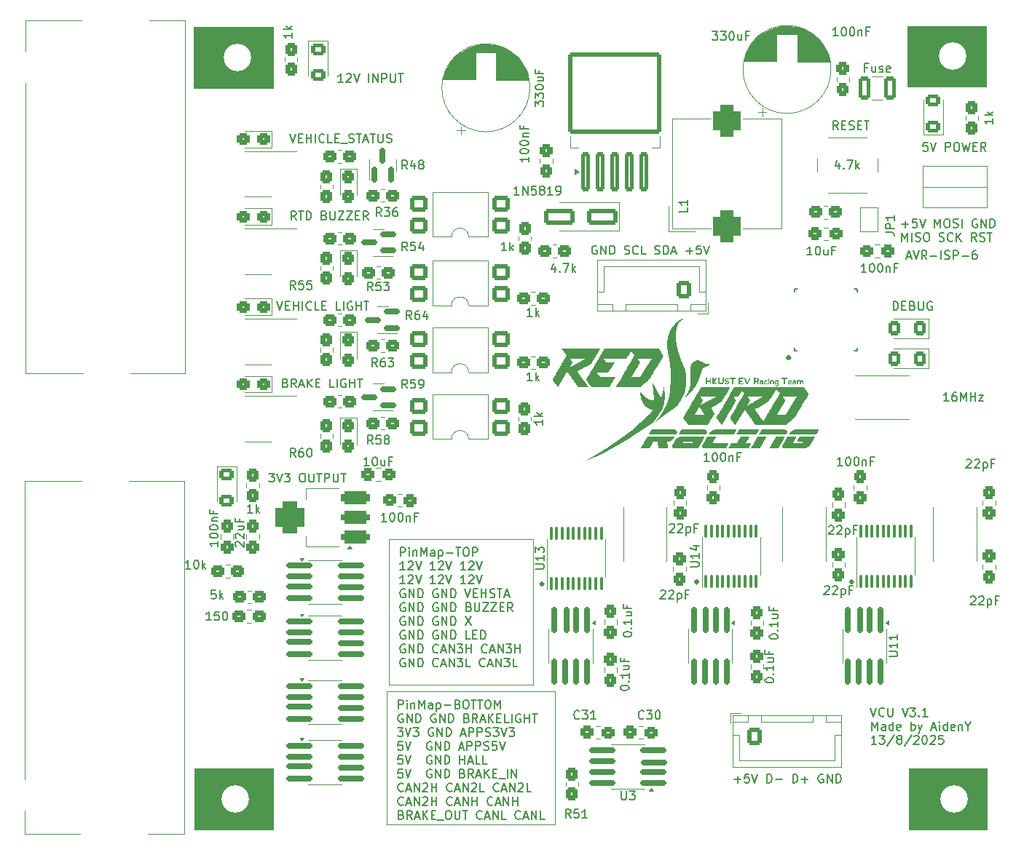
<source format=gbr>
G04 #@! TF.GenerationSoftware,KiCad,Pcbnew,9.0.2*
G04 #@! TF.CreationDate,2025-08-14T17:34:42+08:00*
G04 #@! TF.ProjectId,VCU_V3_1_PREFAB,5643555f-5633-45f3-915f-505245464142,rev?*
G04 #@! TF.SameCoordinates,Original*
G04 #@! TF.FileFunction,Legend,Top*
G04 #@! TF.FilePolarity,Positive*
%FSLAX46Y46*%
G04 Gerber Fmt 4.6, Leading zero omitted, Abs format (unit mm)*
G04 Created by KiCad (PCBNEW 9.0.2) date 2025-08-14 17:34:42*
%MOMM*%
%LPD*%
G01*
G04 APERTURE LIST*
G04 Aperture macros list*
%AMRoundRect*
0 Rectangle with rounded corners*
0 $1 Rounding radius*
0 $2 $3 $4 $5 $6 $7 $8 $9 X,Y pos of 4 corners*
0 Add a 4 corners polygon primitive as box body*
4,1,4,$2,$3,$4,$5,$6,$7,$8,$9,$2,$3,0*
0 Add four circle primitives for the rounded corners*
1,1,$1+$1,$2,$3*
1,1,$1+$1,$4,$5*
1,1,$1+$1,$6,$7*
1,1,$1+$1,$8,$9*
0 Add four rect primitives between the rounded corners*
20,1,$1+$1,$2,$3,$4,$5,0*
20,1,$1+$1,$4,$5,$6,$7,0*
20,1,$1+$1,$6,$7,$8,$9,0*
20,1,$1+$1,$8,$9,$2,$3,0*%
G04 Aperture macros list end*
%ADD10C,0.300000*%
%ADD11C,0.100000*%
%ADD12C,0.200000*%
%ADD13C,0.150000*%
%ADD14C,0.120000*%
%ADD15C,0.000000*%
%ADD16C,0.350000*%
%ADD17RoundRect,0.278125X0.389375X-0.474375X0.389375X0.474375X-0.389375X0.474375X-0.389375X-0.474375X0*%
%ADD18RoundRect,0.100000X0.100000X-0.687500X0.100000X0.687500X-0.100000X0.687500X-0.100000X-0.687500X0*%
%ADD19RoundRect,0.100000X0.099999X-0.687500X0.099999X0.687500X-0.099999X0.687500X-0.099999X-0.687500X0*%
%ADD20RoundRect,0.150000X0.750000X0.150000X-0.750000X0.150000X-0.750000X-0.150000X0.750000X-0.150000X0*%
%ADD21RoundRect,0.249999X0.750001X0.640001X-0.750001X0.640001X-0.750001X-0.640001X0.750001X-0.640001X0*%
%ADD22RoundRect,0.278125X-0.389375X0.474375X-0.389375X-0.474375X0.389375X-0.474375X0.389375X0.474375X0*%
%ADD23RoundRect,0.250001X0.462499X0.624999X-0.462499X0.624999X-0.462499X-0.624999X0.462499X-0.624999X0*%
%ADD24RoundRect,0.305575X0.412525X-0.460025X0.412525X0.460025X-0.412525X0.460025X-0.412525X-0.460025X0*%
%ADD25RoundRect,0.308511X0.416489X-0.457089X0.416489X0.457089X-0.416489X0.457089X-0.416489X-0.457089X0*%
%ADD26RoundRect,0.278125X-0.474375X-0.389375X0.474375X-0.389375X0.474375X0.389375X-0.474375X0.389375X0*%
%ADD27RoundRect,0.278125X0.474375X0.389375X-0.474375X0.389375X-0.474375X-0.389375X0.474375X-0.389375X0*%
%ADD28R,1.700000X1.700000*%
%ADD29O,1.700000X1.700000*%
%ADD30RoundRect,0.305575X-0.412525X0.460025X-0.412525X-0.460025X0.412525X-0.460025X0.412525X0.460025X0*%
%ADD31RoundRect,0.308511X-0.416489X0.457089X-0.416489X-0.457089X0.416489X-0.457089X0.416489X0.457089X0*%
%ADD32RoundRect,0.305575X0.460025X0.412525X-0.460025X0.412525X-0.460025X-0.412525X0.460025X-0.412525X0*%
%ADD33RoundRect,0.308511X0.457089X0.416489X-0.457089X0.416489X-0.457089X-0.416489X0.457089X-0.416489X0*%
%ADD34RoundRect,0.250000X-0.600000X-0.725000X0.600000X-0.725000X0.600000X0.725000X-0.600000X0.725000X0*%
%ADD35O,1.700000X1.950000*%
%ADD36C,3.200000*%
%ADD37RoundRect,0.304348X0.420652X0.395652X-0.420652X0.395652X-0.420652X-0.395652X0.420652X-0.395652X0*%
%ADD38R,2.000000X2.000000*%
%ADD39O,2.000000X3.000000*%
%ADD40RoundRect,0.250001X-0.624999X0.462499X-0.624999X-0.462499X0.624999X-0.462499X0.624999X0.462499X0*%
%ADD41RoundRect,0.150000X-1.350000X-0.150000X1.350000X-0.150000X1.350000X0.150000X-1.350000X0.150000X0*%
%ADD42RoundRect,0.150000X-1.337500X-0.150000X1.337500X-0.150000X1.337500X0.150000X-1.337500X0.150000X0*%
%ADD43RoundRect,0.305575X-0.460025X-0.412525X0.460025X-0.412525X0.460025X0.412525X-0.460025X0.412525X0*%
%ADD44RoundRect,0.308511X-0.457089X-0.416489X0.457089X-0.416489X0.457089X0.416489X-0.457089X0.416489X0*%
%ADD45RoundRect,0.250000X0.300000X-2.050000X0.300000X2.050000X-0.300000X2.050000X-0.300000X-2.050000X0*%
%ADD46RoundRect,0.250002X5.149998X-4.449998X5.149998X4.449998X-5.149998X4.449998X-5.149998X-4.449998X0*%
%ADD47R,2.275000X1.150000*%
%ADD48R,2.275000X1.000000*%
%ADD49R,2.275000X1.060000*%
%ADD50R,1.775000X0.650000*%
%ADD51R,4.125000X4.700000*%
%ADD52R,1.825000X0.700000*%
%ADD53RoundRect,0.250000X1.500000X0.650000X-1.500000X0.650000X-1.500000X-0.650000X1.500000X-0.650000X0*%
%ADD54RoundRect,0.800000X0.800000X-1.075000X0.800000X1.075000X-0.800000X1.075000X-0.800000X-1.075000X0*%
%ADD55O,8.000000X2.500000*%
%ADD56O,6.000000X3.500000*%
%ADD57O,5.600000X2.500000*%
%ADD58C,2.600000*%
%ADD59C,2.000000*%
%ADD60RoundRect,0.250000X0.600000X0.725000X-0.600000X0.725000X-0.600000X-0.725000X0.600000X-0.725000X0*%
%ADD61C,2.400000*%
%ADD62R,2.500000X5.500000*%
%ADD63RoundRect,0.304348X-0.395652X0.420652X-0.395652X-0.420652X0.395652X-0.420652X0.395652X0.420652X0*%
%ADD64RoundRect,0.150000X-0.150000X1.350000X-0.150000X-1.350000X0.150000X-1.350000X0.150000X1.350000X0*%
%ADD65RoundRect,0.150000X-0.150000X1.337500X-0.150000X-1.337500X0.150000X-1.337500X0.150000X1.337500X0*%
%ADD66R,0.550000X2.000000*%
%ADD67R,2.000000X0.550000*%
%ADD68R,2.000000X0.525000*%
%ADD69R,2.000000X0.575000*%
%ADD70R,0.525000X2.000000*%
%ADD71R,5.500000X2.500000*%
%ADD72RoundRect,0.150000X1.350000X0.150000X-1.350000X0.150000X-1.350000X-0.150000X1.350000X-0.150000X0*%
%ADD73RoundRect,0.150000X1.337500X0.150000X-1.337500X0.150000X-1.337500X-0.150000X1.337500X-0.150000X0*%
%ADD74RoundRect,0.250001X0.462499X1.074999X-0.462499X1.074999X-0.462499X-1.074999X0.462499X-1.074999X0*%
%ADD75RoundRect,0.250001X0.624999X-0.462499X0.624999X0.462499X-0.624999X0.462499X-0.624999X-0.462499X0*%
%ADD76R,1.500000X1.000000*%
%ADD77RoundRect,0.375000X1.300000X0.375000X-1.300000X0.375000X-1.300000X-0.375000X1.300000X-0.375000X0*%
%ADD78RoundRect,0.837500X0.837500X1.062500X-0.837500X1.062500X-0.837500X-1.062500X0.837500X-1.062500X0*%
%ADD79RoundRect,0.387500X1.287500X0.387500X-1.287500X0.387500X-1.287500X-0.387500X1.287500X-0.387500X0*%
%ADD80RoundRect,0.150000X0.150000X-0.750000X0.150000X0.750000X-0.150000X0.750000X-0.150000X-0.750000X0*%
G04 APERTURE END LIST*
D10*
X182650000Y-107000000D02*
G75*
G02*
X182350000Y-107000000I-150000J0D01*
G01*
X182350000Y-107000000D02*
G75*
G02*
X182650000Y-107000000I150000J0D01*
G01*
X164650000Y-107000000D02*
G75*
G02*
X164350000Y-107000000I-150000J0D01*
G01*
X164350000Y-107000000D02*
G75*
G02*
X164650000Y-107000000I150000J0D01*
G01*
X146650000Y-107250000D02*
G75*
G02*
X146350000Y-107250000I-150000J0D01*
G01*
X146350000Y-107250000D02*
G75*
G02*
X146650000Y-107250000I150000J0D01*
G01*
D11*
X106130800Y-128704200D02*
X115249400Y-128704200D01*
X115249400Y-135790800D01*
X106130800Y-135790800D01*
X106130800Y-128704200D01*
G36*
X106130800Y-128704200D02*
G01*
X115249400Y-128704200D01*
X115249400Y-135790800D01*
X106130800Y-135790800D01*
X106130800Y-128704200D01*
G37*
X189036400Y-42293400D02*
X198155000Y-42293400D01*
X198155000Y-49380000D01*
X189036400Y-49380000D01*
X189036400Y-42293400D01*
G36*
X189036400Y-42293400D02*
G01*
X198155000Y-42293400D01*
X198155000Y-49380000D01*
X189036400Y-49380000D01*
X189036400Y-42293400D01*
G37*
X106003800Y-42445800D02*
X115249400Y-42445800D01*
X115249400Y-49532400D01*
X106003800Y-49532400D01*
X106003800Y-42445800D01*
G36*
X106003800Y-42445800D02*
G01*
X115249400Y-42445800D01*
X115249400Y-49532400D01*
X106003800Y-49532400D01*
X106003800Y-42445800D01*
G37*
X189138000Y-128704200D02*
X198256600Y-128704200D01*
X198256600Y-135790800D01*
X189138000Y-135790800D01*
X189138000Y-128704200D01*
G36*
X189138000Y-128704200D02*
G01*
X198256600Y-128704200D01*
X198256600Y-135790800D01*
X189138000Y-135790800D01*
X189138000Y-128704200D01*
G37*
D12*
X180941101Y-54367219D02*
X180607768Y-53891028D01*
X180369673Y-54367219D02*
X180369673Y-53367219D01*
X180369673Y-53367219D02*
X180750625Y-53367219D01*
X180750625Y-53367219D02*
X180845863Y-53414838D01*
X180845863Y-53414838D02*
X180893482Y-53462457D01*
X180893482Y-53462457D02*
X180941101Y-53557695D01*
X180941101Y-53557695D02*
X180941101Y-53700552D01*
X180941101Y-53700552D02*
X180893482Y-53795790D01*
X180893482Y-53795790D02*
X180845863Y-53843409D01*
X180845863Y-53843409D02*
X180750625Y-53891028D01*
X180750625Y-53891028D02*
X180369673Y-53891028D01*
X181369673Y-53843409D02*
X181703006Y-53843409D01*
X181845863Y-54367219D02*
X181369673Y-54367219D01*
X181369673Y-54367219D02*
X181369673Y-53367219D01*
X181369673Y-53367219D02*
X181845863Y-53367219D01*
X182226816Y-54319600D02*
X182369673Y-54367219D01*
X182369673Y-54367219D02*
X182607768Y-54367219D01*
X182607768Y-54367219D02*
X182703006Y-54319600D01*
X182703006Y-54319600D02*
X182750625Y-54271980D01*
X182750625Y-54271980D02*
X182798244Y-54176742D01*
X182798244Y-54176742D02*
X182798244Y-54081504D01*
X182798244Y-54081504D02*
X182750625Y-53986266D01*
X182750625Y-53986266D02*
X182703006Y-53938647D01*
X182703006Y-53938647D02*
X182607768Y-53891028D01*
X182607768Y-53891028D02*
X182417292Y-53843409D01*
X182417292Y-53843409D02*
X182322054Y-53795790D01*
X182322054Y-53795790D02*
X182274435Y-53748171D01*
X182274435Y-53748171D02*
X182226816Y-53652933D01*
X182226816Y-53652933D02*
X182226816Y-53557695D01*
X182226816Y-53557695D02*
X182274435Y-53462457D01*
X182274435Y-53462457D02*
X182322054Y-53414838D01*
X182322054Y-53414838D02*
X182417292Y-53367219D01*
X182417292Y-53367219D02*
X182655387Y-53367219D01*
X182655387Y-53367219D02*
X182798244Y-53414838D01*
X183226816Y-53843409D02*
X183560149Y-53843409D01*
X183703006Y-54367219D02*
X183226816Y-54367219D01*
X183226816Y-54367219D02*
X183226816Y-53367219D01*
X183226816Y-53367219D02*
X183703006Y-53367219D01*
X183988721Y-53367219D02*
X184560149Y-53367219D01*
X184274435Y-54367219D02*
X184274435Y-53367219D01*
X115726816Y-74367219D02*
X116060149Y-75367219D01*
X116060149Y-75367219D02*
X116393482Y-74367219D01*
X116726816Y-74843409D02*
X117060149Y-74843409D01*
X117203006Y-75367219D02*
X116726816Y-75367219D01*
X116726816Y-75367219D02*
X116726816Y-74367219D01*
X116726816Y-74367219D02*
X117203006Y-74367219D01*
X117631578Y-75367219D02*
X117631578Y-74367219D01*
X117631578Y-74843409D02*
X118203006Y-74843409D01*
X118203006Y-75367219D02*
X118203006Y-74367219D01*
X118679197Y-75367219D02*
X118679197Y-74367219D01*
X119726815Y-75271980D02*
X119679196Y-75319600D01*
X119679196Y-75319600D02*
X119536339Y-75367219D01*
X119536339Y-75367219D02*
X119441101Y-75367219D01*
X119441101Y-75367219D02*
X119298244Y-75319600D01*
X119298244Y-75319600D02*
X119203006Y-75224361D01*
X119203006Y-75224361D02*
X119155387Y-75129123D01*
X119155387Y-75129123D02*
X119107768Y-74938647D01*
X119107768Y-74938647D02*
X119107768Y-74795790D01*
X119107768Y-74795790D02*
X119155387Y-74605314D01*
X119155387Y-74605314D02*
X119203006Y-74510076D01*
X119203006Y-74510076D02*
X119298244Y-74414838D01*
X119298244Y-74414838D02*
X119441101Y-74367219D01*
X119441101Y-74367219D02*
X119536339Y-74367219D01*
X119536339Y-74367219D02*
X119679196Y-74414838D01*
X119679196Y-74414838D02*
X119726815Y-74462457D01*
X120631577Y-75367219D02*
X120155387Y-75367219D01*
X120155387Y-75367219D02*
X120155387Y-74367219D01*
X120964911Y-74843409D02*
X121298244Y-74843409D01*
X121441101Y-75367219D02*
X120964911Y-75367219D01*
X120964911Y-75367219D02*
X120964911Y-74367219D01*
X120964911Y-74367219D02*
X121441101Y-74367219D01*
X123107768Y-75367219D02*
X122631578Y-75367219D01*
X122631578Y-75367219D02*
X122631578Y-74367219D01*
X123441102Y-75367219D02*
X123441102Y-74367219D01*
X124441101Y-74414838D02*
X124345863Y-74367219D01*
X124345863Y-74367219D02*
X124203006Y-74367219D01*
X124203006Y-74367219D02*
X124060149Y-74414838D01*
X124060149Y-74414838D02*
X123964911Y-74510076D01*
X123964911Y-74510076D02*
X123917292Y-74605314D01*
X123917292Y-74605314D02*
X123869673Y-74795790D01*
X123869673Y-74795790D02*
X123869673Y-74938647D01*
X123869673Y-74938647D02*
X123917292Y-75129123D01*
X123917292Y-75129123D02*
X123964911Y-75224361D01*
X123964911Y-75224361D02*
X124060149Y-75319600D01*
X124060149Y-75319600D02*
X124203006Y-75367219D01*
X124203006Y-75367219D02*
X124298244Y-75367219D01*
X124298244Y-75367219D02*
X124441101Y-75319600D01*
X124441101Y-75319600D02*
X124488720Y-75271980D01*
X124488720Y-75271980D02*
X124488720Y-74938647D01*
X124488720Y-74938647D02*
X124298244Y-74938647D01*
X124917292Y-75367219D02*
X124917292Y-74367219D01*
X124917292Y-74843409D02*
X125488720Y-74843409D01*
X125488720Y-75367219D02*
X125488720Y-74367219D01*
X125822054Y-74367219D02*
X126393482Y-74367219D01*
X126107768Y-75367219D02*
X126107768Y-74367219D01*
X114774435Y-94367219D02*
X115393482Y-94367219D01*
X115393482Y-94367219D02*
X115060149Y-94748171D01*
X115060149Y-94748171D02*
X115203006Y-94748171D01*
X115203006Y-94748171D02*
X115298244Y-94795790D01*
X115298244Y-94795790D02*
X115345863Y-94843409D01*
X115345863Y-94843409D02*
X115393482Y-94938647D01*
X115393482Y-94938647D02*
X115393482Y-95176742D01*
X115393482Y-95176742D02*
X115345863Y-95271980D01*
X115345863Y-95271980D02*
X115298244Y-95319600D01*
X115298244Y-95319600D02*
X115203006Y-95367219D01*
X115203006Y-95367219D02*
X114917292Y-95367219D01*
X114917292Y-95367219D02*
X114822054Y-95319600D01*
X114822054Y-95319600D02*
X114774435Y-95271980D01*
X115679197Y-94367219D02*
X116012530Y-95367219D01*
X116012530Y-95367219D02*
X116345863Y-94367219D01*
X116583959Y-94367219D02*
X117203006Y-94367219D01*
X117203006Y-94367219D02*
X116869673Y-94748171D01*
X116869673Y-94748171D02*
X117012530Y-94748171D01*
X117012530Y-94748171D02*
X117107768Y-94795790D01*
X117107768Y-94795790D02*
X117155387Y-94843409D01*
X117155387Y-94843409D02*
X117203006Y-94938647D01*
X117203006Y-94938647D02*
X117203006Y-95176742D01*
X117203006Y-95176742D02*
X117155387Y-95271980D01*
X117155387Y-95271980D02*
X117107768Y-95319600D01*
X117107768Y-95319600D02*
X117012530Y-95367219D01*
X117012530Y-95367219D02*
X116726816Y-95367219D01*
X116726816Y-95367219D02*
X116631578Y-95319600D01*
X116631578Y-95319600D02*
X116583959Y-95271980D01*
X118583959Y-94367219D02*
X118774435Y-94367219D01*
X118774435Y-94367219D02*
X118869673Y-94414838D01*
X118869673Y-94414838D02*
X118964911Y-94510076D01*
X118964911Y-94510076D02*
X119012530Y-94700552D01*
X119012530Y-94700552D02*
X119012530Y-95033885D01*
X119012530Y-95033885D02*
X118964911Y-95224361D01*
X118964911Y-95224361D02*
X118869673Y-95319600D01*
X118869673Y-95319600D02*
X118774435Y-95367219D01*
X118774435Y-95367219D02*
X118583959Y-95367219D01*
X118583959Y-95367219D02*
X118488721Y-95319600D01*
X118488721Y-95319600D02*
X118393483Y-95224361D01*
X118393483Y-95224361D02*
X118345864Y-95033885D01*
X118345864Y-95033885D02*
X118345864Y-94700552D01*
X118345864Y-94700552D02*
X118393483Y-94510076D01*
X118393483Y-94510076D02*
X118488721Y-94414838D01*
X118488721Y-94414838D02*
X118583959Y-94367219D01*
X119441102Y-94367219D02*
X119441102Y-95176742D01*
X119441102Y-95176742D02*
X119488721Y-95271980D01*
X119488721Y-95271980D02*
X119536340Y-95319600D01*
X119536340Y-95319600D02*
X119631578Y-95367219D01*
X119631578Y-95367219D02*
X119822054Y-95367219D01*
X119822054Y-95367219D02*
X119917292Y-95319600D01*
X119917292Y-95319600D02*
X119964911Y-95271980D01*
X119964911Y-95271980D02*
X120012530Y-95176742D01*
X120012530Y-95176742D02*
X120012530Y-94367219D01*
X120345864Y-94367219D02*
X120917292Y-94367219D01*
X120631578Y-95367219D02*
X120631578Y-94367219D01*
X121250626Y-95367219D02*
X121250626Y-94367219D01*
X121250626Y-94367219D02*
X121631578Y-94367219D01*
X121631578Y-94367219D02*
X121726816Y-94414838D01*
X121726816Y-94414838D02*
X121774435Y-94462457D01*
X121774435Y-94462457D02*
X121822054Y-94557695D01*
X121822054Y-94557695D02*
X121822054Y-94700552D01*
X121822054Y-94700552D02*
X121774435Y-94795790D01*
X121774435Y-94795790D02*
X121726816Y-94843409D01*
X121726816Y-94843409D02*
X121631578Y-94891028D01*
X121631578Y-94891028D02*
X121250626Y-94891028D01*
X122250626Y-94367219D02*
X122250626Y-95176742D01*
X122250626Y-95176742D02*
X122298245Y-95271980D01*
X122298245Y-95271980D02*
X122345864Y-95319600D01*
X122345864Y-95319600D02*
X122441102Y-95367219D01*
X122441102Y-95367219D02*
X122631578Y-95367219D01*
X122631578Y-95367219D02*
X122726816Y-95319600D01*
X122726816Y-95319600D02*
X122774435Y-95271980D01*
X122774435Y-95271980D02*
X122822054Y-95176742D01*
X122822054Y-95176742D02*
X122822054Y-94367219D01*
X123155388Y-94367219D02*
X123726816Y-94367219D01*
X123441102Y-95367219D02*
X123441102Y-94367219D01*
X123393482Y-48867219D02*
X122822054Y-48867219D01*
X123107768Y-48867219D02*
X123107768Y-47867219D01*
X123107768Y-47867219D02*
X123012530Y-48010076D01*
X123012530Y-48010076D02*
X122917292Y-48105314D01*
X122917292Y-48105314D02*
X122822054Y-48152933D01*
X123774435Y-47962457D02*
X123822054Y-47914838D01*
X123822054Y-47914838D02*
X123917292Y-47867219D01*
X123917292Y-47867219D02*
X124155387Y-47867219D01*
X124155387Y-47867219D02*
X124250625Y-47914838D01*
X124250625Y-47914838D02*
X124298244Y-47962457D01*
X124298244Y-47962457D02*
X124345863Y-48057695D01*
X124345863Y-48057695D02*
X124345863Y-48152933D01*
X124345863Y-48152933D02*
X124298244Y-48295790D01*
X124298244Y-48295790D02*
X123726816Y-48867219D01*
X123726816Y-48867219D02*
X124345863Y-48867219D01*
X124631578Y-47867219D02*
X124964911Y-48867219D01*
X124964911Y-48867219D02*
X125298244Y-47867219D01*
X126393483Y-48867219D02*
X126393483Y-47867219D01*
X126869673Y-48867219D02*
X126869673Y-47867219D01*
X126869673Y-47867219D02*
X127441101Y-48867219D01*
X127441101Y-48867219D02*
X127441101Y-47867219D01*
X127917292Y-48867219D02*
X127917292Y-47867219D01*
X127917292Y-47867219D02*
X128298244Y-47867219D01*
X128298244Y-47867219D02*
X128393482Y-47914838D01*
X128393482Y-47914838D02*
X128441101Y-47962457D01*
X128441101Y-47962457D02*
X128488720Y-48057695D01*
X128488720Y-48057695D02*
X128488720Y-48200552D01*
X128488720Y-48200552D02*
X128441101Y-48295790D01*
X128441101Y-48295790D02*
X128393482Y-48343409D01*
X128393482Y-48343409D02*
X128298244Y-48391028D01*
X128298244Y-48391028D02*
X127917292Y-48391028D01*
X128917292Y-47867219D02*
X128917292Y-48676742D01*
X128917292Y-48676742D02*
X128964911Y-48771980D01*
X128964911Y-48771980D02*
X129012530Y-48819600D01*
X129012530Y-48819600D02*
X129107768Y-48867219D01*
X129107768Y-48867219D02*
X129298244Y-48867219D01*
X129298244Y-48867219D02*
X129393482Y-48819600D01*
X129393482Y-48819600D02*
X129441101Y-48771980D01*
X129441101Y-48771980D02*
X129488720Y-48676742D01*
X129488720Y-48676742D02*
X129488720Y-47867219D01*
X129822054Y-47867219D02*
X130393482Y-47867219D01*
X130107768Y-48867219D02*
X130107768Y-47867219D01*
X152893482Y-67914838D02*
X152798244Y-67867219D01*
X152798244Y-67867219D02*
X152655387Y-67867219D01*
X152655387Y-67867219D02*
X152512530Y-67914838D01*
X152512530Y-67914838D02*
X152417292Y-68010076D01*
X152417292Y-68010076D02*
X152369673Y-68105314D01*
X152369673Y-68105314D02*
X152322054Y-68295790D01*
X152322054Y-68295790D02*
X152322054Y-68438647D01*
X152322054Y-68438647D02*
X152369673Y-68629123D01*
X152369673Y-68629123D02*
X152417292Y-68724361D01*
X152417292Y-68724361D02*
X152512530Y-68819600D01*
X152512530Y-68819600D02*
X152655387Y-68867219D01*
X152655387Y-68867219D02*
X152750625Y-68867219D01*
X152750625Y-68867219D02*
X152893482Y-68819600D01*
X152893482Y-68819600D02*
X152941101Y-68771980D01*
X152941101Y-68771980D02*
X152941101Y-68438647D01*
X152941101Y-68438647D02*
X152750625Y-68438647D01*
X153369673Y-68867219D02*
X153369673Y-67867219D01*
X153369673Y-67867219D02*
X153941101Y-68867219D01*
X153941101Y-68867219D02*
X153941101Y-67867219D01*
X154417292Y-68867219D02*
X154417292Y-67867219D01*
X154417292Y-67867219D02*
X154655387Y-67867219D01*
X154655387Y-67867219D02*
X154798244Y-67914838D01*
X154798244Y-67914838D02*
X154893482Y-68010076D01*
X154893482Y-68010076D02*
X154941101Y-68105314D01*
X154941101Y-68105314D02*
X154988720Y-68295790D01*
X154988720Y-68295790D02*
X154988720Y-68438647D01*
X154988720Y-68438647D02*
X154941101Y-68629123D01*
X154941101Y-68629123D02*
X154893482Y-68724361D01*
X154893482Y-68724361D02*
X154798244Y-68819600D01*
X154798244Y-68819600D02*
X154655387Y-68867219D01*
X154655387Y-68867219D02*
X154417292Y-68867219D01*
X156131578Y-68819600D02*
X156274435Y-68867219D01*
X156274435Y-68867219D02*
X156512530Y-68867219D01*
X156512530Y-68867219D02*
X156607768Y-68819600D01*
X156607768Y-68819600D02*
X156655387Y-68771980D01*
X156655387Y-68771980D02*
X156703006Y-68676742D01*
X156703006Y-68676742D02*
X156703006Y-68581504D01*
X156703006Y-68581504D02*
X156655387Y-68486266D01*
X156655387Y-68486266D02*
X156607768Y-68438647D01*
X156607768Y-68438647D02*
X156512530Y-68391028D01*
X156512530Y-68391028D02*
X156322054Y-68343409D01*
X156322054Y-68343409D02*
X156226816Y-68295790D01*
X156226816Y-68295790D02*
X156179197Y-68248171D01*
X156179197Y-68248171D02*
X156131578Y-68152933D01*
X156131578Y-68152933D02*
X156131578Y-68057695D01*
X156131578Y-68057695D02*
X156179197Y-67962457D01*
X156179197Y-67962457D02*
X156226816Y-67914838D01*
X156226816Y-67914838D02*
X156322054Y-67867219D01*
X156322054Y-67867219D02*
X156560149Y-67867219D01*
X156560149Y-67867219D02*
X156703006Y-67914838D01*
X157703006Y-68771980D02*
X157655387Y-68819600D01*
X157655387Y-68819600D02*
X157512530Y-68867219D01*
X157512530Y-68867219D02*
X157417292Y-68867219D01*
X157417292Y-68867219D02*
X157274435Y-68819600D01*
X157274435Y-68819600D02*
X157179197Y-68724361D01*
X157179197Y-68724361D02*
X157131578Y-68629123D01*
X157131578Y-68629123D02*
X157083959Y-68438647D01*
X157083959Y-68438647D02*
X157083959Y-68295790D01*
X157083959Y-68295790D02*
X157131578Y-68105314D01*
X157131578Y-68105314D02*
X157179197Y-68010076D01*
X157179197Y-68010076D02*
X157274435Y-67914838D01*
X157274435Y-67914838D02*
X157417292Y-67867219D01*
X157417292Y-67867219D02*
X157512530Y-67867219D01*
X157512530Y-67867219D02*
X157655387Y-67914838D01*
X157655387Y-67914838D02*
X157703006Y-67962457D01*
X158607768Y-68867219D02*
X158131578Y-68867219D01*
X158131578Y-68867219D02*
X158131578Y-67867219D01*
X159655388Y-68819600D02*
X159798245Y-68867219D01*
X159798245Y-68867219D02*
X160036340Y-68867219D01*
X160036340Y-68867219D02*
X160131578Y-68819600D01*
X160131578Y-68819600D02*
X160179197Y-68771980D01*
X160179197Y-68771980D02*
X160226816Y-68676742D01*
X160226816Y-68676742D02*
X160226816Y-68581504D01*
X160226816Y-68581504D02*
X160179197Y-68486266D01*
X160179197Y-68486266D02*
X160131578Y-68438647D01*
X160131578Y-68438647D02*
X160036340Y-68391028D01*
X160036340Y-68391028D02*
X159845864Y-68343409D01*
X159845864Y-68343409D02*
X159750626Y-68295790D01*
X159750626Y-68295790D02*
X159703007Y-68248171D01*
X159703007Y-68248171D02*
X159655388Y-68152933D01*
X159655388Y-68152933D02*
X159655388Y-68057695D01*
X159655388Y-68057695D02*
X159703007Y-67962457D01*
X159703007Y-67962457D02*
X159750626Y-67914838D01*
X159750626Y-67914838D02*
X159845864Y-67867219D01*
X159845864Y-67867219D02*
X160083959Y-67867219D01*
X160083959Y-67867219D02*
X160226816Y-67914838D01*
X160655388Y-68867219D02*
X160655388Y-67867219D01*
X160655388Y-67867219D02*
X160893483Y-67867219D01*
X160893483Y-67867219D02*
X161036340Y-67914838D01*
X161036340Y-67914838D02*
X161131578Y-68010076D01*
X161131578Y-68010076D02*
X161179197Y-68105314D01*
X161179197Y-68105314D02*
X161226816Y-68295790D01*
X161226816Y-68295790D02*
X161226816Y-68438647D01*
X161226816Y-68438647D02*
X161179197Y-68629123D01*
X161179197Y-68629123D02*
X161131578Y-68724361D01*
X161131578Y-68724361D02*
X161036340Y-68819600D01*
X161036340Y-68819600D02*
X160893483Y-68867219D01*
X160893483Y-68867219D02*
X160655388Y-68867219D01*
X161607769Y-68581504D02*
X162083959Y-68581504D01*
X161512531Y-68867219D02*
X161845864Y-67867219D01*
X161845864Y-67867219D02*
X162179197Y-68867219D01*
X163274436Y-68486266D02*
X164036341Y-68486266D01*
X163655388Y-68867219D02*
X163655388Y-68105314D01*
X164988721Y-67867219D02*
X164512531Y-67867219D01*
X164512531Y-67867219D02*
X164464912Y-68343409D01*
X164464912Y-68343409D02*
X164512531Y-68295790D01*
X164512531Y-68295790D02*
X164607769Y-68248171D01*
X164607769Y-68248171D02*
X164845864Y-68248171D01*
X164845864Y-68248171D02*
X164941102Y-68295790D01*
X164941102Y-68295790D02*
X164988721Y-68343409D01*
X164988721Y-68343409D02*
X165036340Y-68438647D01*
X165036340Y-68438647D02*
X165036340Y-68676742D01*
X165036340Y-68676742D02*
X164988721Y-68771980D01*
X164988721Y-68771980D02*
X164941102Y-68819600D01*
X164941102Y-68819600D02*
X164845864Y-68867219D01*
X164845864Y-68867219D02*
X164607769Y-68867219D01*
X164607769Y-68867219D02*
X164512531Y-68819600D01*
X164512531Y-68819600D02*
X164464912Y-68771980D01*
X165322055Y-67867219D02*
X165655388Y-68867219D01*
X165655388Y-68867219D02*
X165988721Y-67867219D01*
X191345863Y-55867219D02*
X190869673Y-55867219D01*
X190869673Y-55867219D02*
X190822054Y-56343409D01*
X190822054Y-56343409D02*
X190869673Y-56295790D01*
X190869673Y-56295790D02*
X190964911Y-56248171D01*
X190964911Y-56248171D02*
X191203006Y-56248171D01*
X191203006Y-56248171D02*
X191298244Y-56295790D01*
X191298244Y-56295790D02*
X191345863Y-56343409D01*
X191345863Y-56343409D02*
X191393482Y-56438647D01*
X191393482Y-56438647D02*
X191393482Y-56676742D01*
X191393482Y-56676742D02*
X191345863Y-56771980D01*
X191345863Y-56771980D02*
X191298244Y-56819600D01*
X191298244Y-56819600D02*
X191203006Y-56867219D01*
X191203006Y-56867219D02*
X190964911Y-56867219D01*
X190964911Y-56867219D02*
X190869673Y-56819600D01*
X190869673Y-56819600D02*
X190822054Y-56771980D01*
X191679197Y-55867219D02*
X192012530Y-56867219D01*
X192012530Y-56867219D02*
X192345863Y-55867219D01*
X193441102Y-56867219D02*
X193441102Y-55867219D01*
X193441102Y-55867219D02*
X193822054Y-55867219D01*
X193822054Y-55867219D02*
X193917292Y-55914838D01*
X193917292Y-55914838D02*
X193964911Y-55962457D01*
X193964911Y-55962457D02*
X194012530Y-56057695D01*
X194012530Y-56057695D02*
X194012530Y-56200552D01*
X194012530Y-56200552D02*
X193964911Y-56295790D01*
X193964911Y-56295790D02*
X193917292Y-56343409D01*
X193917292Y-56343409D02*
X193822054Y-56391028D01*
X193822054Y-56391028D02*
X193441102Y-56391028D01*
X194631578Y-55867219D02*
X194822054Y-55867219D01*
X194822054Y-55867219D02*
X194917292Y-55914838D01*
X194917292Y-55914838D02*
X195012530Y-56010076D01*
X195012530Y-56010076D02*
X195060149Y-56200552D01*
X195060149Y-56200552D02*
X195060149Y-56533885D01*
X195060149Y-56533885D02*
X195012530Y-56724361D01*
X195012530Y-56724361D02*
X194917292Y-56819600D01*
X194917292Y-56819600D02*
X194822054Y-56867219D01*
X194822054Y-56867219D02*
X194631578Y-56867219D01*
X194631578Y-56867219D02*
X194536340Y-56819600D01*
X194536340Y-56819600D02*
X194441102Y-56724361D01*
X194441102Y-56724361D02*
X194393483Y-56533885D01*
X194393483Y-56533885D02*
X194393483Y-56200552D01*
X194393483Y-56200552D02*
X194441102Y-56010076D01*
X194441102Y-56010076D02*
X194536340Y-55914838D01*
X194536340Y-55914838D02*
X194631578Y-55867219D01*
X195393483Y-55867219D02*
X195631578Y-56867219D01*
X195631578Y-56867219D02*
X195822054Y-56152933D01*
X195822054Y-56152933D02*
X196012530Y-56867219D01*
X196012530Y-56867219D02*
X196250626Y-55867219D01*
X196631578Y-56343409D02*
X196964911Y-56343409D01*
X197107768Y-56867219D02*
X196631578Y-56867219D01*
X196631578Y-56867219D02*
X196631578Y-55867219D01*
X196631578Y-55867219D02*
X197107768Y-55867219D01*
X198107768Y-56867219D02*
X197774435Y-56391028D01*
X197536340Y-56867219D02*
X197536340Y-55867219D01*
X197536340Y-55867219D02*
X197917292Y-55867219D01*
X197917292Y-55867219D02*
X198012530Y-55914838D01*
X198012530Y-55914838D02*
X198060149Y-55962457D01*
X198060149Y-55962457D02*
X198107768Y-56057695D01*
X198107768Y-56057695D02*
X198107768Y-56200552D01*
X198107768Y-56200552D02*
X198060149Y-56295790D01*
X198060149Y-56295790D02*
X198012530Y-56343409D01*
X198012530Y-56343409D02*
X197917292Y-56391028D01*
X197917292Y-56391028D02*
X197536340Y-56391028D01*
X116703006Y-83843409D02*
X116845863Y-83891028D01*
X116845863Y-83891028D02*
X116893482Y-83938647D01*
X116893482Y-83938647D02*
X116941101Y-84033885D01*
X116941101Y-84033885D02*
X116941101Y-84176742D01*
X116941101Y-84176742D02*
X116893482Y-84271980D01*
X116893482Y-84271980D02*
X116845863Y-84319600D01*
X116845863Y-84319600D02*
X116750625Y-84367219D01*
X116750625Y-84367219D02*
X116369673Y-84367219D01*
X116369673Y-84367219D02*
X116369673Y-83367219D01*
X116369673Y-83367219D02*
X116703006Y-83367219D01*
X116703006Y-83367219D02*
X116798244Y-83414838D01*
X116798244Y-83414838D02*
X116845863Y-83462457D01*
X116845863Y-83462457D02*
X116893482Y-83557695D01*
X116893482Y-83557695D02*
X116893482Y-83652933D01*
X116893482Y-83652933D02*
X116845863Y-83748171D01*
X116845863Y-83748171D02*
X116798244Y-83795790D01*
X116798244Y-83795790D02*
X116703006Y-83843409D01*
X116703006Y-83843409D02*
X116369673Y-83843409D01*
X117941101Y-84367219D02*
X117607768Y-83891028D01*
X117369673Y-84367219D02*
X117369673Y-83367219D01*
X117369673Y-83367219D02*
X117750625Y-83367219D01*
X117750625Y-83367219D02*
X117845863Y-83414838D01*
X117845863Y-83414838D02*
X117893482Y-83462457D01*
X117893482Y-83462457D02*
X117941101Y-83557695D01*
X117941101Y-83557695D02*
X117941101Y-83700552D01*
X117941101Y-83700552D02*
X117893482Y-83795790D01*
X117893482Y-83795790D02*
X117845863Y-83843409D01*
X117845863Y-83843409D02*
X117750625Y-83891028D01*
X117750625Y-83891028D02*
X117369673Y-83891028D01*
X118322054Y-84081504D02*
X118798244Y-84081504D01*
X118226816Y-84367219D02*
X118560149Y-83367219D01*
X118560149Y-83367219D02*
X118893482Y-84367219D01*
X119226816Y-84367219D02*
X119226816Y-83367219D01*
X119798244Y-84367219D02*
X119369673Y-83795790D01*
X119798244Y-83367219D02*
X119226816Y-83938647D01*
X120226816Y-83843409D02*
X120560149Y-83843409D01*
X120703006Y-84367219D02*
X120226816Y-84367219D01*
X120226816Y-84367219D02*
X120226816Y-83367219D01*
X120226816Y-83367219D02*
X120703006Y-83367219D01*
X122369673Y-84367219D02*
X121893483Y-84367219D01*
X121893483Y-84367219D02*
X121893483Y-83367219D01*
X122703007Y-84367219D02*
X122703007Y-83367219D01*
X123703006Y-83414838D02*
X123607768Y-83367219D01*
X123607768Y-83367219D02*
X123464911Y-83367219D01*
X123464911Y-83367219D02*
X123322054Y-83414838D01*
X123322054Y-83414838D02*
X123226816Y-83510076D01*
X123226816Y-83510076D02*
X123179197Y-83605314D01*
X123179197Y-83605314D02*
X123131578Y-83795790D01*
X123131578Y-83795790D02*
X123131578Y-83938647D01*
X123131578Y-83938647D02*
X123179197Y-84129123D01*
X123179197Y-84129123D02*
X123226816Y-84224361D01*
X123226816Y-84224361D02*
X123322054Y-84319600D01*
X123322054Y-84319600D02*
X123464911Y-84367219D01*
X123464911Y-84367219D02*
X123560149Y-84367219D01*
X123560149Y-84367219D02*
X123703006Y-84319600D01*
X123703006Y-84319600D02*
X123750625Y-84271980D01*
X123750625Y-84271980D02*
X123750625Y-83938647D01*
X123750625Y-83938647D02*
X123560149Y-83938647D01*
X124179197Y-84367219D02*
X124179197Y-83367219D01*
X124179197Y-83843409D02*
X124750625Y-83843409D01*
X124750625Y-84367219D02*
X124750625Y-83367219D01*
X125083959Y-83367219D02*
X125655387Y-83367219D01*
X125369673Y-84367219D02*
X125369673Y-83367219D01*
X117226816Y-54867219D02*
X117560149Y-55867219D01*
X117560149Y-55867219D02*
X117893482Y-54867219D01*
X118226816Y-55343409D02*
X118560149Y-55343409D01*
X118703006Y-55867219D02*
X118226816Y-55867219D01*
X118226816Y-55867219D02*
X118226816Y-54867219D01*
X118226816Y-54867219D02*
X118703006Y-54867219D01*
X119131578Y-55867219D02*
X119131578Y-54867219D01*
X119131578Y-55343409D02*
X119703006Y-55343409D01*
X119703006Y-55867219D02*
X119703006Y-54867219D01*
X120179197Y-55867219D02*
X120179197Y-54867219D01*
X121226815Y-55771980D02*
X121179196Y-55819600D01*
X121179196Y-55819600D02*
X121036339Y-55867219D01*
X121036339Y-55867219D02*
X120941101Y-55867219D01*
X120941101Y-55867219D02*
X120798244Y-55819600D01*
X120798244Y-55819600D02*
X120703006Y-55724361D01*
X120703006Y-55724361D02*
X120655387Y-55629123D01*
X120655387Y-55629123D02*
X120607768Y-55438647D01*
X120607768Y-55438647D02*
X120607768Y-55295790D01*
X120607768Y-55295790D02*
X120655387Y-55105314D01*
X120655387Y-55105314D02*
X120703006Y-55010076D01*
X120703006Y-55010076D02*
X120798244Y-54914838D01*
X120798244Y-54914838D02*
X120941101Y-54867219D01*
X120941101Y-54867219D02*
X121036339Y-54867219D01*
X121036339Y-54867219D02*
X121179196Y-54914838D01*
X121179196Y-54914838D02*
X121226815Y-54962457D01*
X122131577Y-55867219D02*
X121655387Y-55867219D01*
X121655387Y-55867219D02*
X121655387Y-54867219D01*
X122464911Y-55343409D02*
X122798244Y-55343409D01*
X122941101Y-55867219D02*
X122464911Y-55867219D01*
X122464911Y-55867219D02*
X122464911Y-54867219D01*
X122464911Y-54867219D02*
X122941101Y-54867219D01*
X123131578Y-55962457D02*
X123893482Y-55962457D01*
X124083959Y-55819600D02*
X124226816Y-55867219D01*
X124226816Y-55867219D02*
X124464911Y-55867219D01*
X124464911Y-55867219D02*
X124560149Y-55819600D01*
X124560149Y-55819600D02*
X124607768Y-55771980D01*
X124607768Y-55771980D02*
X124655387Y-55676742D01*
X124655387Y-55676742D02*
X124655387Y-55581504D01*
X124655387Y-55581504D02*
X124607768Y-55486266D01*
X124607768Y-55486266D02*
X124560149Y-55438647D01*
X124560149Y-55438647D02*
X124464911Y-55391028D01*
X124464911Y-55391028D02*
X124274435Y-55343409D01*
X124274435Y-55343409D02*
X124179197Y-55295790D01*
X124179197Y-55295790D02*
X124131578Y-55248171D01*
X124131578Y-55248171D02*
X124083959Y-55152933D01*
X124083959Y-55152933D02*
X124083959Y-55057695D01*
X124083959Y-55057695D02*
X124131578Y-54962457D01*
X124131578Y-54962457D02*
X124179197Y-54914838D01*
X124179197Y-54914838D02*
X124274435Y-54867219D01*
X124274435Y-54867219D02*
X124512530Y-54867219D01*
X124512530Y-54867219D02*
X124655387Y-54914838D01*
X124941102Y-54867219D02*
X125512530Y-54867219D01*
X125226816Y-55867219D02*
X125226816Y-54867219D01*
X125798245Y-55581504D02*
X126274435Y-55581504D01*
X125703007Y-55867219D02*
X126036340Y-54867219D01*
X126036340Y-54867219D02*
X126369673Y-55867219D01*
X126560150Y-54867219D02*
X127131578Y-54867219D01*
X126845864Y-55867219D02*
X126845864Y-54867219D01*
X127464912Y-54867219D02*
X127464912Y-55676742D01*
X127464912Y-55676742D02*
X127512531Y-55771980D01*
X127512531Y-55771980D02*
X127560150Y-55819600D01*
X127560150Y-55819600D02*
X127655388Y-55867219D01*
X127655388Y-55867219D02*
X127845864Y-55867219D01*
X127845864Y-55867219D02*
X127941102Y-55819600D01*
X127941102Y-55819600D02*
X127988721Y-55771980D01*
X127988721Y-55771980D02*
X128036340Y-55676742D01*
X128036340Y-55676742D02*
X128036340Y-54867219D01*
X128464912Y-55819600D02*
X128607769Y-55867219D01*
X128607769Y-55867219D02*
X128845864Y-55867219D01*
X128845864Y-55867219D02*
X128941102Y-55819600D01*
X128941102Y-55819600D02*
X128988721Y-55771980D01*
X128988721Y-55771980D02*
X129036340Y-55676742D01*
X129036340Y-55676742D02*
X129036340Y-55581504D01*
X129036340Y-55581504D02*
X128988721Y-55486266D01*
X128988721Y-55486266D02*
X128941102Y-55438647D01*
X128941102Y-55438647D02*
X128845864Y-55391028D01*
X128845864Y-55391028D02*
X128655388Y-55343409D01*
X128655388Y-55343409D02*
X128560150Y-55295790D01*
X128560150Y-55295790D02*
X128512531Y-55248171D01*
X128512531Y-55248171D02*
X128464912Y-55152933D01*
X128464912Y-55152933D02*
X128464912Y-55057695D01*
X128464912Y-55057695D02*
X128512531Y-54962457D01*
X128512531Y-54962457D02*
X128560150Y-54914838D01*
X128560150Y-54914838D02*
X128655388Y-54867219D01*
X128655388Y-54867219D02*
X128893483Y-54867219D01*
X128893483Y-54867219D02*
X129036340Y-54914838D01*
X184726816Y-121647331D02*
X185060149Y-122647331D01*
X185060149Y-122647331D02*
X185393482Y-121647331D01*
X186298244Y-122552092D02*
X186250625Y-122599712D01*
X186250625Y-122599712D02*
X186107768Y-122647331D01*
X186107768Y-122647331D02*
X186012530Y-122647331D01*
X186012530Y-122647331D02*
X185869673Y-122599712D01*
X185869673Y-122599712D02*
X185774435Y-122504473D01*
X185774435Y-122504473D02*
X185726816Y-122409235D01*
X185726816Y-122409235D02*
X185679197Y-122218759D01*
X185679197Y-122218759D02*
X185679197Y-122075902D01*
X185679197Y-122075902D02*
X185726816Y-121885426D01*
X185726816Y-121885426D02*
X185774435Y-121790188D01*
X185774435Y-121790188D02*
X185869673Y-121694950D01*
X185869673Y-121694950D02*
X186012530Y-121647331D01*
X186012530Y-121647331D02*
X186107768Y-121647331D01*
X186107768Y-121647331D02*
X186250625Y-121694950D01*
X186250625Y-121694950D02*
X186298244Y-121742569D01*
X186726816Y-121647331D02*
X186726816Y-122456854D01*
X186726816Y-122456854D02*
X186774435Y-122552092D01*
X186774435Y-122552092D02*
X186822054Y-122599712D01*
X186822054Y-122599712D02*
X186917292Y-122647331D01*
X186917292Y-122647331D02*
X187107768Y-122647331D01*
X187107768Y-122647331D02*
X187203006Y-122599712D01*
X187203006Y-122599712D02*
X187250625Y-122552092D01*
X187250625Y-122552092D02*
X187298244Y-122456854D01*
X187298244Y-122456854D02*
X187298244Y-121647331D01*
X188393483Y-121647331D02*
X188726816Y-122647331D01*
X188726816Y-122647331D02*
X189060149Y-121647331D01*
X189298245Y-121647331D02*
X189917292Y-121647331D01*
X189917292Y-121647331D02*
X189583959Y-122028283D01*
X189583959Y-122028283D02*
X189726816Y-122028283D01*
X189726816Y-122028283D02*
X189822054Y-122075902D01*
X189822054Y-122075902D02*
X189869673Y-122123521D01*
X189869673Y-122123521D02*
X189917292Y-122218759D01*
X189917292Y-122218759D02*
X189917292Y-122456854D01*
X189917292Y-122456854D02*
X189869673Y-122552092D01*
X189869673Y-122552092D02*
X189822054Y-122599712D01*
X189822054Y-122599712D02*
X189726816Y-122647331D01*
X189726816Y-122647331D02*
X189441102Y-122647331D01*
X189441102Y-122647331D02*
X189345864Y-122599712D01*
X189345864Y-122599712D02*
X189298245Y-122552092D01*
X190345864Y-122552092D02*
X190393483Y-122599712D01*
X190393483Y-122599712D02*
X190345864Y-122647331D01*
X190345864Y-122647331D02*
X190298245Y-122599712D01*
X190298245Y-122599712D02*
X190345864Y-122552092D01*
X190345864Y-122552092D02*
X190345864Y-122647331D01*
X191345863Y-122647331D02*
X190774435Y-122647331D01*
X191060149Y-122647331D02*
X191060149Y-121647331D01*
X191060149Y-121647331D02*
X190964911Y-121790188D01*
X190964911Y-121790188D02*
X190869673Y-121885426D01*
X190869673Y-121885426D02*
X190774435Y-121933045D01*
X184869673Y-124257275D02*
X184869673Y-123257275D01*
X184869673Y-123257275D02*
X185203006Y-123971560D01*
X185203006Y-123971560D02*
X185536339Y-123257275D01*
X185536339Y-123257275D02*
X185536339Y-124257275D01*
X186441101Y-124257275D02*
X186441101Y-123733465D01*
X186441101Y-123733465D02*
X186393482Y-123638227D01*
X186393482Y-123638227D02*
X186298244Y-123590608D01*
X186298244Y-123590608D02*
X186107768Y-123590608D01*
X186107768Y-123590608D02*
X186012530Y-123638227D01*
X186441101Y-124209656D02*
X186345863Y-124257275D01*
X186345863Y-124257275D02*
X186107768Y-124257275D01*
X186107768Y-124257275D02*
X186012530Y-124209656D01*
X186012530Y-124209656D02*
X185964911Y-124114417D01*
X185964911Y-124114417D02*
X185964911Y-124019179D01*
X185964911Y-124019179D02*
X186012530Y-123923941D01*
X186012530Y-123923941D02*
X186107768Y-123876322D01*
X186107768Y-123876322D02*
X186345863Y-123876322D01*
X186345863Y-123876322D02*
X186441101Y-123828703D01*
X187345863Y-124257275D02*
X187345863Y-123257275D01*
X187345863Y-124209656D02*
X187250625Y-124257275D01*
X187250625Y-124257275D02*
X187060149Y-124257275D01*
X187060149Y-124257275D02*
X186964911Y-124209656D01*
X186964911Y-124209656D02*
X186917292Y-124162036D01*
X186917292Y-124162036D02*
X186869673Y-124066798D01*
X186869673Y-124066798D02*
X186869673Y-123781084D01*
X186869673Y-123781084D02*
X186917292Y-123685846D01*
X186917292Y-123685846D02*
X186964911Y-123638227D01*
X186964911Y-123638227D02*
X187060149Y-123590608D01*
X187060149Y-123590608D02*
X187250625Y-123590608D01*
X187250625Y-123590608D02*
X187345863Y-123638227D01*
X188203006Y-124209656D02*
X188107768Y-124257275D01*
X188107768Y-124257275D02*
X187917292Y-124257275D01*
X187917292Y-124257275D02*
X187822054Y-124209656D01*
X187822054Y-124209656D02*
X187774435Y-124114417D01*
X187774435Y-124114417D02*
X187774435Y-123733465D01*
X187774435Y-123733465D02*
X187822054Y-123638227D01*
X187822054Y-123638227D02*
X187917292Y-123590608D01*
X187917292Y-123590608D02*
X188107768Y-123590608D01*
X188107768Y-123590608D02*
X188203006Y-123638227D01*
X188203006Y-123638227D02*
X188250625Y-123733465D01*
X188250625Y-123733465D02*
X188250625Y-123828703D01*
X188250625Y-123828703D02*
X187774435Y-123923941D01*
X189441102Y-124257275D02*
X189441102Y-123257275D01*
X189441102Y-123638227D02*
X189536340Y-123590608D01*
X189536340Y-123590608D02*
X189726816Y-123590608D01*
X189726816Y-123590608D02*
X189822054Y-123638227D01*
X189822054Y-123638227D02*
X189869673Y-123685846D01*
X189869673Y-123685846D02*
X189917292Y-123781084D01*
X189917292Y-123781084D02*
X189917292Y-124066798D01*
X189917292Y-124066798D02*
X189869673Y-124162036D01*
X189869673Y-124162036D02*
X189822054Y-124209656D01*
X189822054Y-124209656D02*
X189726816Y-124257275D01*
X189726816Y-124257275D02*
X189536340Y-124257275D01*
X189536340Y-124257275D02*
X189441102Y-124209656D01*
X190250626Y-123590608D02*
X190488721Y-124257275D01*
X190726816Y-123590608D02*
X190488721Y-124257275D01*
X190488721Y-124257275D02*
X190393483Y-124495370D01*
X190393483Y-124495370D02*
X190345864Y-124542989D01*
X190345864Y-124542989D02*
X190250626Y-124590608D01*
X191822055Y-123971560D02*
X192298245Y-123971560D01*
X191726817Y-124257275D02*
X192060150Y-123257275D01*
X192060150Y-123257275D02*
X192393483Y-124257275D01*
X192726817Y-124257275D02*
X192726817Y-123590608D01*
X192726817Y-123257275D02*
X192679198Y-123304894D01*
X192679198Y-123304894D02*
X192726817Y-123352513D01*
X192726817Y-123352513D02*
X192774436Y-123304894D01*
X192774436Y-123304894D02*
X192726817Y-123257275D01*
X192726817Y-123257275D02*
X192726817Y-123352513D01*
X193631578Y-124257275D02*
X193631578Y-123257275D01*
X193631578Y-124209656D02*
X193536340Y-124257275D01*
X193536340Y-124257275D02*
X193345864Y-124257275D01*
X193345864Y-124257275D02*
X193250626Y-124209656D01*
X193250626Y-124209656D02*
X193203007Y-124162036D01*
X193203007Y-124162036D02*
X193155388Y-124066798D01*
X193155388Y-124066798D02*
X193155388Y-123781084D01*
X193155388Y-123781084D02*
X193203007Y-123685846D01*
X193203007Y-123685846D02*
X193250626Y-123638227D01*
X193250626Y-123638227D02*
X193345864Y-123590608D01*
X193345864Y-123590608D02*
X193536340Y-123590608D01*
X193536340Y-123590608D02*
X193631578Y-123638227D01*
X194488721Y-124209656D02*
X194393483Y-124257275D01*
X194393483Y-124257275D02*
X194203007Y-124257275D01*
X194203007Y-124257275D02*
X194107769Y-124209656D01*
X194107769Y-124209656D02*
X194060150Y-124114417D01*
X194060150Y-124114417D02*
X194060150Y-123733465D01*
X194060150Y-123733465D02*
X194107769Y-123638227D01*
X194107769Y-123638227D02*
X194203007Y-123590608D01*
X194203007Y-123590608D02*
X194393483Y-123590608D01*
X194393483Y-123590608D02*
X194488721Y-123638227D01*
X194488721Y-123638227D02*
X194536340Y-123733465D01*
X194536340Y-123733465D02*
X194536340Y-123828703D01*
X194536340Y-123828703D02*
X194060150Y-123923941D01*
X194964912Y-123590608D02*
X194964912Y-124257275D01*
X194964912Y-123685846D02*
X195012531Y-123638227D01*
X195012531Y-123638227D02*
X195107769Y-123590608D01*
X195107769Y-123590608D02*
X195250626Y-123590608D01*
X195250626Y-123590608D02*
X195345864Y-123638227D01*
X195345864Y-123638227D02*
X195393483Y-123733465D01*
X195393483Y-123733465D02*
X195393483Y-124257275D01*
X196060150Y-123781084D02*
X196060150Y-124257275D01*
X195726817Y-123257275D02*
X196060150Y-123781084D01*
X196060150Y-123781084D02*
X196393483Y-123257275D01*
X185393482Y-125867219D02*
X184822054Y-125867219D01*
X185107768Y-125867219D02*
X185107768Y-124867219D01*
X185107768Y-124867219D02*
X185012530Y-125010076D01*
X185012530Y-125010076D02*
X184917292Y-125105314D01*
X184917292Y-125105314D02*
X184822054Y-125152933D01*
X185726816Y-124867219D02*
X186345863Y-124867219D01*
X186345863Y-124867219D02*
X186012530Y-125248171D01*
X186012530Y-125248171D02*
X186155387Y-125248171D01*
X186155387Y-125248171D02*
X186250625Y-125295790D01*
X186250625Y-125295790D02*
X186298244Y-125343409D01*
X186298244Y-125343409D02*
X186345863Y-125438647D01*
X186345863Y-125438647D02*
X186345863Y-125676742D01*
X186345863Y-125676742D02*
X186298244Y-125771980D01*
X186298244Y-125771980D02*
X186250625Y-125819600D01*
X186250625Y-125819600D02*
X186155387Y-125867219D01*
X186155387Y-125867219D02*
X185869673Y-125867219D01*
X185869673Y-125867219D02*
X185774435Y-125819600D01*
X185774435Y-125819600D02*
X185726816Y-125771980D01*
X187488720Y-124819600D02*
X186631578Y-126105314D01*
X187964911Y-125295790D02*
X187869673Y-125248171D01*
X187869673Y-125248171D02*
X187822054Y-125200552D01*
X187822054Y-125200552D02*
X187774435Y-125105314D01*
X187774435Y-125105314D02*
X187774435Y-125057695D01*
X187774435Y-125057695D02*
X187822054Y-124962457D01*
X187822054Y-124962457D02*
X187869673Y-124914838D01*
X187869673Y-124914838D02*
X187964911Y-124867219D01*
X187964911Y-124867219D02*
X188155387Y-124867219D01*
X188155387Y-124867219D02*
X188250625Y-124914838D01*
X188250625Y-124914838D02*
X188298244Y-124962457D01*
X188298244Y-124962457D02*
X188345863Y-125057695D01*
X188345863Y-125057695D02*
X188345863Y-125105314D01*
X188345863Y-125105314D02*
X188298244Y-125200552D01*
X188298244Y-125200552D02*
X188250625Y-125248171D01*
X188250625Y-125248171D02*
X188155387Y-125295790D01*
X188155387Y-125295790D02*
X187964911Y-125295790D01*
X187964911Y-125295790D02*
X187869673Y-125343409D01*
X187869673Y-125343409D02*
X187822054Y-125391028D01*
X187822054Y-125391028D02*
X187774435Y-125486266D01*
X187774435Y-125486266D02*
X187774435Y-125676742D01*
X187774435Y-125676742D02*
X187822054Y-125771980D01*
X187822054Y-125771980D02*
X187869673Y-125819600D01*
X187869673Y-125819600D02*
X187964911Y-125867219D01*
X187964911Y-125867219D02*
X188155387Y-125867219D01*
X188155387Y-125867219D02*
X188250625Y-125819600D01*
X188250625Y-125819600D02*
X188298244Y-125771980D01*
X188298244Y-125771980D02*
X188345863Y-125676742D01*
X188345863Y-125676742D02*
X188345863Y-125486266D01*
X188345863Y-125486266D02*
X188298244Y-125391028D01*
X188298244Y-125391028D02*
X188250625Y-125343409D01*
X188250625Y-125343409D02*
X188155387Y-125295790D01*
X189488720Y-124819600D02*
X188631578Y-126105314D01*
X189774435Y-124962457D02*
X189822054Y-124914838D01*
X189822054Y-124914838D02*
X189917292Y-124867219D01*
X189917292Y-124867219D02*
X190155387Y-124867219D01*
X190155387Y-124867219D02*
X190250625Y-124914838D01*
X190250625Y-124914838D02*
X190298244Y-124962457D01*
X190298244Y-124962457D02*
X190345863Y-125057695D01*
X190345863Y-125057695D02*
X190345863Y-125152933D01*
X190345863Y-125152933D02*
X190298244Y-125295790D01*
X190298244Y-125295790D02*
X189726816Y-125867219D01*
X189726816Y-125867219D02*
X190345863Y-125867219D01*
X190964911Y-124867219D02*
X191060149Y-124867219D01*
X191060149Y-124867219D02*
X191155387Y-124914838D01*
X191155387Y-124914838D02*
X191203006Y-124962457D01*
X191203006Y-124962457D02*
X191250625Y-125057695D01*
X191250625Y-125057695D02*
X191298244Y-125248171D01*
X191298244Y-125248171D02*
X191298244Y-125486266D01*
X191298244Y-125486266D02*
X191250625Y-125676742D01*
X191250625Y-125676742D02*
X191203006Y-125771980D01*
X191203006Y-125771980D02*
X191155387Y-125819600D01*
X191155387Y-125819600D02*
X191060149Y-125867219D01*
X191060149Y-125867219D02*
X190964911Y-125867219D01*
X190964911Y-125867219D02*
X190869673Y-125819600D01*
X190869673Y-125819600D02*
X190822054Y-125771980D01*
X190822054Y-125771980D02*
X190774435Y-125676742D01*
X190774435Y-125676742D02*
X190726816Y-125486266D01*
X190726816Y-125486266D02*
X190726816Y-125248171D01*
X190726816Y-125248171D02*
X190774435Y-125057695D01*
X190774435Y-125057695D02*
X190822054Y-124962457D01*
X190822054Y-124962457D02*
X190869673Y-124914838D01*
X190869673Y-124914838D02*
X190964911Y-124867219D01*
X191679197Y-124962457D02*
X191726816Y-124914838D01*
X191726816Y-124914838D02*
X191822054Y-124867219D01*
X191822054Y-124867219D02*
X192060149Y-124867219D01*
X192060149Y-124867219D02*
X192155387Y-124914838D01*
X192155387Y-124914838D02*
X192203006Y-124962457D01*
X192203006Y-124962457D02*
X192250625Y-125057695D01*
X192250625Y-125057695D02*
X192250625Y-125152933D01*
X192250625Y-125152933D02*
X192203006Y-125295790D01*
X192203006Y-125295790D02*
X191631578Y-125867219D01*
X191631578Y-125867219D02*
X192250625Y-125867219D01*
X193155387Y-124867219D02*
X192679197Y-124867219D01*
X192679197Y-124867219D02*
X192631578Y-125343409D01*
X192631578Y-125343409D02*
X192679197Y-125295790D01*
X192679197Y-125295790D02*
X192774435Y-125248171D01*
X192774435Y-125248171D02*
X193012530Y-125248171D01*
X193012530Y-125248171D02*
X193107768Y-125295790D01*
X193107768Y-125295790D02*
X193155387Y-125343409D01*
X193155387Y-125343409D02*
X193203006Y-125438647D01*
X193203006Y-125438647D02*
X193203006Y-125676742D01*
X193203006Y-125676742D02*
X193155387Y-125771980D01*
X193155387Y-125771980D02*
X193107768Y-125819600D01*
X193107768Y-125819600D02*
X193012530Y-125867219D01*
X193012530Y-125867219D02*
X192774435Y-125867219D01*
X192774435Y-125867219D02*
X192679197Y-125819600D01*
X192679197Y-125819600D02*
X192631578Y-125771980D01*
X188369673Y-65376322D02*
X189131578Y-65376322D01*
X188750625Y-65757275D02*
X188750625Y-64995370D01*
X190083958Y-64757275D02*
X189607768Y-64757275D01*
X189607768Y-64757275D02*
X189560149Y-65233465D01*
X189560149Y-65233465D02*
X189607768Y-65185846D01*
X189607768Y-65185846D02*
X189703006Y-65138227D01*
X189703006Y-65138227D02*
X189941101Y-65138227D01*
X189941101Y-65138227D02*
X190036339Y-65185846D01*
X190036339Y-65185846D02*
X190083958Y-65233465D01*
X190083958Y-65233465D02*
X190131577Y-65328703D01*
X190131577Y-65328703D02*
X190131577Y-65566798D01*
X190131577Y-65566798D02*
X190083958Y-65662036D01*
X190083958Y-65662036D02*
X190036339Y-65709656D01*
X190036339Y-65709656D02*
X189941101Y-65757275D01*
X189941101Y-65757275D02*
X189703006Y-65757275D01*
X189703006Y-65757275D02*
X189607768Y-65709656D01*
X189607768Y-65709656D02*
X189560149Y-65662036D01*
X190417292Y-64757275D02*
X190750625Y-65757275D01*
X190750625Y-65757275D02*
X191083958Y-64757275D01*
X192179197Y-65757275D02*
X192179197Y-64757275D01*
X192179197Y-64757275D02*
X192512530Y-65471560D01*
X192512530Y-65471560D02*
X192845863Y-64757275D01*
X192845863Y-64757275D02*
X192845863Y-65757275D01*
X193512530Y-64757275D02*
X193703006Y-64757275D01*
X193703006Y-64757275D02*
X193798244Y-64804894D01*
X193798244Y-64804894D02*
X193893482Y-64900132D01*
X193893482Y-64900132D02*
X193941101Y-65090608D01*
X193941101Y-65090608D02*
X193941101Y-65423941D01*
X193941101Y-65423941D02*
X193893482Y-65614417D01*
X193893482Y-65614417D02*
X193798244Y-65709656D01*
X193798244Y-65709656D02*
X193703006Y-65757275D01*
X193703006Y-65757275D02*
X193512530Y-65757275D01*
X193512530Y-65757275D02*
X193417292Y-65709656D01*
X193417292Y-65709656D02*
X193322054Y-65614417D01*
X193322054Y-65614417D02*
X193274435Y-65423941D01*
X193274435Y-65423941D02*
X193274435Y-65090608D01*
X193274435Y-65090608D02*
X193322054Y-64900132D01*
X193322054Y-64900132D02*
X193417292Y-64804894D01*
X193417292Y-64804894D02*
X193512530Y-64757275D01*
X194322054Y-65709656D02*
X194464911Y-65757275D01*
X194464911Y-65757275D02*
X194703006Y-65757275D01*
X194703006Y-65757275D02*
X194798244Y-65709656D01*
X194798244Y-65709656D02*
X194845863Y-65662036D01*
X194845863Y-65662036D02*
X194893482Y-65566798D01*
X194893482Y-65566798D02*
X194893482Y-65471560D01*
X194893482Y-65471560D02*
X194845863Y-65376322D01*
X194845863Y-65376322D02*
X194798244Y-65328703D01*
X194798244Y-65328703D02*
X194703006Y-65281084D01*
X194703006Y-65281084D02*
X194512530Y-65233465D01*
X194512530Y-65233465D02*
X194417292Y-65185846D01*
X194417292Y-65185846D02*
X194369673Y-65138227D01*
X194369673Y-65138227D02*
X194322054Y-65042989D01*
X194322054Y-65042989D02*
X194322054Y-64947751D01*
X194322054Y-64947751D02*
X194369673Y-64852513D01*
X194369673Y-64852513D02*
X194417292Y-64804894D01*
X194417292Y-64804894D02*
X194512530Y-64757275D01*
X194512530Y-64757275D02*
X194750625Y-64757275D01*
X194750625Y-64757275D02*
X194893482Y-64804894D01*
X195322054Y-65757275D02*
X195322054Y-64757275D01*
X197083958Y-64804894D02*
X196988720Y-64757275D01*
X196988720Y-64757275D02*
X196845863Y-64757275D01*
X196845863Y-64757275D02*
X196703006Y-64804894D01*
X196703006Y-64804894D02*
X196607768Y-64900132D01*
X196607768Y-64900132D02*
X196560149Y-64995370D01*
X196560149Y-64995370D02*
X196512530Y-65185846D01*
X196512530Y-65185846D02*
X196512530Y-65328703D01*
X196512530Y-65328703D02*
X196560149Y-65519179D01*
X196560149Y-65519179D02*
X196607768Y-65614417D01*
X196607768Y-65614417D02*
X196703006Y-65709656D01*
X196703006Y-65709656D02*
X196845863Y-65757275D01*
X196845863Y-65757275D02*
X196941101Y-65757275D01*
X196941101Y-65757275D02*
X197083958Y-65709656D01*
X197083958Y-65709656D02*
X197131577Y-65662036D01*
X197131577Y-65662036D02*
X197131577Y-65328703D01*
X197131577Y-65328703D02*
X196941101Y-65328703D01*
X197560149Y-65757275D02*
X197560149Y-64757275D01*
X197560149Y-64757275D02*
X198131577Y-65757275D01*
X198131577Y-65757275D02*
X198131577Y-64757275D01*
X198607768Y-65757275D02*
X198607768Y-64757275D01*
X198607768Y-64757275D02*
X198845863Y-64757275D01*
X198845863Y-64757275D02*
X198988720Y-64804894D01*
X198988720Y-64804894D02*
X199083958Y-64900132D01*
X199083958Y-64900132D02*
X199131577Y-64995370D01*
X199131577Y-64995370D02*
X199179196Y-65185846D01*
X199179196Y-65185846D02*
X199179196Y-65328703D01*
X199179196Y-65328703D02*
X199131577Y-65519179D01*
X199131577Y-65519179D02*
X199083958Y-65614417D01*
X199083958Y-65614417D02*
X198988720Y-65709656D01*
X198988720Y-65709656D02*
X198845863Y-65757275D01*
X198845863Y-65757275D02*
X198607768Y-65757275D01*
X188369673Y-67367219D02*
X188369673Y-66367219D01*
X188369673Y-66367219D02*
X188703006Y-67081504D01*
X188703006Y-67081504D02*
X189036339Y-66367219D01*
X189036339Y-66367219D02*
X189036339Y-67367219D01*
X189512530Y-67367219D02*
X189512530Y-66367219D01*
X189941101Y-67319600D02*
X190083958Y-67367219D01*
X190083958Y-67367219D02*
X190322053Y-67367219D01*
X190322053Y-67367219D02*
X190417291Y-67319600D01*
X190417291Y-67319600D02*
X190464910Y-67271980D01*
X190464910Y-67271980D02*
X190512529Y-67176742D01*
X190512529Y-67176742D02*
X190512529Y-67081504D01*
X190512529Y-67081504D02*
X190464910Y-66986266D01*
X190464910Y-66986266D02*
X190417291Y-66938647D01*
X190417291Y-66938647D02*
X190322053Y-66891028D01*
X190322053Y-66891028D02*
X190131577Y-66843409D01*
X190131577Y-66843409D02*
X190036339Y-66795790D01*
X190036339Y-66795790D02*
X189988720Y-66748171D01*
X189988720Y-66748171D02*
X189941101Y-66652933D01*
X189941101Y-66652933D02*
X189941101Y-66557695D01*
X189941101Y-66557695D02*
X189988720Y-66462457D01*
X189988720Y-66462457D02*
X190036339Y-66414838D01*
X190036339Y-66414838D02*
X190131577Y-66367219D01*
X190131577Y-66367219D02*
X190369672Y-66367219D01*
X190369672Y-66367219D02*
X190512529Y-66414838D01*
X191131577Y-66367219D02*
X191322053Y-66367219D01*
X191322053Y-66367219D02*
X191417291Y-66414838D01*
X191417291Y-66414838D02*
X191512529Y-66510076D01*
X191512529Y-66510076D02*
X191560148Y-66700552D01*
X191560148Y-66700552D02*
X191560148Y-67033885D01*
X191560148Y-67033885D02*
X191512529Y-67224361D01*
X191512529Y-67224361D02*
X191417291Y-67319600D01*
X191417291Y-67319600D02*
X191322053Y-67367219D01*
X191322053Y-67367219D02*
X191131577Y-67367219D01*
X191131577Y-67367219D02*
X191036339Y-67319600D01*
X191036339Y-67319600D02*
X190941101Y-67224361D01*
X190941101Y-67224361D02*
X190893482Y-67033885D01*
X190893482Y-67033885D02*
X190893482Y-66700552D01*
X190893482Y-66700552D02*
X190941101Y-66510076D01*
X190941101Y-66510076D02*
X191036339Y-66414838D01*
X191036339Y-66414838D02*
X191131577Y-66367219D01*
X192703006Y-67319600D02*
X192845863Y-67367219D01*
X192845863Y-67367219D02*
X193083958Y-67367219D01*
X193083958Y-67367219D02*
X193179196Y-67319600D01*
X193179196Y-67319600D02*
X193226815Y-67271980D01*
X193226815Y-67271980D02*
X193274434Y-67176742D01*
X193274434Y-67176742D02*
X193274434Y-67081504D01*
X193274434Y-67081504D02*
X193226815Y-66986266D01*
X193226815Y-66986266D02*
X193179196Y-66938647D01*
X193179196Y-66938647D02*
X193083958Y-66891028D01*
X193083958Y-66891028D02*
X192893482Y-66843409D01*
X192893482Y-66843409D02*
X192798244Y-66795790D01*
X192798244Y-66795790D02*
X192750625Y-66748171D01*
X192750625Y-66748171D02*
X192703006Y-66652933D01*
X192703006Y-66652933D02*
X192703006Y-66557695D01*
X192703006Y-66557695D02*
X192750625Y-66462457D01*
X192750625Y-66462457D02*
X192798244Y-66414838D01*
X192798244Y-66414838D02*
X192893482Y-66367219D01*
X192893482Y-66367219D02*
X193131577Y-66367219D01*
X193131577Y-66367219D02*
X193274434Y-66414838D01*
X194274434Y-67271980D02*
X194226815Y-67319600D01*
X194226815Y-67319600D02*
X194083958Y-67367219D01*
X194083958Y-67367219D02*
X193988720Y-67367219D01*
X193988720Y-67367219D02*
X193845863Y-67319600D01*
X193845863Y-67319600D02*
X193750625Y-67224361D01*
X193750625Y-67224361D02*
X193703006Y-67129123D01*
X193703006Y-67129123D02*
X193655387Y-66938647D01*
X193655387Y-66938647D02*
X193655387Y-66795790D01*
X193655387Y-66795790D02*
X193703006Y-66605314D01*
X193703006Y-66605314D02*
X193750625Y-66510076D01*
X193750625Y-66510076D02*
X193845863Y-66414838D01*
X193845863Y-66414838D02*
X193988720Y-66367219D01*
X193988720Y-66367219D02*
X194083958Y-66367219D01*
X194083958Y-66367219D02*
X194226815Y-66414838D01*
X194226815Y-66414838D02*
X194274434Y-66462457D01*
X194703006Y-67367219D02*
X194703006Y-66367219D01*
X195274434Y-67367219D02*
X194845863Y-66795790D01*
X195274434Y-66367219D02*
X194703006Y-66938647D01*
X197036339Y-67367219D02*
X196703006Y-66891028D01*
X196464911Y-67367219D02*
X196464911Y-66367219D01*
X196464911Y-66367219D02*
X196845863Y-66367219D01*
X196845863Y-66367219D02*
X196941101Y-66414838D01*
X196941101Y-66414838D02*
X196988720Y-66462457D01*
X196988720Y-66462457D02*
X197036339Y-66557695D01*
X197036339Y-66557695D02*
X197036339Y-66700552D01*
X197036339Y-66700552D02*
X196988720Y-66795790D01*
X196988720Y-66795790D02*
X196941101Y-66843409D01*
X196941101Y-66843409D02*
X196845863Y-66891028D01*
X196845863Y-66891028D02*
X196464911Y-66891028D01*
X197417292Y-67319600D02*
X197560149Y-67367219D01*
X197560149Y-67367219D02*
X197798244Y-67367219D01*
X197798244Y-67367219D02*
X197893482Y-67319600D01*
X197893482Y-67319600D02*
X197941101Y-67271980D01*
X197941101Y-67271980D02*
X197988720Y-67176742D01*
X197988720Y-67176742D02*
X197988720Y-67081504D01*
X197988720Y-67081504D02*
X197941101Y-66986266D01*
X197941101Y-66986266D02*
X197893482Y-66938647D01*
X197893482Y-66938647D02*
X197798244Y-66891028D01*
X197798244Y-66891028D02*
X197607768Y-66843409D01*
X197607768Y-66843409D02*
X197512530Y-66795790D01*
X197512530Y-66795790D02*
X197464911Y-66748171D01*
X197464911Y-66748171D02*
X197417292Y-66652933D01*
X197417292Y-66652933D02*
X197417292Y-66557695D01*
X197417292Y-66557695D02*
X197464911Y-66462457D01*
X197464911Y-66462457D02*
X197512530Y-66414838D01*
X197512530Y-66414838D02*
X197607768Y-66367219D01*
X197607768Y-66367219D02*
X197845863Y-66367219D01*
X197845863Y-66367219D02*
X197988720Y-66414838D01*
X198274435Y-66367219D02*
X198845863Y-66367219D01*
X198560149Y-67367219D02*
X198560149Y-66367219D01*
X117941101Y-64867219D02*
X117607768Y-64391028D01*
X117369673Y-64867219D02*
X117369673Y-63867219D01*
X117369673Y-63867219D02*
X117750625Y-63867219D01*
X117750625Y-63867219D02*
X117845863Y-63914838D01*
X117845863Y-63914838D02*
X117893482Y-63962457D01*
X117893482Y-63962457D02*
X117941101Y-64057695D01*
X117941101Y-64057695D02*
X117941101Y-64200552D01*
X117941101Y-64200552D02*
X117893482Y-64295790D01*
X117893482Y-64295790D02*
X117845863Y-64343409D01*
X117845863Y-64343409D02*
X117750625Y-64391028D01*
X117750625Y-64391028D02*
X117369673Y-64391028D01*
X118226816Y-63867219D02*
X118798244Y-63867219D01*
X118512530Y-64867219D02*
X118512530Y-63867219D01*
X119131578Y-64867219D02*
X119131578Y-63867219D01*
X119131578Y-63867219D02*
X119369673Y-63867219D01*
X119369673Y-63867219D02*
X119512530Y-63914838D01*
X119512530Y-63914838D02*
X119607768Y-64010076D01*
X119607768Y-64010076D02*
X119655387Y-64105314D01*
X119655387Y-64105314D02*
X119703006Y-64295790D01*
X119703006Y-64295790D02*
X119703006Y-64438647D01*
X119703006Y-64438647D02*
X119655387Y-64629123D01*
X119655387Y-64629123D02*
X119607768Y-64724361D01*
X119607768Y-64724361D02*
X119512530Y-64819600D01*
X119512530Y-64819600D02*
X119369673Y-64867219D01*
X119369673Y-64867219D02*
X119131578Y-64867219D01*
X121226816Y-64343409D02*
X121369673Y-64391028D01*
X121369673Y-64391028D02*
X121417292Y-64438647D01*
X121417292Y-64438647D02*
X121464911Y-64533885D01*
X121464911Y-64533885D02*
X121464911Y-64676742D01*
X121464911Y-64676742D02*
X121417292Y-64771980D01*
X121417292Y-64771980D02*
X121369673Y-64819600D01*
X121369673Y-64819600D02*
X121274435Y-64867219D01*
X121274435Y-64867219D02*
X120893483Y-64867219D01*
X120893483Y-64867219D02*
X120893483Y-63867219D01*
X120893483Y-63867219D02*
X121226816Y-63867219D01*
X121226816Y-63867219D02*
X121322054Y-63914838D01*
X121322054Y-63914838D02*
X121369673Y-63962457D01*
X121369673Y-63962457D02*
X121417292Y-64057695D01*
X121417292Y-64057695D02*
X121417292Y-64152933D01*
X121417292Y-64152933D02*
X121369673Y-64248171D01*
X121369673Y-64248171D02*
X121322054Y-64295790D01*
X121322054Y-64295790D02*
X121226816Y-64343409D01*
X121226816Y-64343409D02*
X120893483Y-64343409D01*
X121893483Y-63867219D02*
X121893483Y-64676742D01*
X121893483Y-64676742D02*
X121941102Y-64771980D01*
X121941102Y-64771980D02*
X121988721Y-64819600D01*
X121988721Y-64819600D02*
X122083959Y-64867219D01*
X122083959Y-64867219D02*
X122274435Y-64867219D01*
X122274435Y-64867219D02*
X122369673Y-64819600D01*
X122369673Y-64819600D02*
X122417292Y-64771980D01*
X122417292Y-64771980D02*
X122464911Y-64676742D01*
X122464911Y-64676742D02*
X122464911Y-63867219D01*
X122845864Y-63867219D02*
X123512530Y-63867219D01*
X123512530Y-63867219D02*
X122845864Y-64867219D01*
X122845864Y-64867219D02*
X123512530Y-64867219D01*
X123798245Y-63867219D02*
X124464911Y-63867219D01*
X124464911Y-63867219D02*
X123798245Y-64867219D01*
X123798245Y-64867219D02*
X124464911Y-64867219D01*
X124845864Y-64343409D02*
X125179197Y-64343409D01*
X125322054Y-64867219D02*
X124845864Y-64867219D01*
X124845864Y-64867219D02*
X124845864Y-63867219D01*
X124845864Y-63867219D02*
X125322054Y-63867219D01*
X126322054Y-64867219D02*
X125988721Y-64391028D01*
X125750626Y-64867219D02*
X125750626Y-63867219D01*
X125750626Y-63867219D02*
X126131578Y-63867219D01*
X126131578Y-63867219D02*
X126226816Y-63914838D01*
X126226816Y-63914838D02*
X126274435Y-63962457D01*
X126274435Y-63962457D02*
X126322054Y-64057695D01*
X126322054Y-64057695D02*
X126322054Y-64200552D01*
X126322054Y-64200552D02*
X126274435Y-64295790D01*
X126274435Y-64295790D02*
X126226816Y-64343409D01*
X126226816Y-64343409D02*
X126131578Y-64391028D01*
X126131578Y-64391028D02*
X125750626Y-64391028D01*
X187369673Y-75367219D02*
X187369673Y-74367219D01*
X187369673Y-74367219D02*
X187607768Y-74367219D01*
X187607768Y-74367219D02*
X187750625Y-74414838D01*
X187750625Y-74414838D02*
X187845863Y-74510076D01*
X187845863Y-74510076D02*
X187893482Y-74605314D01*
X187893482Y-74605314D02*
X187941101Y-74795790D01*
X187941101Y-74795790D02*
X187941101Y-74938647D01*
X187941101Y-74938647D02*
X187893482Y-75129123D01*
X187893482Y-75129123D02*
X187845863Y-75224361D01*
X187845863Y-75224361D02*
X187750625Y-75319600D01*
X187750625Y-75319600D02*
X187607768Y-75367219D01*
X187607768Y-75367219D02*
X187369673Y-75367219D01*
X188369673Y-74843409D02*
X188703006Y-74843409D01*
X188845863Y-75367219D02*
X188369673Y-75367219D01*
X188369673Y-75367219D02*
X188369673Y-74367219D01*
X188369673Y-74367219D02*
X188845863Y-74367219D01*
X189607768Y-74843409D02*
X189750625Y-74891028D01*
X189750625Y-74891028D02*
X189798244Y-74938647D01*
X189798244Y-74938647D02*
X189845863Y-75033885D01*
X189845863Y-75033885D02*
X189845863Y-75176742D01*
X189845863Y-75176742D02*
X189798244Y-75271980D01*
X189798244Y-75271980D02*
X189750625Y-75319600D01*
X189750625Y-75319600D02*
X189655387Y-75367219D01*
X189655387Y-75367219D02*
X189274435Y-75367219D01*
X189274435Y-75367219D02*
X189274435Y-74367219D01*
X189274435Y-74367219D02*
X189607768Y-74367219D01*
X189607768Y-74367219D02*
X189703006Y-74414838D01*
X189703006Y-74414838D02*
X189750625Y-74462457D01*
X189750625Y-74462457D02*
X189798244Y-74557695D01*
X189798244Y-74557695D02*
X189798244Y-74652933D01*
X189798244Y-74652933D02*
X189750625Y-74748171D01*
X189750625Y-74748171D02*
X189703006Y-74795790D01*
X189703006Y-74795790D02*
X189607768Y-74843409D01*
X189607768Y-74843409D02*
X189274435Y-74843409D01*
X190274435Y-74367219D02*
X190274435Y-75176742D01*
X190274435Y-75176742D02*
X190322054Y-75271980D01*
X190322054Y-75271980D02*
X190369673Y-75319600D01*
X190369673Y-75319600D02*
X190464911Y-75367219D01*
X190464911Y-75367219D02*
X190655387Y-75367219D01*
X190655387Y-75367219D02*
X190750625Y-75319600D01*
X190750625Y-75319600D02*
X190798244Y-75271980D01*
X190798244Y-75271980D02*
X190845863Y-75176742D01*
X190845863Y-75176742D02*
X190845863Y-74367219D01*
X191845863Y-74414838D02*
X191750625Y-74367219D01*
X191750625Y-74367219D02*
X191607768Y-74367219D01*
X191607768Y-74367219D02*
X191464911Y-74414838D01*
X191464911Y-74414838D02*
X191369673Y-74510076D01*
X191369673Y-74510076D02*
X191322054Y-74605314D01*
X191322054Y-74605314D02*
X191274435Y-74795790D01*
X191274435Y-74795790D02*
X191274435Y-74938647D01*
X191274435Y-74938647D02*
X191322054Y-75129123D01*
X191322054Y-75129123D02*
X191369673Y-75224361D01*
X191369673Y-75224361D02*
X191464911Y-75319600D01*
X191464911Y-75319600D02*
X191607768Y-75367219D01*
X191607768Y-75367219D02*
X191703006Y-75367219D01*
X191703006Y-75367219D02*
X191845863Y-75319600D01*
X191845863Y-75319600D02*
X191893482Y-75271980D01*
X191893482Y-75271980D02*
X191893482Y-74938647D01*
X191893482Y-74938647D02*
X191703006Y-74938647D01*
X168869673Y-129986266D02*
X169631578Y-129986266D01*
X169250625Y-130367219D02*
X169250625Y-129605314D01*
X170583958Y-129367219D02*
X170107768Y-129367219D01*
X170107768Y-129367219D02*
X170060149Y-129843409D01*
X170060149Y-129843409D02*
X170107768Y-129795790D01*
X170107768Y-129795790D02*
X170203006Y-129748171D01*
X170203006Y-129748171D02*
X170441101Y-129748171D01*
X170441101Y-129748171D02*
X170536339Y-129795790D01*
X170536339Y-129795790D02*
X170583958Y-129843409D01*
X170583958Y-129843409D02*
X170631577Y-129938647D01*
X170631577Y-129938647D02*
X170631577Y-130176742D01*
X170631577Y-130176742D02*
X170583958Y-130271980D01*
X170583958Y-130271980D02*
X170536339Y-130319600D01*
X170536339Y-130319600D02*
X170441101Y-130367219D01*
X170441101Y-130367219D02*
X170203006Y-130367219D01*
X170203006Y-130367219D02*
X170107768Y-130319600D01*
X170107768Y-130319600D02*
X170060149Y-130271980D01*
X170917292Y-129367219D02*
X171250625Y-130367219D01*
X171250625Y-130367219D02*
X171583958Y-129367219D01*
X172679197Y-130367219D02*
X172679197Y-129367219D01*
X172679197Y-129367219D02*
X172917292Y-129367219D01*
X172917292Y-129367219D02*
X173060149Y-129414838D01*
X173060149Y-129414838D02*
X173155387Y-129510076D01*
X173155387Y-129510076D02*
X173203006Y-129605314D01*
X173203006Y-129605314D02*
X173250625Y-129795790D01*
X173250625Y-129795790D02*
X173250625Y-129938647D01*
X173250625Y-129938647D02*
X173203006Y-130129123D01*
X173203006Y-130129123D02*
X173155387Y-130224361D01*
X173155387Y-130224361D02*
X173060149Y-130319600D01*
X173060149Y-130319600D02*
X172917292Y-130367219D01*
X172917292Y-130367219D02*
X172679197Y-130367219D01*
X173679197Y-129986266D02*
X174441102Y-129986266D01*
X175679197Y-130367219D02*
X175679197Y-129367219D01*
X175679197Y-129367219D02*
X175917292Y-129367219D01*
X175917292Y-129367219D02*
X176060149Y-129414838D01*
X176060149Y-129414838D02*
X176155387Y-129510076D01*
X176155387Y-129510076D02*
X176203006Y-129605314D01*
X176203006Y-129605314D02*
X176250625Y-129795790D01*
X176250625Y-129795790D02*
X176250625Y-129938647D01*
X176250625Y-129938647D02*
X176203006Y-130129123D01*
X176203006Y-130129123D02*
X176155387Y-130224361D01*
X176155387Y-130224361D02*
X176060149Y-130319600D01*
X176060149Y-130319600D02*
X175917292Y-130367219D01*
X175917292Y-130367219D02*
X175679197Y-130367219D01*
X176679197Y-129986266D02*
X177441102Y-129986266D01*
X177060149Y-130367219D02*
X177060149Y-129605314D01*
X179203006Y-129414838D02*
X179107768Y-129367219D01*
X179107768Y-129367219D02*
X178964911Y-129367219D01*
X178964911Y-129367219D02*
X178822054Y-129414838D01*
X178822054Y-129414838D02*
X178726816Y-129510076D01*
X178726816Y-129510076D02*
X178679197Y-129605314D01*
X178679197Y-129605314D02*
X178631578Y-129795790D01*
X178631578Y-129795790D02*
X178631578Y-129938647D01*
X178631578Y-129938647D02*
X178679197Y-130129123D01*
X178679197Y-130129123D02*
X178726816Y-130224361D01*
X178726816Y-130224361D02*
X178822054Y-130319600D01*
X178822054Y-130319600D02*
X178964911Y-130367219D01*
X178964911Y-130367219D02*
X179060149Y-130367219D01*
X179060149Y-130367219D02*
X179203006Y-130319600D01*
X179203006Y-130319600D02*
X179250625Y-130271980D01*
X179250625Y-130271980D02*
X179250625Y-129938647D01*
X179250625Y-129938647D02*
X179060149Y-129938647D01*
X179679197Y-130367219D02*
X179679197Y-129367219D01*
X179679197Y-129367219D02*
X180250625Y-130367219D01*
X180250625Y-130367219D02*
X180250625Y-129367219D01*
X180726816Y-130367219D02*
X180726816Y-129367219D01*
X180726816Y-129367219D02*
X180964911Y-129367219D01*
X180964911Y-129367219D02*
X181107768Y-129414838D01*
X181107768Y-129414838D02*
X181203006Y-129510076D01*
X181203006Y-129510076D02*
X181250625Y-129605314D01*
X181250625Y-129605314D02*
X181298244Y-129795790D01*
X181298244Y-129795790D02*
X181298244Y-129938647D01*
X181298244Y-129938647D02*
X181250625Y-130129123D01*
X181250625Y-130129123D02*
X181203006Y-130224361D01*
X181203006Y-130224361D02*
X181107768Y-130319600D01*
X181107768Y-130319600D02*
X180964911Y-130367219D01*
X180964911Y-130367219D02*
X180726816Y-130367219D01*
X130072173Y-103989719D02*
X130072173Y-102989719D01*
X130072173Y-102989719D02*
X130453125Y-102989719D01*
X130453125Y-102989719D02*
X130548363Y-103037338D01*
X130548363Y-103037338D02*
X130595982Y-103084957D01*
X130595982Y-103084957D02*
X130643601Y-103180195D01*
X130643601Y-103180195D02*
X130643601Y-103323052D01*
X130643601Y-103323052D02*
X130595982Y-103418290D01*
X130595982Y-103418290D02*
X130548363Y-103465909D01*
X130548363Y-103465909D02*
X130453125Y-103513528D01*
X130453125Y-103513528D02*
X130072173Y-103513528D01*
X131072173Y-103989719D02*
X131072173Y-103323052D01*
X131072173Y-102989719D02*
X131024554Y-103037338D01*
X131024554Y-103037338D02*
X131072173Y-103084957D01*
X131072173Y-103084957D02*
X131119792Y-103037338D01*
X131119792Y-103037338D02*
X131072173Y-102989719D01*
X131072173Y-102989719D02*
X131072173Y-103084957D01*
X131548363Y-103323052D02*
X131548363Y-103989719D01*
X131548363Y-103418290D02*
X131595982Y-103370671D01*
X131595982Y-103370671D02*
X131691220Y-103323052D01*
X131691220Y-103323052D02*
X131834077Y-103323052D01*
X131834077Y-103323052D02*
X131929315Y-103370671D01*
X131929315Y-103370671D02*
X131976934Y-103465909D01*
X131976934Y-103465909D02*
X131976934Y-103989719D01*
X132453125Y-103989719D02*
X132453125Y-102989719D01*
X132453125Y-102989719D02*
X132786458Y-103704004D01*
X132786458Y-103704004D02*
X133119791Y-102989719D01*
X133119791Y-102989719D02*
X133119791Y-103989719D01*
X134024553Y-103989719D02*
X134024553Y-103465909D01*
X134024553Y-103465909D02*
X133976934Y-103370671D01*
X133976934Y-103370671D02*
X133881696Y-103323052D01*
X133881696Y-103323052D02*
X133691220Y-103323052D01*
X133691220Y-103323052D02*
X133595982Y-103370671D01*
X134024553Y-103942100D02*
X133929315Y-103989719D01*
X133929315Y-103989719D02*
X133691220Y-103989719D01*
X133691220Y-103989719D02*
X133595982Y-103942100D01*
X133595982Y-103942100D02*
X133548363Y-103846861D01*
X133548363Y-103846861D02*
X133548363Y-103751623D01*
X133548363Y-103751623D02*
X133595982Y-103656385D01*
X133595982Y-103656385D02*
X133691220Y-103608766D01*
X133691220Y-103608766D02*
X133929315Y-103608766D01*
X133929315Y-103608766D02*
X134024553Y-103561147D01*
X134500744Y-103323052D02*
X134500744Y-104323052D01*
X134500744Y-103370671D02*
X134595982Y-103323052D01*
X134595982Y-103323052D02*
X134786458Y-103323052D01*
X134786458Y-103323052D02*
X134881696Y-103370671D01*
X134881696Y-103370671D02*
X134929315Y-103418290D01*
X134929315Y-103418290D02*
X134976934Y-103513528D01*
X134976934Y-103513528D02*
X134976934Y-103799242D01*
X134976934Y-103799242D02*
X134929315Y-103894480D01*
X134929315Y-103894480D02*
X134881696Y-103942100D01*
X134881696Y-103942100D02*
X134786458Y-103989719D01*
X134786458Y-103989719D02*
X134595982Y-103989719D01*
X134595982Y-103989719D02*
X134500744Y-103942100D01*
X135405506Y-103608766D02*
X136167411Y-103608766D01*
X136500744Y-102989719D02*
X137072172Y-102989719D01*
X136786458Y-103989719D02*
X136786458Y-102989719D01*
X137595982Y-102989719D02*
X137786458Y-102989719D01*
X137786458Y-102989719D02*
X137881696Y-103037338D01*
X137881696Y-103037338D02*
X137976934Y-103132576D01*
X137976934Y-103132576D02*
X138024553Y-103323052D01*
X138024553Y-103323052D02*
X138024553Y-103656385D01*
X138024553Y-103656385D02*
X137976934Y-103846861D01*
X137976934Y-103846861D02*
X137881696Y-103942100D01*
X137881696Y-103942100D02*
X137786458Y-103989719D01*
X137786458Y-103989719D02*
X137595982Y-103989719D01*
X137595982Y-103989719D02*
X137500744Y-103942100D01*
X137500744Y-103942100D02*
X137405506Y-103846861D01*
X137405506Y-103846861D02*
X137357887Y-103656385D01*
X137357887Y-103656385D02*
X137357887Y-103323052D01*
X137357887Y-103323052D02*
X137405506Y-103132576D01*
X137405506Y-103132576D02*
X137500744Y-103037338D01*
X137500744Y-103037338D02*
X137595982Y-102989719D01*
X138453125Y-103989719D02*
X138453125Y-102989719D01*
X138453125Y-102989719D02*
X138834077Y-102989719D01*
X138834077Y-102989719D02*
X138929315Y-103037338D01*
X138929315Y-103037338D02*
X138976934Y-103084957D01*
X138976934Y-103084957D02*
X139024553Y-103180195D01*
X139024553Y-103180195D02*
X139024553Y-103323052D01*
X139024553Y-103323052D02*
X138976934Y-103418290D01*
X138976934Y-103418290D02*
X138929315Y-103465909D01*
X138929315Y-103465909D02*
X138834077Y-103513528D01*
X138834077Y-103513528D02*
X138453125Y-103513528D01*
X130595982Y-105599663D02*
X130024554Y-105599663D01*
X130310268Y-105599663D02*
X130310268Y-104599663D01*
X130310268Y-104599663D02*
X130215030Y-104742520D01*
X130215030Y-104742520D02*
X130119792Y-104837758D01*
X130119792Y-104837758D02*
X130024554Y-104885377D01*
X130976935Y-104694901D02*
X131024554Y-104647282D01*
X131024554Y-104647282D02*
X131119792Y-104599663D01*
X131119792Y-104599663D02*
X131357887Y-104599663D01*
X131357887Y-104599663D02*
X131453125Y-104647282D01*
X131453125Y-104647282D02*
X131500744Y-104694901D01*
X131500744Y-104694901D02*
X131548363Y-104790139D01*
X131548363Y-104790139D02*
X131548363Y-104885377D01*
X131548363Y-104885377D02*
X131500744Y-105028234D01*
X131500744Y-105028234D02*
X130929316Y-105599663D01*
X130929316Y-105599663D02*
X131548363Y-105599663D01*
X131834078Y-104599663D02*
X132167411Y-105599663D01*
X132167411Y-105599663D02*
X132500744Y-104599663D01*
X134119792Y-105599663D02*
X133548364Y-105599663D01*
X133834078Y-105599663D02*
X133834078Y-104599663D01*
X133834078Y-104599663D02*
X133738840Y-104742520D01*
X133738840Y-104742520D02*
X133643602Y-104837758D01*
X133643602Y-104837758D02*
X133548364Y-104885377D01*
X134500745Y-104694901D02*
X134548364Y-104647282D01*
X134548364Y-104647282D02*
X134643602Y-104599663D01*
X134643602Y-104599663D02*
X134881697Y-104599663D01*
X134881697Y-104599663D02*
X134976935Y-104647282D01*
X134976935Y-104647282D02*
X135024554Y-104694901D01*
X135024554Y-104694901D02*
X135072173Y-104790139D01*
X135072173Y-104790139D02*
X135072173Y-104885377D01*
X135072173Y-104885377D02*
X135024554Y-105028234D01*
X135024554Y-105028234D02*
X134453126Y-105599663D01*
X134453126Y-105599663D02*
X135072173Y-105599663D01*
X135357888Y-104599663D02*
X135691221Y-105599663D01*
X135691221Y-105599663D02*
X136024554Y-104599663D01*
X137643602Y-105599663D02*
X137072174Y-105599663D01*
X137357888Y-105599663D02*
X137357888Y-104599663D01*
X137357888Y-104599663D02*
X137262650Y-104742520D01*
X137262650Y-104742520D02*
X137167412Y-104837758D01*
X137167412Y-104837758D02*
X137072174Y-104885377D01*
X138024555Y-104694901D02*
X138072174Y-104647282D01*
X138072174Y-104647282D02*
X138167412Y-104599663D01*
X138167412Y-104599663D02*
X138405507Y-104599663D01*
X138405507Y-104599663D02*
X138500745Y-104647282D01*
X138500745Y-104647282D02*
X138548364Y-104694901D01*
X138548364Y-104694901D02*
X138595983Y-104790139D01*
X138595983Y-104790139D02*
X138595983Y-104885377D01*
X138595983Y-104885377D02*
X138548364Y-105028234D01*
X138548364Y-105028234D02*
X137976936Y-105599663D01*
X137976936Y-105599663D02*
X138595983Y-105599663D01*
X138881698Y-104599663D02*
X139215031Y-105599663D01*
X139215031Y-105599663D02*
X139548364Y-104599663D01*
X130595982Y-107209607D02*
X130024554Y-107209607D01*
X130310268Y-107209607D02*
X130310268Y-106209607D01*
X130310268Y-106209607D02*
X130215030Y-106352464D01*
X130215030Y-106352464D02*
X130119792Y-106447702D01*
X130119792Y-106447702D02*
X130024554Y-106495321D01*
X130976935Y-106304845D02*
X131024554Y-106257226D01*
X131024554Y-106257226D02*
X131119792Y-106209607D01*
X131119792Y-106209607D02*
X131357887Y-106209607D01*
X131357887Y-106209607D02*
X131453125Y-106257226D01*
X131453125Y-106257226D02*
X131500744Y-106304845D01*
X131500744Y-106304845D02*
X131548363Y-106400083D01*
X131548363Y-106400083D02*
X131548363Y-106495321D01*
X131548363Y-106495321D02*
X131500744Y-106638178D01*
X131500744Y-106638178D02*
X130929316Y-107209607D01*
X130929316Y-107209607D02*
X131548363Y-107209607D01*
X131834078Y-106209607D02*
X132167411Y-107209607D01*
X132167411Y-107209607D02*
X132500744Y-106209607D01*
X134119792Y-107209607D02*
X133548364Y-107209607D01*
X133834078Y-107209607D02*
X133834078Y-106209607D01*
X133834078Y-106209607D02*
X133738840Y-106352464D01*
X133738840Y-106352464D02*
X133643602Y-106447702D01*
X133643602Y-106447702D02*
X133548364Y-106495321D01*
X134500745Y-106304845D02*
X134548364Y-106257226D01*
X134548364Y-106257226D02*
X134643602Y-106209607D01*
X134643602Y-106209607D02*
X134881697Y-106209607D01*
X134881697Y-106209607D02*
X134976935Y-106257226D01*
X134976935Y-106257226D02*
X135024554Y-106304845D01*
X135024554Y-106304845D02*
X135072173Y-106400083D01*
X135072173Y-106400083D02*
X135072173Y-106495321D01*
X135072173Y-106495321D02*
X135024554Y-106638178D01*
X135024554Y-106638178D02*
X134453126Y-107209607D01*
X134453126Y-107209607D02*
X135072173Y-107209607D01*
X135357888Y-106209607D02*
X135691221Y-107209607D01*
X135691221Y-107209607D02*
X136024554Y-106209607D01*
X137643602Y-107209607D02*
X137072174Y-107209607D01*
X137357888Y-107209607D02*
X137357888Y-106209607D01*
X137357888Y-106209607D02*
X137262650Y-106352464D01*
X137262650Y-106352464D02*
X137167412Y-106447702D01*
X137167412Y-106447702D02*
X137072174Y-106495321D01*
X138024555Y-106304845D02*
X138072174Y-106257226D01*
X138072174Y-106257226D02*
X138167412Y-106209607D01*
X138167412Y-106209607D02*
X138405507Y-106209607D01*
X138405507Y-106209607D02*
X138500745Y-106257226D01*
X138500745Y-106257226D02*
X138548364Y-106304845D01*
X138548364Y-106304845D02*
X138595983Y-106400083D01*
X138595983Y-106400083D02*
X138595983Y-106495321D01*
X138595983Y-106495321D02*
X138548364Y-106638178D01*
X138548364Y-106638178D02*
X137976936Y-107209607D01*
X137976936Y-107209607D02*
X138595983Y-107209607D01*
X138881698Y-106209607D02*
X139215031Y-107209607D01*
X139215031Y-107209607D02*
X139548364Y-106209607D01*
X130595982Y-107867170D02*
X130500744Y-107819551D01*
X130500744Y-107819551D02*
X130357887Y-107819551D01*
X130357887Y-107819551D02*
X130215030Y-107867170D01*
X130215030Y-107867170D02*
X130119792Y-107962408D01*
X130119792Y-107962408D02*
X130072173Y-108057646D01*
X130072173Y-108057646D02*
X130024554Y-108248122D01*
X130024554Y-108248122D02*
X130024554Y-108390979D01*
X130024554Y-108390979D02*
X130072173Y-108581455D01*
X130072173Y-108581455D02*
X130119792Y-108676693D01*
X130119792Y-108676693D02*
X130215030Y-108771932D01*
X130215030Y-108771932D02*
X130357887Y-108819551D01*
X130357887Y-108819551D02*
X130453125Y-108819551D01*
X130453125Y-108819551D02*
X130595982Y-108771932D01*
X130595982Y-108771932D02*
X130643601Y-108724312D01*
X130643601Y-108724312D02*
X130643601Y-108390979D01*
X130643601Y-108390979D02*
X130453125Y-108390979D01*
X131072173Y-108819551D02*
X131072173Y-107819551D01*
X131072173Y-107819551D02*
X131643601Y-108819551D01*
X131643601Y-108819551D02*
X131643601Y-107819551D01*
X132119792Y-108819551D02*
X132119792Y-107819551D01*
X132119792Y-107819551D02*
X132357887Y-107819551D01*
X132357887Y-107819551D02*
X132500744Y-107867170D01*
X132500744Y-107867170D02*
X132595982Y-107962408D01*
X132595982Y-107962408D02*
X132643601Y-108057646D01*
X132643601Y-108057646D02*
X132691220Y-108248122D01*
X132691220Y-108248122D02*
X132691220Y-108390979D01*
X132691220Y-108390979D02*
X132643601Y-108581455D01*
X132643601Y-108581455D02*
X132595982Y-108676693D01*
X132595982Y-108676693D02*
X132500744Y-108771932D01*
X132500744Y-108771932D02*
X132357887Y-108819551D01*
X132357887Y-108819551D02*
X132119792Y-108819551D01*
X134405506Y-107867170D02*
X134310268Y-107819551D01*
X134310268Y-107819551D02*
X134167411Y-107819551D01*
X134167411Y-107819551D02*
X134024554Y-107867170D01*
X134024554Y-107867170D02*
X133929316Y-107962408D01*
X133929316Y-107962408D02*
X133881697Y-108057646D01*
X133881697Y-108057646D02*
X133834078Y-108248122D01*
X133834078Y-108248122D02*
X133834078Y-108390979D01*
X133834078Y-108390979D02*
X133881697Y-108581455D01*
X133881697Y-108581455D02*
X133929316Y-108676693D01*
X133929316Y-108676693D02*
X134024554Y-108771932D01*
X134024554Y-108771932D02*
X134167411Y-108819551D01*
X134167411Y-108819551D02*
X134262649Y-108819551D01*
X134262649Y-108819551D02*
X134405506Y-108771932D01*
X134405506Y-108771932D02*
X134453125Y-108724312D01*
X134453125Y-108724312D02*
X134453125Y-108390979D01*
X134453125Y-108390979D02*
X134262649Y-108390979D01*
X134881697Y-108819551D02*
X134881697Y-107819551D01*
X134881697Y-107819551D02*
X135453125Y-108819551D01*
X135453125Y-108819551D02*
X135453125Y-107819551D01*
X135929316Y-108819551D02*
X135929316Y-107819551D01*
X135929316Y-107819551D02*
X136167411Y-107819551D01*
X136167411Y-107819551D02*
X136310268Y-107867170D01*
X136310268Y-107867170D02*
X136405506Y-107962408D01*
X136405506Y-107962408D02*
X136453125Y-108057646D01*
X136453125Y-108057646D02*
X136500744Y-108248122D01*
X136500744Y-108248122D02*
X136500744Y-108390979D01*
X136500744Y-108390979D02*
X136453125Y-108581455D01*
X136453125Y-108581455D02*
X136405506Y-108676693D01*
X136405506Y-108676693D02*
X136310268Y-108771932D01*
X136310268Y-108771932D02*
X136167411Y-108819551D01*
X136167411Y-108819551D02*
X135929316Y-108819551D01*
X137548364Y-107819551D02*
X137881697Y-108819551D01*
X137881697Y-108819551D02*
X138215030Y-107819551D01*
X138548364Y-108295741D02*
X138881697Y-108295741D01*
X139024554Y-108819551D02*
X138548364Y-108819551D01*
X138548364Y-108819551D02*
X138548364Y-107819551D01*
X138548364Y-107819551D02*
X139024554Y-107819551D01*
X139453126Y-108819551D02*
X139453126Y-107819551D01*
X139453126Y-108295741D02*
X140024554Y-108295741D01*
X140024554Y-108819551D02*
X140024554Y-107819551D01*
X140453126Y-108771932D02*
X140595983Y-108819551D01*
X140595983Y-108819551D02*
X140834078Y-108819551D01*
X140834078Y-108819551D02*
X140929316Y-108771932D01*
X140929316Y-108771932D02*
X140976935Y-108724312D01*
X140976935Y-108724312D02*
X141024554Y-108629074D01*
X141024554Y-108629074D02*
X141024554Y-108533836D01*
X141024554Y-108533836D02*
X140976935Y-108438598D01*
X140976935Y-108438598D02*
X140929316Y-108390979D01*
X140929316Y-108390979D02*
X140834078Y-108343360D01*
X140834078Y-108343360D02*
X140643602Y-108295741D01*
X140643602Y-108295741D02*
X140548364Y-108248122D01*
X140548364Y-108248122D02*
X140500745Y-108200503D01*
X140500745Y-108200503D02*
X140453126Y-108105265D01*
X140453126Y-108105265D02*
X140453126Y-108010027D01*
X140453126Y-108010027D02*
X140500745Y-107914789D01*
X140500745Y-107914789D02*
X140548364Y-107867170D01*
X140548364Y-107867170D02*
X140643602Y-107819551D01*
X140643602Y-107819551D02*
X140881697Y-107819551D01*
X140881697Y-107819551D02*
X141024554Y-107867170D01*
X141310269Y-107819551D02*
X141881697Y-107819551D01*
X141595983Y-108819551D02*
X141595983Y-107819551D01*
X142167412Y-108533836D02*
X142643602Y-108533836D01*
X142072174Y-108819551D02*
X142405507Y-107819551D01*
X142405507Y-107819551D02*
X142738840Y-108819551D01*
X130595982Y-109477114D02*
X130500744Y-109429495D01*
X130500744Y-109429495D02*
X130357887Y-109429495D01*
X130357887Y-109429495D02*
X130215030Y-109477114D01*
X130215030Y-109477114D02*
X130119792Y-109572352D01*
X130119792Y-109572352D02*
X130072173Y-109667590D01*
X130072173Y-109667590D02*
X130024554Y-109858066D01*
X130024554Y-109858066D02*
X130024554Y-110000923D01*
X130024554Y-110000923D02*
X130072173Y-110191399D01*
X130072173Y-110191399D02*
X130119792Y-110286637D01*
X130119792Y-110286637D02*
X130215030Y-110381876D01*
X130215030Y-110381876D02*
X130357887Y-110429495D01*
X130357887Y-110429495D02*
X130453125Y-110429495D01*
X130453125Y-110429495D02*
X130595982Y-110381876D01*
X130595982Y-110381876D02*
X130643601Y-110334256D01*
X130643601Y-110334256D02*
X130643601Y-110000923D01*
X130643601Y-110000923D02*
X130453125Y-110000923D01*
X131072173Y-110429495D02*
X131072173Y-109429495D01*
X131072173Y-109429495D02*
X131643601Y-110429495D01*
X131643601Y-110429495D02*
X131643601Y-109429495D01*
X132119792Y-110429495D02*
X132119792Y-109429495D01*
X132119792Y-109429495D02*
X132357887Y-109429495D01*
X132357887Y-109429495D02*
X132500744Y-109477114D01*
X132500744Y-109477114D02*
X132595982Y-109572352D01*
X132595982Y-109572352D02*
X132643601Y-109667590D01*
X132643601Y-109667590D02*
X132691220Y-109858066D01*
X132691220Y-109858066D02*
X132691220Y-110000923D01*
X132691220Y-110000923D02*
X132643601Y-110191399D01*
X132643601Y-110191399D02*
X132595982Y-110286637D01*
X132595982Y-110286637D02*
X132500744Y-110381876D01*
X132500744Y-110381876D02*
X132357887Y-110429495D01*
X132357887Y-110429495D02*
X132119792Y-110429495D01*
X134405506Y-109477114D02*
X134310268Y-109429495D01*
X134310268Y-109429495D02*
X134167411Y-109429495D01*
X134167411Y-109429495D02*
X134024554Y-109477114D01*
X134024554Y-109477114D02*
X133929316Y-109572352D01*
X133929316Y-109572352D02*
X133881697Y-109667590D01*
X133881697Y-109667590D02*
X133834078Y-109858066D01*
X133834078Y-109858066D02*
X133834078Y-110000923D01*
X133834078Y-110000923D02*
X133881697Y-110191399D01*
X133881697Y-110191399D02*
X133929316Y-110286637D01*
X133929316Y-110286637D02*
X134024554Y-110381876D01*
X134024554Y-110381876D02*
X134167411Y-110429495D01*
X134167411Y-110429495D02*
X134262649Y-110429495D01*
X134262649Y-110429495D02*
X134405506Y-110381876D01*
X134405506Y-110381876D02*
X134453125Y-110334256D01*
X134453125Y-110334256D02*
X134453125Y-110000923D01*
X134453125Y-110000923D02*
X134262649Y-110000923D01*
X134881697Y-110429495D02*
X134881697Y-109429495D01*
X134881697Y-109429495D02*
X135453125Y-110429495D01*
X135453125Y-110429495D02*
X135453125Y-109429495D01*
X135929316Y-110429495D02*
X135929316Y-109429495D01*
X135929316Y-109429495D02*
X136167411Y-109429495D01*
X136167411Y-109429495D02*
X136310268Y-109477114D01*
X136310268Y-109477114D02*
X136405506Y-109572352D01*
X136405506Y-109572352D02*
X136453125Y-109667590D01*
X136453125Y-109667590D02*
X136500744Y-109858066D01*
X136500744Y-109858066D02*
X136500744Y-110000923D01*
X136500744Y-110000923D02*
X136453125Y-110191399D01*
X136453125Y-110191399D02*
X136405506Y-110286637D01*
X136405506Y-110286637D02*
X136310268Y-110381876D01*
X136310268Y-110381876D02*
X136167411Y-110429495D01*
X136167411Y-110429495D02*
X135929316Y-110429495D01*
X138024554Y-109905685D02*
X138167411Y-109953304D01*
X138167411Y-109953304D02*
X138215030Y-110000923D01*
X138215030Y-110000923D02*
X138262649Y-110096161D01*
X138262649Y-110096161D02*
X138262649Y-110239018D01*
X138262649Y-110239018D02*
X138215030Y-110334256D01*
X138215030Y-110334256D02*
X138167411Y-110381876D01*
X138167411Y-110381876D02*
X138072173Y-110429495D01*
X138072173Y-110429495D02*
X137691221Y-110429495D01*
X137691221Y-110429495D02*
X137691221Y-109429495D01*
X137691221Y-109429495D02*
X138024554Y-109429495D01*
X138024554Y-109429495D02*
X138119792Y-109477114D01*
X138119792Y-109477114D02*
X138167411Y-109524733D01*
X138167411Y-109524733D02*
X138215030Y-109619971D01*
X138215030Y-109619971D02*
X138215030Y-109715209D01*
X138215030Y-109715209D02*
X138167411Y-109810447D01*
X138167411Y-109810447D02*
X138119792Y-109858066D01*
X138119792Y-109858066D02*
X138024554Y-109905685D01*
X138024554Y-109905685D02*
X137691221Y-109905685D01*
X138691221Y-109429495D02*
X138691221Y-110239018D01*
X138691221Y-110239018D02*
X138738840Y-110334256D01*
X138738840Y-110334256D02*
X138786459Y-110381876D01*
X138786459Y-110381876D02*
X138881697Y-110429495D01*
X138881697Y-110429495D02*
X139072173Y-110429495D01*
X139072173Y-110429495D02*
X139167411Y-110381876D01*
X139167411Y-110381876D02*
X139215030Y-110334256D01*
X139215030Y-110334256D02*
X139262649Y-110239018D01*
X139262649Y-110239018D02*
X139262649Y-109429495D01*
X139643602Y-109429495D02*
X140310268Y-109429495D01*
X140310268Y-109429495D02*
X139643602Y-110429495D01*
X139643602Y-110429495D02*
X140310268Y-110429495D01*
X140595983Y-109429495D02*
X141262649Y-109429495D01*
X141262649Y-109429495D02*
X140595983Y-110429495D01*
X140595983Y-110429495D02*
X141262649Y-110429495D01*
X141643602Y-109905685D02*
X141976935Y-109905685D01*
X142119792Y-110429495D02*
X141643602Y-110429495D01*
X141643602Y-110429495D02*
X141643602Y-109429495D01*
X141643602Y-109429495D02*
X142119792Y-109429495D01*
X143119792Y-110429495D02*
X142786459Y-109953304D01*
X142548364Y-110429495D02*
X142548364Y-109429495D01*
X142548364Y-109429495D02*
X142929316Y-109429495D01*
X142929316Y-109429495D02*
X143024554Y-109477114D01*
X143024554Y-109477114D02*
X143072173Y-109524733D01*
X143072173Y-109524733D02*
X143119792Y-109619971D01*
X143119792Y-109619971D02*
X143119792Y-109762828D01*
X143119792Y-109762828D02*
X143072173Y-109858066D01*
X143072173Y-109858066D02*
X143024554Y-109905685D01*
X143024554Y-109905685D02*
X142929316Y-109953304D01*
X142929316Y-109953304D02*
X142548364Y-109953304D01*
X130595982Y-111087058D02*
X130500744Y-111039439D01*
X130500744Y-111039439D02*
X130357887Y-111039439D01*
X130357887Y-111039439D02*
X130215030Y-111087058D01*
X130215030Y-111087058D02*
X130119792Y-111182296D01*
X130119792Y-111182296D02*
X130072173Y-111277534D01*
X130072173Y-111277534D02*
X130024554Y-111468010D01*
X130024554Y-111468010D02*
X130024554Y-111610867D01*
X130024554Y-111610867D02*
X130072173Y-111801343D01*
X130072173Y-111801343D02*
X130119792Y-111896581D01*
X130119792Y-111896581D02*
X130215030Y-111991820D01*
X130215030Y-111991820D02*
X130357887Y-112039439D01*
X130357887Y-112039439D02*
X130453125Y-112039439D01*
X130453125Y-112039439D02*
X130595982Y-111991820D01*
X130595982Y-111991820D02*
X130643601Y-111944200D01*
X130643601Y-111944200D02*
X130643601Y-111610867D01*
X130643601Y-111610867D02*
X130453125Y-111610867D01*
X131072173Y-112039439D02*
X131072173Y-111039439D01*
X131072173Y-111039439D02*
X131643601Y-112039439D01*
X131643601Y-112039439D02*
X131643601Y-111039439D01*
X132119792Y-112039439D02*
X132119792Y-111039439D01*
X132119792Y-111039439D02*
X132357887Y-111039439D01*
X132357887Y-111039439D02*
X132500744Y-111087058D01*
X132500744Y-111087058D02*
X132595982Y-111182296D01*
X132595982Y-111182296D02*
X132643601Y-111277534D01*
X132643601Y-111277534D02*
X132691220Y-111468010D01*
X132691220Y-111468010D02*
X132691220Y-111610867D01*
X132691220Y-111610867D02*
X132643601Y-111801343D01*
X132643601Y-111801343D02*
X132595982Y-111896581D01*
X132595982Y-111896581D02*
X132500744Y-111991820D01*
X132500744Y-111991820D02*
X132357887Y-112039439D01*
X132357887Y-112039439D02*
X132119792Y-112039439D01*
X134405506Y-111087058D02*
X134310268Y-111039439D01*
X134310268Y-111039439D02*
X134167411Y-111039439D01*
X134167411Y-111039439D02*
X134024554Y-111087058D01*
X134024554Y-111087058D02*
X133929316Y-111182296D01*
X133929316Y-111182296D02*
X133881697Y-111277534D01*
X133881697Y-111277534D02*
X133834078Y-111468010D01*
X133834078Y-111468010D02*
X133834078Y-111610867D01*
X133834078Y-111610867D02*
X133881697Y-111801343D01*
X133881697Y-111801343D02*
X133929316Y-111896581D01*
X133929316Y-111896581D02*
X134024554Y-111991820D01*
X134024554Y-111991820D02*
X134167411Y-112039439D01*
X134167411Y-112039439D02*
X134262649Y-112039439D01*
X134262649Y-112039439D02*
X134405506Y-111991820D01*
X134405506Y-111991820D02*
X134453125Y-111944200D01*
X134453125Y-111944200D02*
X134453125Y-111610867D01*
X134453125Y-111610867D02*
X134262649Y-111610867D01*
X134881697Y-112039439D02*
X134881697Y-111039439D01*
X134881697Y-111039439D02*
X135453125Y-112039439D01*
X135453125Y-112039439D02*
X135453125Y-111039439D01*
X135929316Y-112039439D02*
X135929316Y-111039439D01*
X135929316Y-111039439D02*
X136167411Y-111039439D01*
X136167411Y-111039439D02*
X136310268Y-111087058D01*
X136310268Y-111087058D02*
X136405506Y-111182296D01*
X136405506Y-111182296D02*
X136453125Y-111277534D01*
X136453125Y-111277534D02*
X136500744Y-111468010D01*
X136500744Y-111468010D02*
X136500744Y-111610867D01*
X136500744Y-111610867D02*
X136453125Y-111801343D01*
X136453125Y-111801343D02*
X136405506Y-111896581D01*
X136405506Y-111896581D02*
X136310268Y-111991820D01*
X136310268Y-111991820D02*
X136167411Y-112039439D01*
X136167411Y-112039439D02*
X135929316Y-112039439D01*
X137595983Y-111039439D02*
X138262649Y-112039439D01*
X138262649Y-111039439D02*
X137595983Y-112039439D01*
X130595982Y-112697002D02*
X130500744Y-112649383D01*
X130500744Y-112649383D02*
X130357887Y-112649383D01*
X130357887Y-112649383D02*
X130215030Y-112697002D01*
X130215030Y-112697002D02*
X130119792Y-112792240D01*
X130119792Y-112792240D02*
X130072173Y-112887478D01*
X130072173Y-112887478D02*
X130024554Y-113077954D01*
X130024554Y-113077954D02*
X130024554Y-113220811D01*
X130024554Y-113220811D02*
X130072173Y-113411287D01*
X130072173Y-113411287D02*
X130119792Y-113506525D01*
X130119792Y-113506525D02*
X130215030Y-113601764D01*
X130215030Y-113601764D02*
X130357887Y-113649383D01*
X130357887Y-113649383D02*
X130453125Y-113649383D01*
X130453125Y-113649383D02*
X130595982Y-113601764D01*
X130595982Y-113601764D02*
X130643601Y-113554144D01*
X130643601Y-113554144D02*
X130643601Y-113220811D01*
X130643601Y-113220811D02*
X130453125Y-113220811D01*
X131072173Y-113649383D02*
X131072173Y-112649383D01*
X131072173Y-112649383D02*
X131643601Y-113649383D01*
X131643601Y-113649383D02*
X131643601Y-112649383D01*
X132119792Y-113649383D02*
X132119792Y-112649383D01*
X132119792Y-112649383D02*
X132357887Y-112649383D01*
X132357887Y-112649383D02*
X132500744Y-112697002D01*
X132500744Y-112697002D02*
X132595982Y-112792240D01*
X132595982Y-112792240D02*
X132643601Y-112887478D01*
X132643601Y-112887478D02*
X132691220Y-113077954D01*
X132691220Y-113077954D02*
X132691220Y-113220811D01*
X132691220Y-113220811D02*
X132643601Y-113411287D01*
X132643601Y-113411287D02*
X132595982Y-113506525D01*
X132595982Y-113506525D02*
X132500744Y-113601764D01*
X132500744Y-113601764D02*
X132357887Y-113649383D01*
X132357887Y-113649383D02*
X132119792Y-113649383D01*
X134405506Y-112697002D02*
X134310268Y-112649383D01*
X134310268Y-112649383D02*
X134167411Y-112649383D01*
X134167411Y-112649383D02*
X134024554Y-112697002D01*
X134024554Y-112697002D02*
X133929316Y-112792240D01*
X133929316Y-112792240D02*
X133881697Y-112887478D01*
X133881697Y-112887478D02*
X133834078Y-113077954D01*
X133834078Y-113077954D02*
X133834078Y-113220811D01*
X133834078Y-113220811D02*
X133881697Y-113411287D01*
X133881697Y-113411287D02*
X133929316Y-113506525D01*
X133929316Y-113506525D02*
X134024554Y-113601764D01*
X134024554Y-113601764D02*
X134167411Y-113649383D01*
X134167411Y-113649383D02*
X134262649Y-113649383D01*
X134262649Y-113649383D02*
X134405506Y-113601764D01*
X134405506Y-113601764D02*
X134453125Y-113554144D01*
X134453125Y-113554144D02*
X134453125Y-113220811D01*
X134453125Y-113220811D02*
X134262649Y-113220811D01*
X134881697Y-113649383D02*
X134881697Y-112649383D01*
X134881697Y-112649383D02*
X135453125Y-113649383D01*
X135453125Y-113649383D02*
X135453125Y-112649383D01*
X135929316Y-113649383D02*
X135929316Y-112649383D01*
X135929316Y-112649383D02*
X136167411Y-112649383D01*
X136167411Y-112649383D02*
X136310268Y-112697002D01*
X136310268Y-112697002D02*
X136405506Y-112792240D01*
X136405506Y-112792240D02*
X136453125Y-112887478D01*
X136453125Y-112887478D02*
X136500744Y-113077954D01*
X136500744Y-113077954D02*
X136500744Y-113220811D01*
X136500744Y-113220811D02*
X136453125Y-113411287D01*
X136453125Y-113411287D02*
X136405506Y-113506525D01*
X136405506Y-113506525D02*
X136310268Y-113601764D01*
X136310268Y-113601764D02*
X136167411Y-113649383D01*
X136167411Y-113649383D02*
X135929316Y-113649383D01*
X138167411Y-113649383D02*
X137691221Y-113649383D01*
X137691221Y-113649383D02*
X137691221Y-112649383D01*
X138500745Y-113125573D02*
X138834078Y-113125573D01*
X138976935Y-113649383D02*
X138500745Y-113649383D01*
X138500745Y-113649383D02*
X138500745Y-112649383D01*
X138500745Y-112649383D02*
X138976935Y-112649383D01*
X139405507Y-113649383D02*
X139405507Y-112649383D01*
X139405507Y-112649383D02*
X139643602Y-112649383D01*
X139643602Y-112649383D02*
X139786459Y-112697002D01*
X139786459Y-112697002D02*
X139881697Y-112792240D01*
X139881697Y-112792240D02*
X139929316Y-112887478D01*
X139929316Y-112887478D02*
X139976935Y-113077954D01*
X139976935Y-113077954D02*
X139976935Y-113220811D01*
X139976935Y-113220811D02*
X139929316Y-113411287D01*
X139929316Y-113411287D02*
X139881697Y-113506525D01*
X139881697Y-113506525D02*
X139786459Y-113601764D01*
X139786459Y-113601764D02*
X139643602Y-113649383D01*
X139643602Y-113649383D02*
X139405507Y-113649383D01*
X130595982Y-114306946D02*
X130500744Y-114259327D01*
X130500744Y-114259327D02*
X130357887Y-114259327D01*
X130357887Y-114259327D02*
X130215030Y-114306946D01*
X130215030Y-114306946D02*
X130119792Y-114402184D01*
X130119792Y-114402184D02*
X130072173Y-114497422D01*
X130072173Y-114497422D02*
X130024554Y-114687898D01*
X130024554Y-114687898D02*
X130024554Y-114830755D01*
X130024554Y-114830755D02*
X130072173Y-115021231D01*
X130072173Y-115021231D02*
X130119792Y-115116469D01*
X130119792Y-115116469D02*
X130215030Y-115211708D01*
X130215030Y-115211708D02*
X130357887Y-115259327D01*
X130357887Y-115259327D02*
X130453125Y-115259327D01*
X130453125Y-115259327D02*
X130595982Y-115211708D01*
X130595982Y-115211708D02*
X130643601Y-115164088D01*
X130643601Y-115164088D02*
X130643601Y-114830755D01*
X130643601Y-114830755D02*
X130453125Y-114830755D01*
X131072173Y-115259327D02*
X131072173Y-114259327D01*
X131072173Y-114259327D02*
X131643601Y-115259327D01*
X131643601Y-115259327D02*
X131643601Y-114259327D01*
X132119792Y-115259327D02*
X132119792Y-114259327D01*
X132119792Y-114259327D02*
X132357887Y-114259327D01*
X132357887Y-114259327D02*
X132500744Y-114306946D01*
X132500744Y-114306946D02*
X132595982Y-114402184D01*
X132595982Y-114402184D02*
X132643601Y-114497422D01*
X132643601Y-114497422D02*
X132691220Y-114687898D01*
X132691220Y-114687898D02*
X132691220Y-114830755D01*
X132691220Y-114830755D02*
X132643601Y-115021231D01*
X132643601Y-115021231D02*
X132595982Y-115116469D01*
X132595982Y-115116469D02*
X132500744Y-115211708D01*
X132500744Y-115211708D02*
X132357887Y-115259327D01*
X132357887Y-115259327D02*
X132119792Y-115259327D01*
X134453125Y-115164088D02*
X134405506Y-115211708D01*
X134405506Y-115211708D02*
X134262649Y-115259327D01*
X134262649Y-115259327D02*
X134167411Y-115259327D01*
X134167411Y-115259327D02*
X134024554Y-115211708D01*
X134024554Y-115211708D02*
X133929316Y-115116469D01*
X133929316Y-115116469D02*
X133881697Y-115021231D01*
X133881697Y-115021231D02*
X133834078Y-114830755D01*
X133834078Y-114830755D02*
X133834078Y-114687898D01*
X133834078Y-114687898D02*
X133881697Y-114497422D01*
X133881697Y-114497422D02*
X133929316Y-114402184D01*
X133929316Y-114402184D02*
X134024554Y-114306946D01*
X134024554Y-114306946D02*
X134167411Y-114259327D01*
X134167411Y-114259327D02*
X134262649Y-114259327D01*
X134262649Y-114259327D02*
X134405506Y-114306946D01*
X134405506Y-114306946D02*
X134453125Y-114354565D01*
X134834078Y-114973612D02*
X135310268Y-114973612D01*
X134738840Y-115259327D02*
X135072173Y-114259327D01*
X135072173Y-114259327D02*
X135405506Y-115259327D01*
X135738840Y-115259327D02*
X135738840Y-114259327D01*
X135738840Y-114259327D02*
X136310268Y-115259327D01*
X136310268Y-115259327D02*
X136310268Y-114259327D01*
X136691221Y-114259327D02*
X137310268Y-114259327D01*
X137310268Y-114259327D02*
X136976935Y-114640279D01*
X136976935Y-114640279D02*
X137119792Y-114640279D01*
X137119792Y-114640279D02*
X137215030Y-114687898D01*
X137215030Y-114687898D02*
X137262649Y-114735517D01*
X137262649Y-114735517D02*
X137310268Y-114830755D01*
X137310268Y-114830755D02*
X137310268Y-115068850D01*
X137310268Y-115068850D02*
X137262649Y-115164088D01*
X137262649Y-115164088D02*
X137215030Y-115211708D01*
X137215030Y-115211708D02*
X137119792Y-115259327D01*
X137119792Y-115259327D02*
X136834078Y-115259327D01*
X136834078Y-115259327D02*
X136738840Y-115211708D01*
X136738840Y-115211708D02*
X136691221Y-115164088D01*
X137738840Y-115259327D02*
X137738840Y-114259327D01*
X137738840Y-114735517D02*
X138310268Y-114735517D01*
X138310268Y-115259327D02*
X138310268Y-114259327D01*
X140119792Y-115164088D02*
X140072173Y-115211708D01*
X140072173Y-115211708D02*
X139929316Y-115259327D01*
X139929316Y-115259327D02*
X139834078Y-115259327D01*
X139834078Y-115259327D02*
X139691221Y-115211708D01*
X139691221Y-115211708D02*
X139595983Y-115116469D01*
X139595983Y-115116469D02*
X139548364Y-115021231D01*
X139548364Y-115021231D02*
X139500745Y-114830755D01*
X139500745Y-114830755D02*
X139500745Y-114687898D01*
X139500745Y-114687898D02*
X139548364Y-114497422D01*
X139548364Y-114497422D02*
X139595983Y-114402184D01*
X139595983Y-114402184D02*
X139691221Y-114306946D01*
X139691221Y-114306946D02*
X139834078Y-114259327D01*
X139834078Y-114259327D02*
X139929316Y-114259327D01*
X139929316Y-114259327D02*
X140072173Y-114306946D01*
X140072173Y-114306946D02*
X140119792Y-114354565D01*
X140500745Y-114973612D02*
X140976935Y-114973612D01*
X140405507Y-115259327D02*
X140738840Y-114259327D01*
X140738840Y-114259327D02*
X141072173Y-115259327D01*
X141405507Y-115259327D02*
X141405507Y-114259327D01*
X141405507Y-114259327D02*
X141976935Y-115259327D01*
X141976935Y-115259327D02*
X141976935Y-114259327D01*
X142357888Y-114259327D02*
X142976935Y-114259327D01*
X142976935Y-114259327D02*
X142643602Y-114640279D01*
X142643602Y-114640279D02*
X142786459Y-114640279D01*
X142786459Y-114640279D02*
X142881697Y-114687898D01*
X142881697Y-114687898D02*
X142929316Y-114735517D01*
X142929316Y-114735517D02*
X142976935Y-114830755D01*
X142976935Y-114830755D02*
X142976935Y-115068850D01*
X142976935Y-115068850D02*
X142929316Y-115164088D01*
X142929316Y-115164088D02*
X142881697Y-115211708D01*
X142881697Y-115211708D02*
X142786459Y-115259327D01*
X142786459Y-115259327D02*
X142500745Y-115259327D01*
X142500745Y-115259327D02*
X142405507Y-115211708D01*
X142405507Y-115211708D02*
X142357888Y-115164088D01*
X143405507Y-115259327D02*
X143405507Y-114259327D01*
X143405507Y-114735517D02*
X143976935Y-114735517D01*
X143976935Y-115259327D02*
X143976935Y-114259327D01*
X130595982Y-115916890D02*
X130500744Y-115869271D01*
X130500744Y-115869271D02*
X130357887Y-115869271D01*
X130357887Y-115869271D02*
X130215030Y-115916890D01*
X130215030Y-115916890D02*
X130119792Y-116012128D01*
X130119792Y-116012128D02*
X130072173Y-116107366D01*
X130072173Y-116107366D02*
X130024554Y-116297842D01*
X130024554Y-116297842D02*
X130024554Y-116440699D01*
X130024554Y-116440699D02*
X130072173Y-116631175D01*
X130072173Y-116631175D02*
X130119792Y-116726413D01*
X130119792Y-116726413D02*
X130215030Y-116821652D01*
X130215030Y-116821652D02*
X130357887Y-116869271D01*
X130357887Y-116869271D02*
X130453125Y-116869271D01*
X130453125Y-116869271D02*
X130595982Y-116821652D01*
X130595982Y-116821652D02*
X130643601Y-116774032D01*
X130643601Y-116774032D02*
X130643601Y-116440699D01*
X130643601Y-116440699D02*
X130453125Y-116440699D01*
X131072173Y-116869271D02*
X131072173Y-115869271D01*
X131072173Y-115869271D02*
X131643601Y-116869271D01*
X131643601Y-116869271D02*
X131643601Y-115869271D01*
X132119792Y-116869271D02*
X132119792Y-115869271D01*
X132119792Y-115869271D02*
X132357887Y-115869271D01*
X132357887Y-115869271D02*
X132500744Y-115916890D01*
X132500744Y-115916890D02*
X132595982Y-116012128D01*
X132595982Y-116012128D02*
X132643601Y-116107366D01*
X132643601Y-116107366D02*
X132691220Y-116297842D01*
X132691220Y-116297842D02*
X132691220Y-116440699D01*
X132691220Y-116440699D02*
X132643601Y-116631175D01*
X132643601Y-116631175D02*
X132595982Y-116726413D01*
X132595982Y-116726413D02*
X132500744Y-116821652D01*
X132500744Y-116821652D02*
X132357887Y-116869271D01*
X132357887Y-116869271D02*
X132119792Y-116869271D01*
X134453125Y-116774032D02*
X134405506Y-116821652D01*
X134405506Y-116821652D02*
X134262649Y-116869271D01*
X134262649Y-116869271D02*
X134167411Y-116869271D01*
X134167411Y-116869271D02*
X134024554Y-116821652D01*
X134024554Y-116821652D02*
X133929316Y-116726413D01*
X133929316Y-116726413D02*
X133881697Y-116631175D01*
X133881697Y-116631175D02*
X133834078Y-116440699D01*
X133834078Y-116440699D02*
X133834078Y-116297842D01*
X133834078Y-116297842D02*
X133881697Y-116107366D01*
X133881697Y-116107366D02*
X133929316Y-116012128D01*
X133929316Y-116012128D02*
X134024554Y-115916890D01*
X134024554Y-115916890D02*
X134167411Y-115869271D01*
X134167411Y-115869271D02*
X134262649Y-115869271D01*
X134262649Y-115869271D02*
X134405506Y-115916890D01*
X134405506Y-115916890D02*
X134453125Y-115964509D01*
X134834078Y-116583556D02*
X135310268Y-116583556D01*
X134738840Y-116869271D02*
X135072173Y-115869271D01*
X135072173Y-115869271D02*
X135405506Y-116869271D01*
X135738840Y-116869271D02*
X135738840Y-115869271D01*
X135738840Y-115869271D02*
X136310268Y-116869271D01*
X136310268Y-116869271D02*
X136310268Y-115869271D01*
X136691221Y-115869271D02*
X137310268Y-115869271D01*
X137310268Y-115869271D02*
X136976935Y-116250223D01*
X136976935Y-116250223D02*
X137119792Y-116250223D01*
X137119792Y-116250223D02*
X137215030Y-116297842D01*
X137215030Y-116297842D02*
X137262649Y-116345461D01*
X137262649Y-116345461D02*
X137310268Y-116440699D01*
X137310268Y-116440699D02*
X137310268Y-116678794D01*
X137310268Y-116678794D02*
X137262649Y-116774032D01*
X137262649Y-116774032D02*
X137215030Y-116821652D01*
X137215030Y-116821652D02*
X137119792Y-116869271D01*
X137119792Y-116869271D02*
X136834078Y-116869271D01*
X136834078Y-116869271D02*
X136738840Y-116821652D01*
X136738840Y-116821652D02*
X136691221Y-116774032D01*
X138215030Y-116869271D02*
X137738840Y-116869271D01*
X137738840Y-116869271D02*
X137738840Y-115869271D01*
X139881697Y-116774032D02*
X139834078Y-116821652D01*
X139834078Y-116821652D02*
X139691221Y-116869271D01*
X139691221Y-116869271D02*
X139595983Y-116869271D01*
X139595983Y-116869271D02*
X139453126Y-116821652D01*
X139453126Y-116821652D02*
X139357888Y-116726413D01*
X139357888Y-116726413D02*
X139310269Y-116631175D01*
X139310269Y-116631175D02*
X139262650Y-116440699D01*
X139262650Y-116440699D02*
X139262650Y-116297842D01*
X139262650Y-116297842D02*
X139310269Y-116107366D01*
X139310269Y-116107366D02*
X139357888Y-116012128D01*
X139357888Y-116012128D02*
X139453126Y-115916890D01*
X139453126Y-115916890D02*
X139595983Y-115869271D01*
X139595983Y-115869271D02*
X139691221Y-115869271D01*
X139691221Y-115869271D02*
X139834078Y-115916890D01*
X139834078Y-115916890D02*
X139881697Y-115964509D01*
X140262650Y-116583556D02*
X140738840Y-116583556D01*
X140167412Y-116869271D02*
X140500745Y-115869271D01*
X140500745Y-115869271D02*
X140834078Y-116869271D01*
X141167412Y-116869271D02*
X141167412Y-115869271D01*
X141167412Y-115869271D02*
X141738840Y-116869271D01*
X141738840Y-116869271D02*
X141738840Y-115869271D01*
X142119793Y-115869271D02*
X142738840Y-115869271D01*
X142738840Y-115869271D02*
X142405507Y-116250223D01*
X142405507Y-116250223D02*
X142548364Y-116250223D01*
X142548364Y-116250223D02*
X142643602Y-116297842D01*
X142643602Y-116297842D02*
X142691221Y-116345461D01*
X142691221Y-116345461D02*
X142738840Y-116440699D01*
X142738840Y-116440699D02*
X142738840Y-116678794D01*
X142738840Y-116678794D02*
X142691221Y-116774032D01*
X142691221Y-116774032D02*
X142643602Y-116821652D01*
X142643602Y-116821652D02*
X142548364Y-116869271D01*
X142548364Y-116869271D02*
X142262650Y-116869271D01*
X142262650Y-116869271D02*
X142167412Y-116821652D01*
X142167412Y-116821652D02*
X142119793Y-116774032D01*
X143643602Y-116869271D02*
X143167412Y-116869271D01*
X143167412Y-116869271D02*
X143167412Y-115869271D01*
D11*
X128750000Y-102000000D02*
X145500000Y-102000000D01*
X145500000Y-119000000D01*
X128750000Y-119000000D01*
X128750000Y-102000000D01*
D12*
X129822173Y-121739719D02*
X129822173Y-120739719D01*
X129822173Y-120739719D02*
X130203125Y-120739719D01*
X130203125Y-120739719D02*
X130298363Y-120787338D01*
X130298363Y-120787338D02*
X130345982Y-120834957D01*
X130345982Y-120834957D02*
X130393601Y-120930195D01*
X130393601Y-120930195D02*
X130393601Y-121073052D01*
X130393601Y-121073052D02*
X130345982Y-121168290D01*
X130345982Y-121168290D02*
X130298363Y-121215909D01*
X130298363Y-121215909D02*
X130203125Y-121263528D01*
X130203125Y-121263528D02*
X129822173Y-121263528D01*
X130822173Y-121739719D02*
X130822173Y-121073052D01*
X130822173Y-120739719D02*
X130774554Y-120787338D01*
X130774554Y-120787338D02*
X130822173Y-120834957D01*
X130822173Y-120834957D02*
X130869792Y-120787338D01*
X130869792Y-120787338D02*
X130822173Y-120739719D01*
X130822173Y-120739719D02*
X130822173Y-120834957D01*
X131298363Y-121073052D02*
X131298363Y-121739719D01*
X131298363Y-121168290D02*
X131345982Y-121120671D01*
X131345982Y-121120671D02*
X131441220Y-121073052D01*
X131441220Y-121073052D02*
X131584077Y-121073052D01*
X131584077Y-121073052D02*
X131679315Y-121120671D01*
X131679315Y-121120671D02*
X131726934Y-121215909D01*
X131726934Y-121215909D02*
X131726934Y-121739719D01*
X132203125Y-121739719D02*
X132203125Y-120739719D01*
X132203125Y-120739719D02*
X132536458Y-121454004D01*
X132536458Y-121454004D02*
X132869791Y-120739719D01*
X132869791Y-120739719D02*
X132869791Y-121739719D01*
X133774553Y-121739719D02*
X133774553Y-121215909D01*
X133774553Y-121215909D02*
X133726934Y-121120671D01*
X133726934Y-121120671D02*
X133631696Y-121073052D01*
X133631696Y-121073052D02*
X133441220Y-121073052D01*
X133441220Y-121073052D02*
X133345982Y-121120671D01*
X133774553Y-121692100D02*
X133679315Y-121739719D01*
X133679315Y-121739719D02*
X133441220Y-121739719D01*
X133441220Y-121739719D02*
X133345982Y-121692100D01*
X133345982Y-121692100D02*
X133298363Y-121596861D01*
X133298363Y-121596861D02*
X133298363Y-121501623D01*
X133298363Y-121501623D02*
X133345982Y-121406385D01*
X133345982Y-121406385D02*
X133441220Y-121358766D01*
X133441220Y-121358766D02*
X133679315Y-121358766D01*
X133679315Y-121358766D02*
X133774553Y-121311147D01*
X134250744Y-121073052D02*
X134250744Y-122073052D01*
X134250744Y-121120671D02*
X134345982Y-121073052D01*
X134345982Y-121073052D02*
X134536458Y-121073052D01*
X134536458Y-121073052D02*
X134631696Y-121120671D01*
X134631696Y-121120671D02*
X134679315Y-121168290D01*
X134679315Y-121168290D02*
X134726934Y-121263528D01*
X134726934Y-121263528D02*
X134726934Y-121549242D01*
X134726934Y-121549242D02*
X134679315Y-121644480D01*
X134679315Y-121644480D02*
X134631696Y-121692100D01*
X134631696Y-121692100D02*
X134536458Y-121739719D01*
X134536458Y-121739719D02*
X134345982Y-121739719D01*
X134345982Y-121739719D02*
X134250744Y-121692100D01*
X135155506Y-121358766D02*
X135917411Y-121358766D01*
X136726934Y-121215909D02*
X136869791Y-121263528D01*
X136869791Y-121263528D02*
X136917410Y-121311147D01*
X136917410Y-121311147D02*
X136965029Y-121406385D01*
X136965029Y-121406385D02*
X136965029Y-121549242D01*
X136965029Y-121549242D02*
X136917410Y-121644480D01*
X136917410Y-121644480D02*
X136869791Y-121692100D01*
X136869791Y-121692100D02*
X136774553Y-121739719D01*
X136774553Y-121739719D02*
X136393601Y-121739719D01*
X136393601Y-121739719D02*
X136393601Y-120739719D01*
X136393601Y-120739719D02*
X136726934Y-120739719D01*
X136726934Y-120739719D02*
X136822172Y-120787338D01*
X136822172Y-120787338D02*
X136869791Y-120834957D01*
X136869791Y-120834957D02*
X136917410Y-120930195D01*
X136917410Y-120930195D02*
X136917410Y-121025433D01*
X136917410Y-121025433D02*
X136869791Y-121120671D01*
X136869791Y-121120671D02*
X136822172Y-121168290D01*
X136822172Y-121168290D02*
X136726934Y-121215909D01*
X136726934Y-121215909D02*
X136393601Y-121215909D01*
X137584077Y-120739719D02*
X137774553Y-120739719D01*
X137774553Y-120739719D02*
X137869791Y-120787338D01*
X137869791Y-120787338D02*
X137965029Y-120882576D01*
X137965029Y-120882576D02*
X138012648Y-121073052D01*
X138012648Y-121073052D02*
X138012648Y-121406385D01*
X138012648Y-121406385D02*
X137965029Y-121596861D01*
X137965029Y-121596861D02*
X137869791Y-121692100D01*
X137869791Y-121692100D02*
X137774553Y-121739719D01*
X137774553Y-121739719D02*
X137584077Y-121739719D01*
X137584077Y-121739719D02*
X137488839Y-121692100D01*
X137488839Y-121692100D02*
X137393601Y-121596861D01*
X137393601Y-121596861D02*
X137345982Y-121406385D01*
X137345982Y-121406385D02*
X137345982Y-121073052D01*
X137345982Y-121073052D02*
X137393601Y-120882576D01*
X137393601Y-120882576D02*
X137488839Y-120787338D01*
X137488839Y-120787338D02*
X137584077Y-120739719D01*
X138298363Y-120739719D02*
X138869791Y-120739719D01*
X138584077Y-121739719D02*
X138584077Y-120739719D01*
X139060268Y-120739719D02*
X139631696Y-120739719D01*
X139345982Y-121739719D02*
X139345982Y-120739719D01*
X140155506Y-120739719D02*
X140345982Y-120739719D01*
X140345982Y-120739719D02*
X140441220Y-120787338D01*
X140441220Y-120787338D02*
X140536458Y-120882576D01*
X140536458Y-120882576D02*
X140584077Y-121073052D01*
X140584077Y-121073052D02*
X140584077Y-121406385D01*
X140584077Y-121406385D02*
X140536458Y-121596861D01*
X140536458Y-121596861D02*
X140441220Y-121692100D01*
X140441220Y-121692100D02*
X140345982Y-121739719D01*
X140345982Y-121739719D02*
X140155506Y-121739719D01*
X140155506Y-121739719D02*
X140060268Y-121692100D01*
X140060268Y-121692100D02*
X139965030Y-121596861D01*
X139965030Y-121596861D02*
X139917411Y-121406385D01*
X139917411Y-121406385D02*
X139917411Y-121073052D01*
X139917411Y-121073052D02*
X139965030Y-120882576D01*
X139965030Y-120882576D02*
X140060268Y-120787338D01*
X140060268Y-120787338D02*
X140155506Y-120739719D01*
X141012649Y-121739719D02*
X141012649Y-120739719D01*
X141012649Y-120739719D02*
X141345982Y-121454004D01*
X141345982Y-121454004D02*
X141679315Y-120739719D01*
X141679315Y-120739719D02*
X141679315Y-121739719D01*
X130345982Y-122397282D02*
X130250744Y-122349663D01*
X130250744Y-122349663D02*
X130107887Y-122349663D01*
X130107887Y-122349663D02*
X129965030Y-122397282D01*
X129965030Y-122397282D02*
X129869792Y-122492520D01*
X129869792Y-122492520D02*
X129822173Y-122587758D01*
X129822173Y-122587758D02*
X129774554Y-122778234D01*
X129774554Y-122778234D02*
X129774554Y-122921091D01*
X129774554Y-122921091D02*
X129822173Y-123111567D01*
X129822173Y-123111567D02*
X129869792Y-123206805D01*
X129869792Y-123206805D02*
X129965030Y-123302044D01*
X129965030Y-123302044D02*
X130107887Y-123349663D01*
X130107887Y-123349663D02*
X130203125Y-123349663D01*
X130203125Y-123349663D02*
X130345982Y-123302044D01*
X130345982Y-123302044D02*
X130393601Y-123254424D01*
X130393601Y-123254424D02*
X130393601Y-122921091D01*
X130393601Y-122921091D02*
X130203125Y-122921091D01*
X130822173Y-123349663D02*
X130822173Y-122349663D01*
X130822173Y-122349663D02*
X131393601Y-123349663D01*
X131393601Y-123349663D02*
X131393601Y-122349663D01*
X131869792Y-123349663D02*
X131869792Y-122349663D01*
X131869792Y-122349663D02*
X132107887Y-122349663D01*
X132107887Y-122349663D02*
X132250744Y-122397282D01*
X132250744Y-122397282D02*
X132345982Y-122492520D01*
X132345982Y-122492520D02*
X132393601Y-122587758D01*
X132393601Y-122587758D02*
X132441220Y-122778234D01*
X132441220Y-122778234D02*
X132441220Y-122921091D01*
X132441220Y-122921091D02*
X132393601Y-123111567D01*
X132393601Y-123111567D02*
X132345982Y-123206805D01*
X132345982Y-123206805D02*
X132250744Y-123302044D01*
X132250744Y-123302044D02*
X132107887Y-123349663D01*
X132107887Y-123349663D02*
X131869792Y-123349663D01*
X134155506Y-122397282D02*
X134060268Y-122349663D01*
X134060268Y-122349663D02*
X133917411Y-122349663D01*
X133917411Y-122349663D02*
X133774554Y-122397282D01*
X133774554Y-122397282D02*
X133679316Y-122492520D01*
X133679316Y-122492520D02*
X133631697Y-122587758D01*
X133631697Y-122587758D02*
X133584078Y-122778234D01*
X133584078Y-122778234D02*
X133584078Y-122921091D01*
X133584078Y-122921091D02*
X133631697Y-123111567D01*
X133631697Y-123111567D02*
X133679316Y-123206805D01*
X133679316Y-123206805D02*
X133774554Y-123302044D01*
X133774554Y-123302044D02*
X133917411Y-123349663D01*
X133917411Y-123349663D02*
X134012649Y-123349663D01*
X134012649Y-123349663D02*
X134155506Y-123302044D01*
X134155506Y-123302044D02*
X134203125Y-123254424D01*
X134203125Y-123254424D02*
X134203125Y-122921091D01*
X134203125Y-122921091D02*
X134012649Y-122921091D01*
X134631697Y-123349663D02*
X134631697Y-122349663D01*
X134631697Y-122349663D02*
X135203125Y-123349663D01*
X135203125Y-123349663D02*
X135203125Y-122349663D01*
X135679316Y-123349663D02*
X135679316Y-122349663D01*
X135679316Y-122349663D02*
X135917411Y-122349663D01*
X135917411Y-122349663D02*
X136060268Y-122397282D01*
X136060268Y-122397282D02*
X136155506Y-122492520D01*
X136155506Y-122492520D02*
X136203125Y-122587758D01*
X136203125Y-122587758D02*
X136250744Y-122778234D01*
X136250744Y-122778234D02*
X136250744Y-122921091D01*
X136250744Y-122921091D02*
X136203125Y-123111567D01*
X136203125Y-123111567D02*
X136155506Y-123206805D01*
X136155506Y-123206805D02*
X136060268Y-123302044D01*
X136060268Y-123302044D02*
X135917411Y-123349663D01*
X135917411Y-123349663D02*
X135679316Y-123349663D01*
X137774554Y-122825853D02*
X137917411Y-122873472D01*
X137917411Y-122873472D02*
X137965030Y-122921091D01*
X137965030Y-122921091D02*
X138012649Y-123016329D01*
X138012649Y-123016329D02*
X138012649Y-123159186D01*
X138012649Y-123159186D02*
X137965030Y-123254424D01*
X137965030Y-123254424D02*
X137917411Y-123302044D01*
X137917411Y-123302044D02*
X137822173Y-123349663D01*
X137822173Y-123349663D02*
X137441221Y-123349663D01*
X137441221Y-123349663D02*
X137441221Y-122349663D01*
X137441221Y-122349663D02*
X137774554Y-122349663D01*
X137774554Y-122349663D02*
X137869792Y-122397282D01*
X137869792Y-122397282D02*
X137917411Y-122444901D01*
X137917411Y-122444901D02*
X137965030Y-122540139D01*
X137965030Y-122540139D02*
X137965030Y-122635377D01*
X137965030Y-122635377D02*
X137917411Y-122730615D01*
X137917411Y-122730615D02*
X137869792Y-122778234D01*
X137869792Y-122778234D02*
X137774554Y-122825853D01*
X137774554Y-122825853D02*
X137441221Y-122825853D01*
X139012649Y-123349663D02*
X138679316Y-122873472D01*
X138441221Y-123349663D02*
X138441221Y-122349663D01*
X138441221Y-122349663D02*
X138822173Y-122349663D01*
X138822173Y-122349663D02*
X138917411Y-122397282D01*
X138917411Y-122397282D02*
X138965030Y-122444901D01*
X138965030Y-122444901D02*
X139012649Y-122540139D01*
X139012649Y-122540139D02*
X139012649Y-122682996D01*
X139012649Y-122682996D02*
X138965030Y-122778234D01*
X138965030Y-122778234D02*
X138917411Y-122825853D01*
X138917411Y-122825853D02*
X138822173Y-122873472D01*
X138822173Y-122873472D02*
X138441221Y-122873472D01*
X139393602Y-123063948D02*
X139869792Y-123063948D01*
X139298364Y-123349663D02*
X139631697Y-122349663D01*
X139631697Y-122349663D02*
X139965030Y-123349663D01*
X140298364Y-123349663D02*
X140298364Y-122349663D01*
X140869792Y-123349663D02*
X140441221Y-122778234D01*
X140869792Y-122349663D02*
X140298364Y-122921091D01*
X141298364Y-122825853D02*
X141631697Y-122825853D01*
X141774554Y-123349663D02*
X141298364Y-123349663D01*
X141298364Y-123349663D02*
X141298364Y-122349663D01*
X141298364Y-122349663D02*
X141774554Y-122349663D01*
X142679316Y-123349663D02*
X142203126Y-123349663D01*
X142203126Y-123349663D02*
X142203126Y-122349663D01*
X143012650Y-123349663D02*
X143012650Y-122349663D01*
X144012649Y-122397282D02*
X143917411Y-122349663D01*
X143917411Y-122349663D02*
X143774554Y-122349663D01*
X143774554Y-122349663D02*
X143631697Y-122397282D01*
X143631697Y-122397282D02*
X143536459Y-122492520D01*
X143536459Y-122492520D02*
X143488840Y-122587758D01*
X143488840Y-122587758D02*
X143441221Y-122778234D01*
X143441221Y-122778234D02*
X143441221Y-122921091D01*
X143441221Y-122921091D02*
X143488840Y-123111567D01*
X143488840Y-123111567D02*
X143536459Y-123206805D01*
X143536459Y-123206805D02*
X143631697Y-123302044D01*
X143631697Y-123302044D02*
X143774554Y-123349663D01*
X143774554Y-123349663D02*
X143869792Y-123349663D01*
X143869792Y-123349663D02*
X144012649Y-123302044D01*
X144012649Y-123302044D02*
X144060268Y-123254424D01*
X144060268Y-123254424D02*
X144060268Y-122921091D01*
X144060268Y-122921091D02*
X143869792Y-122921091D01*
X144488840Y-123349663D02*
X144488840Y-122349663D01*
X144488840Y-122825853D02*
X145060268Y-122825853D01*
X145060268Y-123349663D02*
X145060268Y-122349663D01*
X145393602Y-122349663D02*
X145965030Y-122349663D01*
X145679316Y-123349663D02*
X145679316Y-122349663D01*
X129726935Y-123959607D02*
X130345982Y-123959607D01*
X130345982Y-123959607D02*
X130012649Y-124340559D01*
X130012649Y-124340559D02*
X130155506Y-124340559D01*
X130155506Y-124340559D02*
X130250744Y-124388178D01*
X130250744Y-124388178D02*
X130298363Y-124435797D01*
X130298363Y-124435797D02*
X130345982Y-124531035D01*
X130345982Y-124531035D02*
X130345982Y-124769130D01*
X130345982Y-124769130D02*
X130298363Y-124864368D01*
X130298363Y-124864368D02*
X130250744Y-124911988D01*
X130250744Y-124911988D02*
X130155506Y-124959607D01*
X130155506Y-124959607D02*
X129869792Y-124959607D01*
X129869792Y-124959607D02*
X129774554Y-124911988D01*
X129774554Y-124911988D02*
X129726935Y-124864368D01*
X130631697Y-123959607D02*
X130965030Y-124959607D01*
X130965030Y-124959607D02*
X131298363Y-123959607D01*
X131536459Y-123959607D02*
X132155506Y-123959607D01*
X132155506Y-123959607D02*
X131822173Y-124340559D01*
X131822173Y-124340559D02*
X131965030Y-124340559D01*
X131965030Y-124340559D02*
X132060268Y-124388178D01*
X132060268Y-124388178D02*
X132107887Y-124435797D01*
X132107887Y-124435797D02*
X132155506Y-124531035D01*
X132155506Y-124531035D02*
X132155506Y-124769130D01*
X132155506Y-124769130D02*
X132107887Y-124864368D01*
X132107887Y-124864368D02*
X132060268Y-124911988D01*
X132060268Y-124911988D02*
X131965030Y-124959607D01*
X131965030Y-124959607D02*
X131679316Y-124959607D01*
X131679316Y-124959607D02*
X131584078Y-124911988D01*
X131584078Y-124911988D02*
X131536459Y-124864368D01*
X133869792Y-124007226D02*
X133774554Y-123959607D01*
X133774554Y-123959607D02*
X133631697Y-123959607D01*
X133631697Y-123959607D02*
X133488840Y-124007226D01*
X133488840Y-124007226D02*
X133393602Y-124102464D01*
X133393602Y-124102464D02*
X133345983Y-124197702D01*
X133345983Y-124197702D02*
X133298364Y-124388178D01*
X133298364Y-124388178D02*
X133298364Y-124531035D01*
X133298364Y-124531035D02*
X133345983Y-124721511D01*
X133345983Y-124721511D02*
X133393602Y-124816749D01*
X133393602Y-124816749D02*
X133488840Y-124911988D01*
X133488840Y-124911988D02*
X133631697Y-124959607D01*
X133631697Y-124959607D02*
X133726935Y-124959607D01*
X133726935Y-124959607D02*
X133869792Y-124911988D01*
X133869792Y-124911988D02*
X133917411Y-124864368D01*
X133917411Y-124864368D02*
X133917411Y-124531035D01*
X133917411Y-124531035D02*
X133726935Y-124531035D01*
X134345983Y-124959607D02*
X134345983Y-123959607D01*
X134345983Y-123959607D02*
X134917411Y-124959607D01*
X134917411Y-124959607D02*
X134917411Y-123959607D01*
X135393602Y-124959607D02*
X135393602Y-123959607D01*
X135393602Y-123959607D02*
X135631697Y-123959607D01*
X135631697Y-123959607D02*
X135774554Y-124007226D01*
X135774554Y-124007226D02*
X135869792Y-124102464D01*
X135869792Y-124102464D02*
X135917411Y-124197702D01*
X135917411Y-124197702D02*
X135965030Y-124388178D01*
X135965030Y-124388178D02*
X135965030Y-124531035D01*
X135965030Y-124531035D02*
X135917411Y-124721511D01*
X135917411Y-124721511D02*
X135869792Y-124816749D01*
X135869792Y-124816749D02*
X135774554Y-124911988D01*
X135774554Y-124911988D02*
X135631697Y-124959607D01*
X135631697Y-124959607D02*
X135393602Y-124959607D01*
X137107888Y-124673892D02*
X137584078Y-124673892D01*
X137012650Y-124959607D02*
X137345983Y-123959607D01*
X137345983Y-123959607D02*
X137679316Y-124959607D01*
X138012650Y-124959607D02*
X138012650Y-123959607D01*
X138012650Y-123959607D02*
X138393602Y-123959607D01*
X138393602Y-123959607D02*
X138488840Y-124007226D01*
X138488840Y-124007226D02*
X138536459Y-124054845D01*
X138536459Y-124054845D02*
X138584078Y-124150083D01*
X138584078Y-124150083D02*
X138584078Y-124292940D01*
X138584078Y-124292940D02*
X138536459Y-124388178D01*
X138536459Y-124388178D02*
X138488840Y-124435797D01*
X138488840Y-124435797D02*
X138393602Y-124483416D01*
X138393602Y-124483416D02*
X138012650Y-124483416D01*
X139012650Y-124959607D02*
X139012650Y-123959607D01*
X139012650Y-123959607D02*
X139393602Y-123959607D01*
X139393602Y-123959607D02*
X139488840Y-124007226D01*
X139488840Y-124007226D02*
X139536459Y-124054845D01*
X139536459Y-124054845D02*
X139584078Y-124150083D01*
X139584078Y-124150083D02*
X139584078Y-124292940D01*
X139584078Y-124292940D02*
X139536459Y-124388178D01*
X139536459Y-124388178D02*
X139488840Y-124435797D01*
X139488840Y-124435797D02*
X139393602Y-124483416D01*
X139393602Y-124483416D02*
X139012650Y-124483416D01*
X139965031Y-124911988D02*
X140107888Y-124959607D01*
X140107888Y-124959607D02*
X140345983Y-124959607D01*
X140345983Y-124959607D02*
X140441221Y-124911988D01*
X140441221Y-124911988D02*
X140488840Y-124864368D01*
X140488840Y-124864368D02*
X140536459Y-124769130D01*
X140536459Y-124769130D02*
X140536459Y-124673892D01*
X140536459Y-124673892D02*
X140488840Y-124578654D01*
X140488840Y-124578654D02*
X140441221Y-124531035D01*
X140441221Y-124531035D02*
X140345983Y-124483416D01*
X140345983Y-124483416D02*
X140155507Y-124435797D01*
X140155507Y-124435797D02*
X140060269Y-124388178D01*
X140060269Y-124388178D02*
X140012650Y-124340559D01*
X140012650Y-124340559D02*
X139965031Y-124245321D01*
X139965031Y-124245321D02*
X139965031Y-124150083D01*
X139965031Y-124150083D02*
X140012650Y-124054845D01*
X140012650Y-124054845D02*
X140060269Y-124007226D01*
X140060269Y-124007226D02*
X140155507Y-123959607D01*
X140155507Y-123959607D02*
X140393602Y-123959607D01*
X140393602Y-123959607D02*
X140536459Y-124007226D01*
X140869793Y-123959607D02*
X141488840Y-123959607D01*
X141488840Y-123959607D02*
X141155507Y-124340559D01*
X141155507Y-124340559D02*
X141298364Y-124340559D01*
X141298364Y-124340559D02*
X141393602Y-124388178D01*
X141393602Y-124388178D02*
X141441221Y-124435797D01*
X141441221Y-124435797D02*
X141488840Y-124531035D01*
X141488840Y-124531035D02*
X141488840Y-124769130D01*
X141488840Y-124769130D02*
X141441221Y-124864368D01*
X141441221Y-124864368D02*
X141393602Y-124911988D01*
X141393602Y-124911988D02*
X141298364Y-124959607D01*
X141298364Y-124959607D02*
X141012650Y-124959607D01*
X141012650Y-124959607D02*
X140917412Y-124911988D01*
X140917412Y-124911988D02*
X140869793Y-124864368D01*
X141774555Y-123959607D02*
X142107888Y-124959607D01*
X142107888Y-124959607D02*
X142441221Y-123959607D01*
X142679317Y-123959607D02*
X143298364Y-123959607D01*
X143298364Y-123959607D02*
X142965031Y-124340559D01*
X142965031Y-124340559D02*
X143107888Y-124340559D01*
X143107888Y-124340559D02*
X143203126Y-124388178D01*
X143203126Y-124388178D02*
X143250745Y-124435797D01*
X143250745Y-124435797D02*
X143298364Y-124531035D01*
X143298364Y-124531035D02*
X143298364Y-124769130D01*
X143298364Y-124769130D02*
X143250745Y-124864368D01*
X143250745Y-124864368D02*
X143203126Y-124911988D01*
X143203126Y-124911988D02*
X143107888Y-124959607D01*
X143107888Y-124959607D02*
X142822174Y-124959607D01*
X142822174Y-124959607D02*
X142726936Y-124911988D01*
X142726936Y-124911988D02*
X142679317Y-124864368D01*
X130298363Y-125569551D02*
X129822173Y-125569551D01*
X129822173Y-125569551D02*
X129774554Y-126045741D01*
X129774554Y-126045741D02*
X129822173Y-125998122D01*
X129822173Y-125998122D02*
X129917411Y-125950503D01*
X129917411Y-125950503D02*
X130155506Y-125950503D01*
X130155506Y-125950503D02*
X130250744Y-125998122D01*
X130250744Y-125998122D02*
X130298363Y-126045741D01*
X130298363Y-126045741D02*
X130345982Y-126140979D01*
X130345982Y-126140979D02*
X130345982Y-126379074D01*
X130345982Y-126379074D02*
X130298363Y-126474312D01*
X130298363Y-126474312D02*
X130250744Y-126521932D01*
X130250744Y-126521932D02*
X130155506Y-126569551D01*
X130155506Y-126569551D02*
X129917411Y-126569551D01*
X129917411Y-126569551D02*
X129822173Y-126521932D01*
X129822173Y-126521932D02*
X129774554Y-126474312D01*
X130631697Y-125569551D02*
X130965030Y-126569551D01*
X130965030Y-126569551D02*
X131298363Y-125569551D01*
X133679316Y-125617170D02*
X133584078Y-125569551D01*
X133584078Y-125569551D02*
X133441221Y-125569551D01*
X133441221Y-125569551D02*
X133298364Y-125617170D01*
X133298364Y-125617170D02*
X133203126Y-125712408D01*
X133203126Y-125712408D02*
X133155507Y-125807646D01*
X133155507Y-125807646D02*
X133107888Y-125998122D01*
X133107888Y-125998122D02*
X133107888Y-126140979D01*
X133107888Y-126140979D02*
X133155507Y-126331455D01*
X133155507Y-126331455D02*
X133203126Y-126426693D01*
X133203126Y-126426693D02*
X133298364Y-126521932D01*
X133298364Y-126521932D02*
X133441221Y-126569551D01*
X133441221Y-126569551D02*
X133536459Y-126569551D01*
X133536459Y-126569551D02*
X133679316Y-126521932D01*
X133679316Y-126521932D02*
X133726935Y-126474312D01*
X133726935Y-126474312D02*
X133726935Y-126140979D01*
X133726935Y-126140979D02*
X133536459Y-126140979D01*
X134155507Y-126569551D02*
X134155507Y-125569551D01*
X134155507Y-125569551D02*
X134726935Y-126569551D01*
X134726935Y-126569551D02*
X134726935Y-125569551D01*
X135203126Y-126569551D02*
X135203126Y-125569551D01*
X135203126Y-125569551D02*
X135441221Y-125569551D01*
X135441221Y-125569551D02*
X135584078Y-125617170D01*
X135584078Y-125617170D02*
X135679316Y-125712408D01*
X135679316Y-125712408D02*
X135726935Y-125807646D01*
X135726935Y-125807646D02*
X135774554Y-125998122D01*
X135774554Y-125998122D02*
X135774554Y-126140979D01*
X135774554Y-126140979D02*
X135726935Y-126331455D01*
X135726935Y-126331455D02*
X135679316Y-126426693D01*
X135679316Y-126426693D02*
X135584078Y-126521932D01*
X135584078Y-126521932D02*
X135441221Y-126569551D01*
X135441221Y-126569551D02*
X135203126Y-126569551D01*
X136917412Y-126283836D02*
X137393602Y-126283836D01*
X136822174Y-126569551D02*
X137155507Y-125569551D01*
X137155507Y-125569551D02*
X137488840Y-126569551D01*
X137822174Y-126569551D02*
X137822174Y-125569551D01*
X137822174Y-125569551D02*
X138203126Y-125569551D01*
X138203126Y-125569551D02*
X138298364Y-125617170D01*
X138298364Y-125617170D02*
X138345983Y-125664789D01*
X138345983Y-125664789D02*
X138393602Y-125760027D01*
X138393602Y-125760027D02*
X138393602Y-125902884D01*
X138393602Y-125902884D02*
X138345983Y-125998122D01*
X138345983Y-125998122D02*
X138298364Y-126045741D01*
X138298364Y-126045741D02*
X138203126Y-126093360D01*
X138203126Y-126093360D02*
X137822174Y-126093360D01*
X138822174Y-126569551D02*
X138822174Y-125569551D01*
X138822174Y-125569551D02*
X139203126Y-125569551D01*
X139203126Y-125569551D02*
X139298364Y-125617170D01*
X139298364Y-125617170D02*
X139345983Y-125664789D01*
X139345983Y-125664789D02*
X139393602Y-125760027D01*
X139393602Y-125760027D02*
X139393602Y-125902884D01*
X139393602Y-125902884D02*
X139345983Y-125998122D01*
X139345983Y-125998122D02*
X139298364Y-126045741D01*
X139298364Y-126045741D02*
X139203126Y-126093360D01*
X139203126Y-126093360D02*
X138822174Y-126093360D01*
X139774555Y-126521932D02*
X139917412Y-126569551D01*
X139917412Y-126569551D02*
X140155507Y-126569551D01*
X140155507Y-126569551D02*
X140250745Y-126521932D01*
X140250745Y-126521932D02*
X140298364Y-126474312D01*
X140298364Y-126474312D02*
X140345983Y-126379074D01*
X140345983Y-126379074D02*
X140345983Y-126283836D01*
X140345983Y-126283836D02*
X140298364Y-126188598D01*
X140298364Y-126188598D02*
X140250745Y-126140979D01*
X140250745Y-126140979D02*
X140155507Y-126093360D01*
X140155507Y-126093360D02*
X139965031Y-126045741D01*
X139965031Y-126045741D02*
X139869793Y-125998122D01*
X139869793Y-125998122D02*
X139822174Y-125950503D01*
X139822174Y-125950503D02*
X139774555Y-125855265D01*
X139774555Y-125855265D02*
X139774555Y-125760027D01*
X139774555Y-125760027D02*
X139822174Y-125664789D01*
X139822174Y-125664789D02*
X139869793Y-125617170D01*
X139869793Y-125617170D02*
X139965031Y-125569551D01*
X139965031Y-125569551D02*
X140203126Y-125569551D01*
X140203126Y-125569551D02*
X140345983Y-125617170D01*
X141250745Y-125569551D02*
X140774555Y-125569551D01*
X140774555Y-125569551D02*
X140726936Y-126045741D01*
X140726936Y-126045741D02*
X140774555Y-125998122D01*
X140774555Y-125998122D02*
X140869793Y-125950503D01*
X140869793Y-125950503D02*
X141107888Y-125950503D01*
X141107888Y-125950503D02*
X141203126Y-125998122D01*
X141203126Y-125998122D02*
X141250745Y-126045741D01*
X141250745Y-126045741D02*
X141298364Y-126140979D01*
X141298364Y-126140979D02*
X141298364Y-126379074D01*
X141298364Y-126379074D02*
X141250745Y-126474312D01*
X141250745Y-126474312D02*
X141203126Y-126521932D01*
X141203126Y-126521932D02*
X141107888Y-126569551D01*
X141107888Y-126569551D02*
X140869793Y-126569551D01*
X140869793Y-126569551D02*
X140774555Y-126521932D01*
X140774555Y-126521932D02*
X140726936Y-126474312D01*
X141584079Y-125569551D02*
X141917412Y-126569551D01*
X141917412Y-126569551D02*
X142250745Y-125569551D01*
X130298363Y-127179495D02*
X129822173Y-127179495D01*
X129822173Y-127179495D02*
X129774554Y-127655685D01*
X129774554Y-127655685D02*
X129822173Y-127608066D01*
X129822173Y-127608066D02*
X129917411Y-127560447D01*
X129917411Y-127560447D02*
X130155506Y-127560447D01*
X130155506Y-127560447D02*
X130250744Y-127608066D01*
X130250744Y-127608066D02*
X130298363Y-127655685D01*
X130298363Y-127655685D02*
X130345982Y-127750923D01*
X130345982Y-127750923D02*
X130345982Y-127989018D01*
X130345982Y-127989018D02*
X130298363Y-128084256D01*
X130298363Y-128084256D02*
X130250744Y-128131876D01*
X130250744Y-128131876D02*
X130155506Y-128179495D01*
X130155506Y-128179495D02*
X129917411Y-128179495D01*
X129917411Y-128179495D02*
X129822173Y-128131876D01*
X129822173Y-128131876D02*
X129774554Y-128084256D01*
X130631697Y-127179495D02*
X130965030Y-128179495D01*
X130965030Y-128179495D02*
X131298363Y-127179495D01*
X133679316Y-127227114D02*
X133584078Y-127179495D01*
X133584078Y-127179495D02*
X133441221Y-127179495D01*
X133441221Y-127179495D02*
X133298364Y-127227114D01*
X133298364Y-127227114D02*
X133203126Y-127322352D01*
X133203126Y-127322352D02*
X133155507Y-127417590D01*
X133155507Y-127417590D02*
X133107888Y-127608066D01*
X133107888Y-127608066D02*
X133107888Y-127750923D01*
X133107888Y-127750923D02*
X133155507Y-127941399D01*
X133155507Y-127941399D02*
X133203126Y-128036637D01*
X133203126Y-128036637D02*
X133298364Y-128131876D01*
X133298364Y-128131876D02*
X133441221Y-128179495D01*
X133441221Y-128179495D02*
X133536459Y-128179495D01*
X133536459Y-128179495D02*
X133679316Y-128131876D01*
X133679316Y-128131876D02*
X133726935Y-128084256D01*
X133726935Y-128084256D02*
X133726935Y-127750923D01*
X133726935Y-127750923D02*
X133536459Y-127750923D01*
X134155507Y-128179495D02*
X134155507Y-127179495D01*
X134155507Y-127179495D02*
X134726935Y-128179495D01*
X134726935Y-128179495D02*
X134726935Y-127179495D01*
X135203126Y-128179495D02*
X135203126Y-127179495D01*
X135203126Y-127179495D02*
X135441221Y-127179495D01*
X135441221Y-127179495D02*
X135584078Y-127227114D01*
X135584078Y-127227114D02*
X135679316Y-127322352D01*
X135679316Y-127322352D02*
X135726935Y-127417590D01*
X135726935Y-127417590D02*
X135774554Y-127608066D01*
X135774554Y-127608066D02*
X135774554Y-127750923D01*
X135774554Y-127750923D02*
X135726935Y-127941399D01*
X135726935Y-127941399D02*
X135679316Y-128036637D01*
X135679316Y-128036637D02*
X135584078Y-128131876D01*
X135584078Y-128131876D02*
X135441221Y-128179495D01*
X135441221Y-128179495D02*
X135203126Y-128179495D01*
X136965031Y-128179495D02*
X136965031Y-127179495D01*
X136965031Y-127655685D02*
X137536459Y-127655685D01*
X137536459Y-128179495D02*
X137536459Y-127179495D01*
X137965031Y-127893780D02*
X138441221Y-127893780D01*
X137869793Y-128179495D02*
X138203126Y-127179495D01*
X138203126Y-127179495D02*
X138536459Y-128179495D01*
X139345983Y-128179495D02*
X138869793Y-128179495D01*
X138869793Y-128179495D02*
X138869793Y-127179495D01*
X140155507Y-128179495D02*
X139679317Y-128179495D01*
X139679317Y-128179495D02*
X139679317Y-127179495D01*
X130298363Y-128789439D02*
X129822173Y-128789439D01*
X129822173Y-128789439D02*
X129774554Y-129265629D01*
X129774554Y-129265629D02*
X129822173Y-129218010D01*
X129822173Y-129218010D02*
X129917411Y-129170391D01*
X129917411Y-129170391D02*
X130155506Y-129170391D01*
X130155506Y-129170391D02*
X130250744Y-129218010D01*
X130250744Y-129218010D02*
X130298363Y-129265629D01*
X130298363Y-129265629D02*
X130345982Y-129360867D01*
X130345982Y-129360867D02*
X130345982Y-129598962D01*
X130345982Y-129598962D02*
X130298363Y-129694200D01*
X130298363Y-129694200D02*
X130250744Y-129741820D01*
X130250744Y-129741820D02*
X130155506Y-129789439D01*
X130155506Y-129789439D02*
X129917411Y-129789439D01*
X129917411Y-129789439D02*
X129822173Y-129741820D01*
X129822173Y-129741820D02*
X129774554Y-129694200D01*
X130631697Y-128789439D02*
X130965030Y-129789439D01*
X130965030Y-129789439D02*
X131298363Y-128789439D01*
X133679316Y-128837058D02*
X133584078Y-128789439D01*
X133584078Y-128789439D02*
X133441221Y-128789439D01*
X133441221Y-128789439D02*
X133298364Y-128837058D01*
X133298364Y-128837058D02*
X133203126Y-128932296D01*
X133203126Y-128932296D02*
X133155507Y-129027534D01*
X133155507Y-129027534D02*
X133107888Y-129218010D01*
X133107888Y-129218010D02*
X133107888Y-129360867D01*
X133107888Y-129360867D02*
X133155507Y-129551343D01*
X133155507Y-129551343D02*
X133203126Y-129646581D01*
X133203126Y-129646581D02*
X133298364Y-129741820D01*
X133298364Y-129741820D02*
X133441221Y-129789439D01*
X133441221Y-129789439D02*
X133536459Y-129789439D01*
X133536459Y-129789439D02*
X133679316Y-129741820D01*
X133679316Y-129741820D02*
X133726935Y-129694200D01*
X133726935Y-129694200D02*
X133726935Y-129360867D01*
X133726935Y-129360867D02*
X133536459Y-129360867D01*
X134155507Y-129789439D02*
X134155507Y-128789439D01*
X134155507Y-128789439D02*
X134726935Y-129789439D01*
X134726935Y-129789439D02*
X134726935Y-128789439D01*
X135203126Y-129789439D02*
X135203126Y-128789439D01*
X135203126Y-128789439D02*
X135441221Y-128789439D01*
X135441221Y-128789439D02*
X135584078Y-128837058D01*
X135584078Y-128837058D02*
X135679316Y-128932296D01*
X135679316Y-128932296D02*
X135726935Y-129027534D01*
X135726935Y-129027534D02*
X135774554Y-129218010D01*
X135774554Y-129218010D02*
X135774554Y-129360867D01*
X135774554Y-129360867D02*
X135726935Y-129551343D01*
X135726935Y-129551343D02*
X135679316Y-129646581D01*
X135679316Y-129646581D02*
X135584078Y-129741820D01*
X135584078Y-129741820D02*
X135441221Y-129789439D01*
X135441221Y-129789439D02*
X135203126Y-129789439D01*
X137298364Y-129265629D02*
X137441221Y-129313248D01*
X137441221Y-129313248D02*
X137488840Y-129360867D01*
X137488840Y-129360867D02*
X137536459Y-129456105D01*
X137536459Y-129456105D02*
X137536459Y-129598962D01*
X137536459Y-129598962D02*
X137488840Y-129694200D01*
X137488840Y-129694200D02*
X137441221Y-129741820D01*
X137441221Y-129741820D02*
X137345983Y-129789439D01*
X137345983Y-129789439D02*
X136965031Y-129789439D01*
X136965031Y-129789439D02*
X136965031Y-128789439D01*
X136965031Y-128789439D02*
X137298364Y-128789439D01*
X137298364Y-128789439D02*
X137393602Y-128837058D01*
X137393602Y-128837058D02*
X137441221Y-128884677D01*
X137441221Y-128884677D02*
X137488840Y-128979915D01*
X137488840Y-128979915D02*
X137488840Y-129075153D01*
X137488840Y-129075153D02*
X137441221Y-129170391D01*
X137441221Y-129170391D02*
X137393602Y-129218010D01*
X137393602Y-129218010D02*
X137298364Y-129265629D01*
X137298364Y-129265629D02*
X136965031Y-129265629D01*
X138536459Y-129789439D02*
X138203126Y-129313248D01*
X137965031Y-129789439D02*
X137965031Y-128789439D01*
X137965031Y-128789439D02*
X138345983Y-128789439D01*
X138345983Y-128789439D02*
X138441221Y-128837058D01*
X138441221Y-128837058D02*
X138488840Y-128884677D01*
X138488840Y-128884677D02*
X138536459Y-128979915D01*
X138536459Y-128979915D02*
X138536459Y-129122772D01*
X138536459Y-129122772D02*
X138488840Y-129218010D01*
X138488840Y-129218010D02*
X138441221Y-129265629D01*
X138441221Y-129265629D02*
X138345983Y-129313248D01*
X138345983Y-129313248D02*
X137965031Y-129313248D01*
X138917412Y-129503724D02*
X139393602Y-129503724D01*
X138822174Y-129789439D02*
X139155507Y-128789439D01*
X139155507Y-128789439D02*
X139488840Y-129789439D01*
X139822174Y-129789439D02*
X139822174Y-128789439D01*
X140393602Y-129789439D02*
X139965031Y-129218010D01*
X140393602Y-128789439D02*
X139822174Y-129360867D01*
X140822174Y-129265629D02*
X141155507Y-129265629D01*
X141298364Y-129789439D02*
X140822174Y-129789439D01*
X140822174Y-129789439D02*
X140822174Y-128789439D01*
X140822174Y-128789439D02*
X141298364Y-128789439D01*
X141488841Y-129884677D02*
X142250745Y-129884677D01*
X142488841Y-129789439D02*
X142488841Y-128789439D01*
X142965031Y-129789439D02*
X142965031Y-128789439D01*
X142965031Y-128789439D02*
X143536459Y-129789439D01*
X143536459Y-129789439D02*
X143536459Y-128789439D01*
X130393601Y-131304144D02*
X130345982Y-131351764D01*
X130345982Y-131351764D02*
X130203125Y-131399383D01*
X130203125Y-131399383D02*
X130107887Y-131399383D01*
X130107887Y-131399383D02*
X129965030Y-131351764D01*
X129965030Y-131351764D02*
X129869792Y-131256525D01*
X129869792Y-131256525D02*
X129822173Y-131161287D01*
X129822173Y-131161287D02*
X129774554Y-130970811D01*
X129774554Y-130970811D02*
X129774554Y-130827954D01*
X129774554Y-130827954D02*
X129822173Y-130637478D01*
X129822173Y-130637478D02*
X129869792Y-130542240D01*
X129869792Y-130542240D02*
X129965030Y-130447002D01*
X129965030Y-130447002D02*
X130107887Y-130399383D01*
X130107887Y-130399383D02*
X130203125Y-130399383D01*
X130203125Y-130399383D02*
X130345982Y-130447002D01*
X130345982Y-130447002D02*
X130393601Y-130494621D01*
X130774554Y-131113668D02*
X131250744Y-131113668D01*
X130679316Y-131399383D02*
X131012649Y-130399383D01*
X131012649Y-130399383D02*
X131345982Y-131399383D01*
X131679316Y-131399383D02*
X131679316Y-130399383D01*
X131679316Y-130399383D02*
X132250744Y-131399383D01*
X132250744Y-131399383D02*
X132250744Y-130399383D01*
X132679316Y-130494621D02*
X132726935Y-130447002D01*
X132726935Y-130447002D02*
X132822173Y-130399383D01*
X132822173Y-130399383D02*
X133060268Y-130399383D01*
X133060268Y-130399383D02*
X133155506Y-130447002D01*
X133155506Y-130447002D02*
X133203125Y-130494621D01*
X133203125Y-130494621D02*
X133250744Y-130589859D01*
X133250744Y-130589859D02*
X133250744Y-130685097D01*
X133250744Y-130685097D02*
X133203125Y-130827954D01*
X133203125Y-130827954D02*
X132631697Y-131399383D01*
X132631697Y-131399383D02*
X133250744Y-131399383D01*
X133679316Y-131399383D02*
X133679316Y-130399383D01*
X133679316Y-130875573D02*
X134250744Y-130875573D01*
X134250744Y-131399383D02*
X134250744Y-130399383D01*
X136060268Y-131304144D02*
X136012649Y-131351764D01*
X136012649Y-131351764D02*
X135869792Y-131399383D01*
X135869792Y-131399383D02*
X135774554Y-131399383D01*
X135774554Y-131399383D02*
X135631697Y-131351764D01*
X135631697Y-131351764D02*
X135536459Y-131256525D01*
X135536459Y-131256525D02*
X135488840Y-131161287D01*
X135488840Y-131161287D02*
X135441221Y-130970811D01*
X135441221Y-130970811D02*
X135441221Y-130827954D01*
X135441221Y-130827954D02*
X135488840Y-130637478D01*
X135488840Y-130637478D02*
X135536459Y-130542240D01*
X135536459Y-130542240D02*
X135631697Y-130447002D01*
X135631697Y-130447002D02*
X135774554Y-130399383D01*
X135774554Y-130399383D02*
X135869792Y-130399383D01*
X135869792Y-130399383D02*
X136012649Y-130447002D01*
X136012649Y-130447002D02*
X136060268Y-130494621D01*
X136441221Y-131113668D02*
X136917411Y-131113668D01*
X136345983Y-131399383D02*
X136679316Y-130399383D01*
X136679316Y-130399383D02*
X137012649Y-131399383D01*
X137345983Y-131399383D02*
X137345983Y-130399383D01*
X137345983Y-130399383D02*
X137917411Y-131399383D01*
X137917411Y-131399383D02*
X137917411Y-130399383D01*
X138345983Y-130494621D02*
X138393602Y-130447002D01*
X138393602Y-130447002D02*
X138488840Y-130399383D01*
X138488840Y-130399383D02*
X138726935Y-130399383D01*
X138726935Y-130399383D02*
X138822173Y-130447002D01*
X138822173Y-130447002D02*
X138869792Y-130494621D01*
X138869792Y-130494621D02*
X138917411Y-130589859D01*
X138917411Y-130589859D02*
X138917411Y-130685097D01*
X138917411Y-130685097D02*
X138869792Y-130827954D01*
X138869792Y-130827954D02*
X138298364Y-131399383D01*
X138298364Y-131399383D02*
X138917411Y-131399383D01*
X139822173Y-131399383D02*
X139345983Y-131399383D01*
X139345983Y-131399383D02*
X139345983Y-130399383D01*
X141488840Y-131304144D02*
X141441221Y-131351764D01*
X141441221Y-131351764D02*
X141298364Y-131399383D01*
X141298364Y-131399383D02*
X141203126Y-131399383D01*
X141203126Y-131399383D02*
X141060269Y-131351764D01*
X141060269Y-131351764D02*
X140965031Y-131256525D01*
X140965031Y-131256525D02*
X140917412Y-131161287D01*
X140917412Y-131161287D02*
X140869793Y-130970811D01*
X140869793Y-130970811D02*
X140869793Y-130827954D01*
X140869793Y-130827954D02*
X140917412Y-130637478D01*
X140917412Y-130637478D02*
X140965031Y-130542240D01*
X140965031Y-130542240D02*
X141060269Y-130447002D01*
X141060269Y-130447002D02*
X141203126Y-130399383D01*
X141203126Y-130399383D02*
X141298364Y-130399383D01*
X141298364Y-130399383D02*
X141441221Y-130447002D01*
X141441221Y-130447002D02*
X141488840Y-130494621D01*
X141869793Y-131113668D02*
X142345983Y-131113668D01*
X141774555Y-131399383D02*
X142107888Y-130399383D01*
X142107888Y-130399383D02*
X142441221Y-131399383D01*
X142774555Y-131399383D02*
X142774555Y-130399383D01*
X142774555Y-130399383D02*
X143345983Y-131399383D01*
X143345983Y-131399383D02*
X143345983Y-130399383D01*
X143774555Y-130494621D02*
X143822174Y-130447002D01*
X143822174Y-130447002D02*
X143917412Y-130399383D01*
X143917412Y-130399383D02*
X144155507Y-130399383D01*
X144155507Y-130399383D02*
X144250745Y-130447002D01*
X144250745Y-130447002D02*
X144298364Y-130494621D01*
X144298364Y-130494621D02*
X144345983Y-130589859D01*
X144345983Y-130589859D02*
X144345983Y-130685097D01*
X144345983Y-130685097D02*
X144298364Y-130827954D01*
X144298364Y-130827954D02*
X143726936Y-131399383D01*
X143726936Y-131399383D02*
X144345983Y-131399383D01*
X145250745Y-131399383D02*
X144774555Y-131399383D01*
X144774555Y-131399383D02*
X144774555Y-130399383D01*
X130393601Y-132914088D02*
X130345982Y-132961708D01*
X130345982Y-132961708D02*
X130203125Y-133009327D01*
X130203125Y-133009327D02*
X130107887Y-133009327D01*
X130107887Y-133009327D02*
X129965030Y-132961708D01*
X129965030Y-132961708D02*
X129869792Y-132866469D01*
X129869792Y-132866469D02*
X129822173Y-132771231D01*
X129822173Y-132771231D02*
X129774554Y-132580755D01*
X129774554Y-132580755D02*
X129774554Y-132437898D01*
X129774554Y-132437898D02*
X129822173Y-132247422D01*
X129822173Y-132247422D02*
X129869792Y-132152184D01*
X129869792Y-132152184D02*
X129965030Y-132056946D01*
X129965030Y-132056946D02*
X130107887Y-132009327D01*
X130107887Y-132009327D02*
X130203125Y-132009327D01*
X130203125Y-132009327D02*
X130345982Y-132056946D01*
X130345982Y-132056946D02*
X130393601Y-132104565D01*
X130774554Y-132723612D02*
X131250744Y-132723612D01*
X130679316Y-133009327D02*
X131012649Y-132009327D01*
X131012649Y-132009327D02*
X131345982Y-133009327D01*
X131679316Y-133009327D02*
X131679316Y-132009327D01*
X131679316Y-132009327D02*
X132250744Y-133009327D01*
X132250744Y-133009327D02*
X132250744Y-132009327D01*
X132679316Y-132104565D02*
X132726935Y-132056946D01*
X132726935Y-132056946D02*
X132822173Y-132009327D01*
X132822173Y-132009327D02*
X133060268Y-132009327D01*
X133060268Y-132009327D02*
X133155506Y-132056946D01*
X133155506Y-132056946D02*
X133203125Y-132104565D01*
X133203125Y-132104565D02*
X133250744Y-132199803D01*
X133250744Y-132199803D02*
X133250744Y-132295041D01*
X133250744Y-132295041D02*
X133203125Y-132437898D01*
X133203125Y-132437898D02*
X132631697Y-133009327D01*
X132631697Y-133009327D02*
X133250744Y-133009327D01*
X133679316Y-133009327D02*
X133679316Y-132009327D01*
X133679316Y-132485517D02*
X134250744Y-132485517D01*
X134250744Y-133009327D02*
X134250744Y-132009327D01*
X136060268Y-132914088D02*
X136012649Y-132961708D01*
X136012649Y-132961708D02*
X135869792Y-133009327D01*
X135869792Y-133009327D02*
X135774554Y-133009327D01*
X135774554Y-133009327D02*
X135631697Y-132961708D01*
X135631697Y-132961708D02*
X135536459Y-132866469D01*
X135536459Y-132866469D02*
X135488840Y-132771231D01*
X135488840Y-132771231D02*
X135441221Y-132580755D01*
X135441221Y-132580755D02*
X135441221Y-132437898D01*
X135441221Y-132437898D02*
X135488840Y-132247422D01*
X135488840Y-132247422D02*
X135536459Y-132152184D01*
X135536459Y-132152184D02*
X135631697Y-132056946D01*
X135631697Y-132056946D02*
X135774554Y-132009327D01*
X135774554Y-132009327D02*
X135869792Y-132009327D01*
X135869792Y-132009327D02*
X136012649Y-132056946D01*
X136012649Y-132056946D02*
X136060268Y-132104565D01*
X136441221Y-132723612D02*
X136917411Y-132723612D01*
X136345983Y-133009327D02*
X136679316Y-132009327D01*
X136679316Y-132009327D02*
X137012649Y-133009327D01*
X137345983Y-133009327D02*
X137345983Y-132009327D01*
X137345983Y-132009327D02*
X137917411Y-133009327D01*
X137917411Y-133009327D02*
X137917411Y-132009327D01*
X138393602Y-133009327D02*
X138393602Y-132009327D01*
X138393602Y-132485517D02*
X138965030Y-132485517D01*
X138965030Y-133009327D02*
X138965030Y-132009327D01*
X140774554Y-132914088D02*
X140726935Y-132961708D01*
X140726935Y-132961708D02*
X140584078Y-133009327D01*
X140584078Y-133009327D02*
X140488840Y-133009327D01*
X140488840Y-133009327D02*
X140345983Y-132961708D01*
X140345983Y-132961708D02*
X140250745Y-132866469D01*
X140250745Y-132866469D02*
X140203126Y-132771231D01*
X140203126Y-132771231D02*
X140155507Y-132580755D01*
X140155507Y-132580755D02*
X140155507Y-132437898D01*
X140155507Y-132437898D02*
X140203126Y-132247422D01*
X140203126Y-132247422D02*
X140250745Y-132152184D01*
X140250745Y-132152184D02*
X140345983Y-132056946D01*
X140345983Y-132056946D02*
X140488840Y-132009327D01*
X140488840Y-132009327D02*
X140584078Y-132009327D01*
X140584078Y-132009327D02*
X140726935Y-132056946D01*
X140726935Y-132056946D02*
X140774554Y-132104565D01*
X141155507Y-132723612D02*
X141631697Y-132723612D01*
X141060269Y-133009327D02*
X141393602Y-132009327D01*
X141393602Y-132009327D02*
X141726935Y-133009327D01*
X142060269Y-133009327D02*
X142060269Y-132009327D01*
X142060269Y-132009327D02*
X142631697Y-133009327D01*
X142631697Y-133009327D02*
X142631697Y-132009327D01*
X143107888Y-133009327D02*
X143107888Y-132009327D01*
X143107888Y-132485517D02*
X143679316Y-132485517D01*
X143679316Y-133009327D02*
X143679316Y-132009327D01*
X130155506Y-134095461D02*
X130298363Y-134143080D01*
X130298363Y-134143080D02*
X130345982Y-134190699D01*
X130345982Y-134190699D02*
X130393601Y-134285937D01*
X130393601Y-134285937D02*
X130393601Y-134428794D01*
X130393601Y-134428794D02*
X130345982Y-134524032D01*
X130345982Y-134524032D02*
X130298363Y-134571652D01*
X130298363Y-134571652D02*
X130203125Y-134619271D01*
X130203125Y-134619271D02*
X129822173Y-134619271D01*
X129822173Y-134619271D02*
X129822173Y-133619271D01*
X129822173Y-133619271D02*
X130155506Y-133619271D01*
X130155506Y-133619271D02*
X130250744Y-133666890D01*
X130250744Y-133666890D02*
X130298363Y-133714509D01*
X130298363Y-133714509D02*
X130345982Y-133809747D01*
X130345982Y-133809747D02*
X130345982Y-133904985D01*
X130345982Y-133904985D02*
X130298363Y-134000223D01*
X130298363Y-134000223D02*
X130250744Y-134047842D01*
X130250744Y-134047842D02*
X130155506Y-134095461D01*
X130155506Y-134095461D02*
X129822173Y-134095461D01*
X131393601Y-134619271D02*
X131060268Y-134143080D01*
X130822173Y-134619271D02*
X130822173Y-133619271D01*
X130822173Y-133619271D02*
X131203125Y-133619271D01*
X131203125Y-133619271D02*
X131298363Y-133666890D01*
X131298363Y-133666890D02*
X131345982Y-133714509D01*
X131345982Y-133714509D02*
X131393601Y-133809747D01*
X131393601Y-133809747D02*
X131393601Y-133952604D01*
X131393601Y-133952604D02*
X131345982Y-134047842D01*
X131345982Y-134047842D02*
X131298363Y-134095461D01*
X131298363Y-134095461D02*
X131203125Y-134143080D01*
X131203125Y-134143080D02*
X130822173Y-134143080D01*
X131774554Y-134333556D02*
X132250744Y-134333556D01*
X131679316Y-134619271D02*
X132012649Y-133619271D01*
X132012649Y-133619271D02*
X132345982Y-134619271D01*
X132679316Y-134619271D02*
X132679316Y-133619271D01*
X133250744Y-134619271D02*
X132822173Y-134047842D01*
X133250744Y-133619271D02*
X132679316Y-134190699D01*
X133679316Y-134095461D02*
X134012649Y-134095461D01*
X134155506Y-134619271D02*
X133679316Y-134619271D01*
X133679316Y-134619271D02*
X133679316Y-133619271D01*
X133679316Y-133619271D02*
X134155506Y-133619271D01*
X134345983Y-134714509D02*
X135107887Y-134714509D01*
X135536459Y-133619271D02*
X135726935Y-133619271D01*
X135726935Y-133619271D02*
X135822173Y-133666890D01*
X135822173Y-133666890D02*
X135917411Y-133762128D01*
X135917411Y-133762128D02*
X135965030Y-133952604D01*
X135965030Y-133952604D02*
X135965030Y-134285937D01*
X135965030Y-134285937D02*
X135917411Y-134476413D01*
X135917411Y-134476413D02*
X135822173Y-134571652D01*
X135822173Y-134571652D02*
X135726935Y-134619271D01*
X135726935Y-134619271D02*
X135536459Y-134619271D01*
X135536459Y-134619271D02*
X135441221Y-134571652D01*
X135441221Y-134571652D02*
X135345983Y-134476413D01*
X135345983Y-134476413D02*
X135298364Y-134285937D01*
X135298364Y-134285937D02*
X135298364Y-133952604D01*
X135298364Y-133952604D02*
X135345983Y-133762128D01*
X135345983Y-133762128D02*
X135441221Y-133666890D01*
X135441221Y-133666890D02*
X135536459Y-133619271D01*
X136393602Y-133619271D02*
X136393602Y-134428794D01*
X136393602Y-134428794D02*
X136441221Y-134524032D01*
X136441221Y-134524032D02*
X136488840Y-134571652D01*
X136488840Y-134571652D02*
X136584078Y-134619271D01*
X136584078Y-134619271D02*
X136774554Y-134619271D01*
X136774554Y-134619271D02*
X136869792Y-134571652D01*
X136869792Y-134571652D02*
X136917411Y-134524032D01*
X136917411Y-134524032D02*
X136965030Y-134428794D01*
X136965030Y-134428794D02*
X136965030Y-133619271D01*
X137298364Y-133619271D02*
X137869792Y-133619271D01*
X137584078Y-134619271D02*
X137584078Y-133619271D01*
X139536459Y-134524032D02*
X139488840Y-134571652D01*
X139488840Y-134571652D02*
X139345983Y-134619271D01*
X139345983Y-134619271D02*
X139250745Y-134619271D01*
X139250745Y-134619271D02*
X139107888Y-134571652D01*
X139107888Y-134571652D02*
X139012650Y-134476413D01*
X139012650Y-134476413D02*
X138965031Y-134381175D01*
X138965031Y-134381175D02*
X138917412Y-134190699D01*
X138917412Y-134190699D02*
X138917412Y-134047842D01*
X138917412Y-134047842D02*
X138965031Y-133857366D01*
X138965031Y-133857366D02*
X139012650Y-133762128D01*
X139012650Y-133762128D02*
X139107888Y-133666890D01*
X139107888Y-133666890D02*
X139250745Y-133619271D01*
X139250745Y-133619271D02*
X139345983Y-133619271D01*
X139345983Y-133619271D02*
X139488840Y-133666890D01*
X139488840Y-133666890D02*
X139536459Y-133714509D01*
X139917412Y-134333556D02*
X140393602Y-134333556D01*
X139822174Y-134619271D02*
X140155507Y-133619271D01*
X140155507Y-133619271D02*
X140488840Y-134619271D01*
X140822174Y-134619271D02*
X140822174Y-133619271D01*
X140822174Y-133619271D02*
X141393602Y-134619271D01*
X141393602Y-134619271D02*
X141393602Y-133619271D01*
X142345983Y-134619271D02*
X141869793Y-134619271D01*
X141869793Y-134619271D02*
X141869793Y-133619271D01*
X144012650Y-134524032D02*
X143965031Y-134571652D01*
X143965031Y-134571652D02*
X143822174Y-134619271D01*
X143822174Y-134619271D02*
X143726936Y-134619271D01*
X143726936Y-134619271D02*
X143584079Y-134571652D01*
X143584079Y-134571652D02*
X143488841Y-134476413D01*
X143488841Y-134476413D02*
X143441222Y-134381175D01*
X143441222Y-134381175D02*
X143393603Y-134190699D01*
X143393603Y-134190699D02*
X143393603Y-134047842D01*
X143393603Y-134047842D02*
X143441222Y-133857366D01*
X143441222Y-133857366D02*
X143488841Y-133762128D01*
X143488841Y-133762128D02*
X143584079Y-133666890D01*
X143584079Y-133666890D02*
X143726936Y-133619271D01*
X143726936Y-133619271D02*
X143822174Y-133619271D01*
X143822174Y-133619271D02*
X143965031Y-133666890D01*
X143965031Y-133666890D02*
X144012650Y-133714509D01*
X144393603Y-134333556D02*
X144869793Y-134333556D01*
X144298365Y-134619271D02*
X144631698Y-133619271D01*
X144631698Y-133619271D02*
X144965031Y-134619271D01*
X145298365Y-134619271D02*
X145298365Y-133619271D01*
X145298365Y-133619271D02*
X145869793Y-134619271D01*
X145869793Y-134619271D02*
X145869793Y-133619271D01*
X146822174Y-134619271D02*
X146345984Y-134619271D01*
X146345984Y-134619271D02*
X146345984Y-133619271D01*
D11*
X128500000Y-119750000D02*
X148000000Y-119750000D01*
X148000000Y-135250000D01*
X128500000Y-135250000D01*
X128500000Y-119750000D01*
D13*
X117857142Y-92454819D02*
X117523809Y-91978628D01*
X117285714Y-92454819D02*
X117285714Y-91454819D01*
X117285714Y-91454819D02*
X117666666Y-91454819D01*
X117666666Y-91454819D02*
X117761904Y-91502438D01*
X117761904Y-91502438D02*
X117809523Y-91550057D01*
X117809523Y-91550057D02*
X117857142Y-91645295D01*
X117857142Y-91645295D02*
X117857142Y-91788152D01*
X117857142Y-91788152D02*
X117809523Y-91883390D01*
X117809523Y-91883390D02*
X117761904Y-91931009D01*
X117761904Y-91931009D02*
X117666666Y-91978628D01*
X117666666Y-91978628D02*
X117285714Y-91978628D01*
X118714285Y-91454819D02*
X118523809Y-91454819D01*
X118523809Y-91454819D02*
X118428571Y-91502438D01*
X118428571Y-91502438D02*
X118380952Y-91550057D01*
X118380952Y-91550057D02*
X118285714Y-91692914D01*
X118285714Y-91692914D02*
X118238095Y-91883390D01*
X118238095Y-91883390D02*
X118238095Y-92264342D01*
X118238095Y-92264342D02*
X118285714Y-92359580D01*
X118285714Y-92359580D02*
X118333333Y-92407200D01*
X118333333Y-92407200D02*
X118428571Y-92454819D01*
X118428571Y-92454819D02*
X118619047Y-92454819D01*
X118619047Y-92454819D02*
X118714285Y-92407200D01*
X118714285Y-92407200D02*
X118761904Y-92359580D01*
X118761904Y-92359580D02*
X118809523Y-92264342D01*
X118809523Y-92264342D02*
X118809523Y-92026247D01*
X118809523Y-92026247D02*
X118761904Y-91931009D01*
X118761904Y-91931009D02*
X118714285Y-91883390D01*
X118714285Y-91883390D02*
X118619047Y-91835771D01*
X118619047Y-91835771D02*
X118428571Y-91835771D01*
X118428571Y-91835771D02*
X118333333Y-91883390D01*
X118333333Y-91883390D02*
X118285714Y-91931009D01*
X118285714Y-91931009D02*
X118238095Y-92026247D01*
X119428571Y-91454819D02*
X119523809Y-91454819D01*
X119523809Y-91454819D02*
X119619047Y-91502438D01*
X119619047Y-91502438D02*
X119666666Y-91550057D01*
X119666666Y-91550057D02*
X119714285Y-91645295D01*
X119714285Y-91645295D02*
X119761904Y-91835771D01*
X119761904Y-91835771D02*
X119761904Y-92073866D01*
X119761904Y-92073866D02*
X119714285Y-92264342D01*
X119714285Y-92264342D02*
X119666666Y-92359580D01*
X119666666Y-92359580D02*
X119619047Y-92407200D01*
X119619047Y-92407200D02*
X119523809Y-92454819D01*
X119523809Y-92454819D02*
X119428571Y-92454819D01*
X119428571Y-92454819D02*
X119333333Y-92407200D01*
X119333333Y-92407200D02*
X119285714Y-92359580D01*
X119285714Y-92359580D02*
X119238095Y-92264342D01*
X119238095Y-92264342D02*
X119190476Y-92073866D01*
X119190476Y-92073866D02*
X119190476Y-91835771D01*
X119190476Y-91835771D02*
X119238095Y-91645295D01*
X119238095Y-91645295D02*
X119285714Y-91550057D01*
X119285714Y-91550057D02*
X119333333Y-91502438D01*
X119333333Y-91502438D02*
X119428571Y-91454819D01*
X163754819Y-105238094D02*
X164564342Y-105238094D01*
X164564342Y-105238094D02*
X164659580Y-105190475D01*
X164659580Y-105190475D02*
X164707200Y-105142856D01*
X164707200Y-105142856D02*
X164754819Y-105047618D01*
X164754819Y-105047618D02*
X164754819Y-104857142D01*
X164754819Y-104857142D02*
X164707200Y-104761904D01*
X164707200Y-104761904D02*
X164659580Y-104714285D01*
X164659580Y-104714285D02*
X164564342Y-104666666D01*
X164564342Y-104666666D02*
X163754819Y-104666666D01*
X164754819Y-103666666D02*
X164754819Y-104238094D01*
X164754819Y-103952380D02*
X163754819Y-103952380D01*
X163754819Y-103952380D02*
X163897676Y-104047618D01*
X163897676Y-104047618D02*
X163992914Y-104142856D01*
X163992914Y-104142856D02*
X164040533Y-104238094D01*
X164088152Y-102809523D02*
X164754819Y-102809523D01*
X163707200Y-103047618D02*
X164421485Y-103285713D01*
X164421485Y-103285713D02*
X164421485Y-102666666D01*
X117454819Y-43119047D02*
X117454819Y-43690475D01*
X117454819Y-43404761D02*
X116454819Y-43404761D01*
X116454819Y-43404761D02*
X116597676Y-43499999D01*
X116597676Y-43499999D02*
X116692914Y-43595237D01*
X116692914Y-43595237D02*
X116740533Y-43690475D01*
X117454819Y-42690475D02*
X116454819Y-42690475D01*
X117073866Y-42595237D02*
X117454819Y-42309523D01*
X116788152Y-42309523D02*
X117169104Y-42690475D01*
X179357143Y-107550057D02*
X179404762Y-107502438D01*
X179404762Y-107502438D02*
X179500000Y-107454819D01*
X179500000Y-107454819D02*
X179738095Y-107454819D01*
X179738095Y-107454819D02*
X179833333Y-107502438D01*
X179833333Y-107502438D02*
X179880952Y-107550057D01*
X179880952Y-107550057D02*
X179928571Y-107645295D01*
X179928571Y-107645295D02*
X179928571Y-107740533D01*
X179928571Y-107740533D02*
X179880952Y-107883390D01*
X179880952Y-107883390D02*
X179309524Y-108454819D01*
X179309524Y-108454819D02*
X179928571Y-108454819D01*
X180309524Y-107550057D02*
X180357143Y-107502438D01*
X180357143Y-107502438D02*
X180452381Y-107454819D01*
X180452381Y-107454819D02*
X180690476Y-107454819D01*
X180690476Y-107454819D02*
X180785714Y-107502438D01*
X180785714Y-107502438D02*
X180833333Y-107550057D01*
X180833333Y-107550057D02*
X180880952Y-107645295D01*
X180880952Y-107645295D02*
X180880952Y-107740533D01*
X180880952Y-107740533D02*
X180833333Y-107883390D01*
X180833333Y-107883390D02*
X180261905Y-108454819D01*
X180261905Y-108454819D02*
X180880952Y-108454819D01*
X181309524Y-107788152D02*
X181309524Y-108788152D01*
X181309524Y-107835771D02*
X181404762Y-107788152D01*
X181404762Y-107788152D02*
X181595238Y-107788152D01*
X181595238Y-107788152D02*
X181690476Y-107835771D01*
X181690476Y-107835771D02*
X181738095Y-107883390D01*
X181738095Y-107883390D02*
X181785714Y-107978628D01*
X181785714Y-107978628D02*
X181785714Y-108264342D01*
X181785714Y-108264342D02*
X181738095Y-108359580D01*
X181738095Y-108359580D02*
X181690476Y-108407200D01*
X181690476Y-108407200D02*
X181595238Y-108454819D01*
X181595238Y-108454819D02*
X181404762Y-108454819D01*
X181404762Y-108454819D02*
X181309524Y-108407200D01*
X182547619Y-107931009D02*
X182214286Y-107931009D01*
X182214286Y-108454819D02*
X182214286Y-107454819D01*
X182214286Y-107454819D02*
X182690476Y-107454819D01*
X181071428Y-58288152D02*
X181071428Y-58954819D01*
X180833333Y-57907200D02*
X180595238Y-58621485D01*
X180595238Y-58621485D02*
X181214285Y-58621485D01*
X181595238Y-58859580D02*
X181642857Y-58907200D01*
X181642857Y-58907200D02*
X181595238Y-58954819D01*
X181595238Y-58954819D02*
X181547619Y-58907200D01*
X181547619Y-58907200D02*
X181595238Y-58859580D01*
X181595238Y-58859580D02*
X181595238Y-58954819D01*
X181976190Y-57954819D02*
X182642856Y-57954819D01*
X182642856Y-57954819D02*
X182214285Y-58954819D01*
X183023809Y-58954819D02*
X183023809Y-57954819D01*
X183119047Y-58573866D02*
X183404761Y-58954819D01*
X183404761Y-58288152D02*
X183023809Y-58669104D01*
X126857142Y-90954819D02*
X126523809Y-90478628D01*
X126285714Y-90954819D02*
X126285714Y-89954819D01*
X126285714Y-89954819D02*
X126666666Y-89954819D01*
X126666666Y-89954819D02*
X126761904Y-90002438D01*
X126761904Y-90002438D02*
X126809523Y-90050057D01*
X126809523Y-90050057D02*
X126857142Y-90145295D01*
X126857142Y-90145295D02*
X126857142Y-90288152D01*
X126857142Y-90288152D02*
X126809523Y-90383390D01*
X126809523Y-90383390D02*
X126761904Y-90431009D01*
X126761904Y-90431009D02*
X126666666Y-90478628D01*
X126666666Y-90478628D02*
X126285714Y-90478628D01*
X127761904Y-89954819D02*
X127285714Y-89954819D01*
X127285714Y-89954819D02*
X127238095Y-90431009D01*
X127238095Y-90431009D02*
X127285714Y-90383390D01*
X127285714Y-90383390D02*
X127380952Y-90335771D01*
X127380952Y-90335771D02*
X127619047Y-90335771D01*
X127619047Y-90335771D02*
X127714285Y-90383390D01*
X127714285Y-90383390D02*
X127761904Y-90431009D01*
X127761904Y-90431009D02*
X127809523Y-90526247D01*
X127809523Y-90526247D02*
X127809523Y-90764342D01*
X127809523Y-90764342D02*
X127761904Y-90859580D01*
X127761904Y-90859580D02*
X127714285Y-90907200D01*
X127714285Y-90907200D02*
X127619047Y-90954819D01*
X127619047Y-90954819D02*
X127380952Y-90954819D01*
X127380952Y-90954819D02*
X127285714Y-90907200D01*
X127285714Y-90907200D02*
X127238095Y-90859580D01*
X128380952Y-90383390D02*
X128285714Y-90335771D01*
X128285714Y-90335771D02*
X128238095Y-90288152D01*
X128238095Y-90288152D02*
X128190476Y-90192914D01*
X128190476Y-90192914D02*
X128190476Y-90145295D01*
X128190476Y-90145295D02*
X128238095Y-90050057D01*
X128238095Y-90050057D02*
X128285714Y-90002438D01*
X128285714Y-90002438D02*
X128380952Y-89954819D01*
X128380952Y-89954819D02*
X128571428Y-89954819D01*
X128571428Y-89954819D02*
X128666666Y-90002438D01*
X128666666Y-90002438D02*
X128714285Y-90050057D01*
X128714285Y-90050057D02*
X128761904Y-90145295D01*
X128761904Y-90145295D02*
X128761904Y-90192914D01*
X128761904Y-90192914D02*
X128714285Y-90288152D01*
X128714285Y-90288152D02*
X128666666Y-90335771D01*
X128666666Y-90335771D02*
X128571428Y-90383390D01*
X128571428Y-90383390D02*
X128380952Y-90383390D01*
X128380952Y-90383390D02*
X128285714Y-90431009D01*
X128285714Y-90431009D02*
X128238095Y-90478628D01*
X128238095Y-90478628D02*
X128190476Y-90573866D01*
X128190476Y-90573866D02*
X128190476Y-90764342D01*
X128190476Y-90764342D02*
X128238095Y-90859580D01*
X128238095Y-90859580D02*
X128285714Y-90907200D01*
X128285714Y-90907200D02*
X128380952Y-90954819D01*
X128380952Y-90954819D02*
X128571428Y-90954819D01*
X128571428Y-90954819D02*
X128666666Y-90907200D01*
X128666666Y-90907200D02*
X128714285Y-90859580D01*
X128714285Y-90859580D02*
X128761904Y-90764342D01*
X128761904Y-90764342D02*
X128761904Y-90573866D01*
X128761904Y-90573866D02*
X128714285Y-90478628D01*
X128714285Y-90478628D02*
X128666666Y-90431009D01*
X128666666Y-90431009D02*
X128571428Y-90383390D01*
X145754819Y-105488094D02*
X146564342Y-105488094D01*
X146564342Y-105488094D02*
X146659580Y-105440475D01*
X146659580Y-105440475D02*
X146707200Y-105392856D01*
X146707200Y-105392856D02*
X146754819Y-105297618D01*
X146754819Y-105297618D02*
X146754819Y-105107142D01*
X146754819Y-105107142D02*
X146707200Y-105011904D01*
X146707200Y-105011904D02*
X146659580Y-104964285D01*
X146659580Y-104964285D02*
X146564342Y-104916666D01*
X146564342Y-104916666D02*
X145754819Y-104916666D01*
X146754819Y-103916666D02*
X146754819Y-104488094D01*
X146754819Y-104202380D02*
X145754819Y-104202380D01*
X145754819Y-104202380D02*
X145897676Y-104297618D01*
X145897676Y-104297618D02*
X145992914Y-104392856D01*
X145992914Y-104392856D02*
X146040533Y-104488094D01*
X145754819Y-103583332D02*
X145754819Y-102964285D01*
X145754819Y-102964285D02*
X146135771Y-103297618D01*
X146135771Y-103297618D02*
X146135771Y-103154761D01*
X146135771Y-103154761D02*
X146183390Y-103059523D01*
X146183390Y-103059523D02*
X146231009Y-103011904D01*
X146231009Y-103011904D02*
X146326247Y-102964285D01*
X146326247Y-102964285D02*
X146564342Y-102964285D01*
X146564342Y-102964285D02*
X146659580Y-103011904D01*
X146659580Y-103011904D02*
X146707200Y-103059523D01*
X146707200Y-103059523D02*
X146754819Y-103154761D01*
X146754819Y-103154761D02*
X146754819Y-103440475D01*
X146754819Y-103440475D02*
X146707200Y-103535713D01*
X146707200Y-103535713D02*
X146659580Y-103583332D01*
X188904762Y-69169104D02*
X189380952Y-69169104D01*
X188809524Y-69454819D02*
X189142857Y-68454819D01*
X189142857Y-68454819D02*
X189476190Y-69454819D01*
X189666667Y-68454819D02*
X190000000Y-69454819D01*
X190000000Y-69454819D02*
X190333333Y-68454819D01*
X191238095Y-69454819D02*
X190904762Y-68978628D01*
X190666667Y-69454819D02*
X190666667Y-68454819D01*
X190666667Y-68454819D02*
X191047619Y-68454819D01*
X191047619Y-68454819D02*
X191142857Y-68502438D01*
X191142857Y-68502438D02*
X191190476Y-68550057D01*
X191190476Y-68550057D02*
X191238095Y-68645295D01*
X191238095Y-68645295D02*
X191238095Y-68788152D01*
X191238095Y-68788152D02*
X191190476Y-68883390D01*
X191190476Y-68883390D02*
X191142857Y-68931009D01*
X191142857Y-68931009D02*
X191047619Y-68978628D01*
X191047619Y-68978628D02*
X190666667Y-68978628D01*
X191666667Y-69073866D02*
X192428572Y-69073866D01*
X192904762Y-69454819D02*
X192904762Y-68454819D01*
X193333333Y-69407200D02*
X193476190Y-69454819D01*
X193476190Y-69454819D02*
X193714285Y-69454819D01*
X193714285Y-69454819D02*
X193809523Y-69407200D01*
X193809523Y-69407200D02*
X193857142Y-69359580D01*
X193857142Y-69359580D02*
X193904761Y-69264342D01*
X193904761Y-69264342D02*
X193904761Y-69169104D01*
X193904761Y-69169104D02*
X193857142Y-69073866D01*
X193857142Y-69073866D02*
X193809523Y-69026247D01*
X193809523Y-69026247D02*
X193714285Y-68978628D01*
X193714285Y-68978628D02*
X193523809Y-68931009D01*
X193523809Y-68931009D02*
X193428571Y-68883390D01*
X193428571Y-68883390D02*
X193380952Y-68835771D01*
X193380952Y-68835771D02*
X193333333Y-68740533D01*
X193333333Y-68740533D02*
X193333333Y-68645295D01*
X193333333Y-68645295D02*
X193380952Y-68550057D01*
X193380952Y-68550057D02*
X193428571Y-68502438D01*
X193428571Y-68502438D02*
X193523809Y-68454819D01*
X193523809Y-68454819D02*
X193761904Y-68454819D01*
X193761904Y-68454819D02*
X193904761Y-68502438D01*
X194333333Y-69454819D02*
X194333333Y-68454819D01*
X194333333Y-68454819D02*
X194714285Y-68454819D01*
X194714285Y-68454819D02*
X194809523Y-68502438D01*
X194809523Y-68502438D02*
X194857142Y-68550057D01*
X194857142Y-68550057D02*
X194904761Y-68645295D01*
X194904761Y-68645295D02*
X194904761Y-68788152D01*
X194904761Y-68788152D02*
X194857142Y-68883390D01*
X194857142Y-68883390D02*
X194809523Y-68931009D01*
X194809523Y-68931009D02*
X194714285Y-68978628D01*
X194714285Y-68978628D02*
X194333333Y-68978628D01*
X195333333Y-69073866D02*
X196095238Y-69073866D01*
X196999999Y-68454819D02*
X196809523Y-68454819D01*
X196809523Y-68454819D02*
X196714285Y-68502438D01*
X196714285Y-68502438D02*
X196666666Y-68550057D01*
X196666666Y-68550057D02*
X196571428Y-68692914D01*
X196571428Y-68692914D02*
X196523809Y-68883390D01*
X196523809Y-68883390D02*
X196523809Y-69264342D01*
X196523809Y-69264342D02*
X196571428Y-69359580D01*
X196571428Y-69359580D02*
X196619047Y-69407200D01*
X196619047Y-69407200D02*
X196714285Y-69454819D01*
X196714285Y-69454819D02*
X196904761Y-69454819D01*
X196904761Y-69454819D02*
X196999999Y-69407200D01*
X196999999Y-69407200D02*
X197047618Y-69359580D01*
X197047618Y-69359580D02*
X197095237Y-69264342D01*
X197095237Y-69264342D02*
X197095237Y-69026247D01*
X197095237Y-69026247D02*
X197047618Y-68931009D01*
X197047618Y-68931009D02*
X196999999Y-68883390D01*
X196999999Y-68883390D02*
X196904761Y-68835771D01*
X196904761Y-68835771D02*
X196714285Y-68835771D01*
X196714285Y-68835771D02*
X196619047Y-68883390D01*
X196619047Y-68883390D02*
X196571428Y-68931009D01*
X196571428Y-68931009D02*
X196523809Y-69026247D01*
X155954819Y-113142856D02*
X155954819Y-113047618D01*
X155954819Y-113047618D02*
X156002438Y-112952380D01*
X156002438Y-112952380D02*
X156050057Y-112904761D01*
X156050057Y-112904761D02*
X156145295Y-112857142D01*
X156145295Y-112857142D02*
X156335771Y-112809523D01*
X156335771Y-112809523D02*
X156573866Y-112809523D01*
X156573866Y-112809523D02*
X156764342Y-112857142D01*
X156764342Y-112857142D02*
X156859580Y-112904761D01*
X156859580Y-112904761D02*
X156907200Y-112952380D01*
X156907200Y-112952380D02*
X156954819Y-113047618D01*
X156954819Y-113047618D02*
X156954819Y-113142856D01*
X156954819Y-113142856D02*
X156907200Y-113238094D01*
X156907200Y-113238094D02*
X156859580Y-113285713D01*
X156859580Y-113285713D02*
X156764342Y-113333332D01*
X156764342Y-113333332D02*
X156573866Y-113380951D01*
X156573866Y-113380951D02*
X156335771Y-113380951D01*
X156335771Y-113380951D02*
X156145295Y-113333332D01*
X156145295Y-113333332D02*
X156050057Y-113285713D01*
X156050057Y-113285713D02*
X156002438Y-113238094D01*
X156002438Y-113238094D02*
X155954819Y-113142856D01*
X156859580Y-112380951D02*
X156907200Y-112333332D01*
X156907200Y-112333332D02*
X156954819Y-112380951D01*
X156954819Y-112380951D02*
X156907200Y-112428570D01*
X156907200Y-112428570D02*
X156859580Y-112380951D01*
X156859580Y-112380951D02*
X156954819Y-112380951D01*
X156954819Y-111380952D02*
X156954819Y-111952380D01*
X156954819Y-111666666D02*
X155954819Y-111666666D01*
X155954819Y-111666666D02*
X156097676Y-111761904D01*
X156097676Y-111761904D02*
X156192914Y-111857142D01*
X156192914Y-111857142D02*
X156240533Y-111952380D01*
X156288152Y-110523809D02*
X156954819Y-110523809D01*
X156288152Y-110952380D02*
X156811961Y-110952380D01*
X156811961Y-110952380D02*
X156907200Y-110904761D01*
X156907200Y-110904761D02*
X156954819Y-110809523D01*
X156954819Y-110809523D02*
X156954819Y-110666666D01*
X156954819Y-110666666D02*
X156907200Y-110571428D01*
X156907200Y-110571428D02*
X156859580Y-110523809D01*
X156431009Y-109714285D02*
X156431009Y-110047618D01*
X156954819Y-110047618D02*
X155954819Y-110047618D01*
X155954819Y-110047618D02*
X155954819Y-109571428D01*
X150857142Y-122859580D02*
X150809523Y-122907200D01*
X150809523Y-122907200D02*
X150666666Y-122954819D01*
X150666666Y-122954819D02*
X150571428Y-122954819D01*
X150571428Y-122954819D02*
X150428571Y-122907200D01*
X150428571Y-122907200D02*
X150333333Y-122811961D01*
X150333333Y-122811961D02*
X150285714Y-122716723D01*
X150285714Y-122716723D02*
X150238095Y-122526247D01*
X150238095Y-122526247D02*
X150238095Y-122383390D01*
X150238095Y-122383390D02*
X150285714Y-122192914D01*
X150285714Y-122192914D02*
X150333333Y-122097676D01*
X150333333Y-122097676D02*
X150428571Y-122002438D01*
X150428571Y-122002438D02*
X150571428Y-121954819D01*
X150571428Y-121954819D02*
X150666666Y-121954819D01*
X150666666Y-121954819D02*
X150809523Y-122002438D01*
X150809523Y-122002438D02*
X150857142Y-122050057D01*
X151190476Y-121954819D02*
X151809523Y-121954819D01*
X151809523Y-121954819D02*
X151476190Y-122335771D01*
X151476190Y-122335771D02*
X151619047Y-122335771D01*
X151619047Y-122335771D02*
X151714285Y-122383390D01*
X151714285Y-122383390D02*
X151761904Y-122431009D01*
X151761904Y-122431009D02*
X151809523Y-122526247D01*
X151809523Y-122526247D02*
X151809523Y-122764342D01*
X151809523Y-122764342D02*
X151761904Y-122859580D01*
X151761904Y-122859580D02*
X151714285Y-122907200D01*
X151714285Y-122907200D02*
X151619047Y-122954819D01*
X151619047Y-122954819D02*
X151333333Y-122954819D01*
X151333333Y-122954819D02*
X151238095Y-122907200D01*
X151238095Y-122907200D02*
X151190476Y-122859580D01*
X152761904Y-122954819D02*
X152190476Y-122954819D01*
X152476190Y-122954819D02*
X152476190Y-121954819D01*
X152476190Y-121954819D02*
X152380952Y-122097676D01*
X152380952Y-122097676D02*
X152285714Y-122192914D01*
X152285714Y-122192914D02*
X152190476Y-122240533D01*
X155634819Y-119363856D02*
X155634819Y-119268618D01*
X155634819Y-119268618D02*
X155682438Y-119173380D01*
X155682438Y-119173380D02*
X155730057Y-119125761D01*
X155730057Y-119125761D02*
X155825295Y-119078142D01*
X155825295Y-119078142D02*
X156015771Y-119030523D01*
X156015771Y-119030523D02*
X156253866Y-119030523D01*
X156253866Y-119030523D02*
X156444342Y-119078142D01*
X156444342Y-119078142D02*
X156539580Y-119125761D01*
X156539580Y-119125761D02*
X156587200Y-119173380D01*
X156587200Y-119173380D02*
X156634819Y-119268618D01*
X156634819Y-119268618D02*
X156634819Y-119363856D01*
X156634819Y-119363856D02*
X156587200Y-119459094D01*
X156587200Y-119459094D02*
X156539580Y-119506713D01*
X156539580Y-119506713D02*
X156444342Y-119554332D01*
X156444342Y-119554332D02*
X156253866Y-119601951D01*
X156253866Y-119601951D02*
X156015771Y-119601951D01*
X156015771Y-119601951D02*
X155825295Y-119554332D01*
X155825295Y-119554332D02*
X155730057Y-119506713D01*
X155730057Y-119506713D02*
X155682438Y-119459094D01*
X155682438Y-119459094D02*
X155634819Y-119363856D01*
X156539580Y-118601951D02*
X156587200Y-118554332D01*
X156587200Y-118554332D02*
X156634819Y-118601951D01*
X156634819Y-118601951D02*
X156587200Y-118649570D01*
X156587200Y-118649570D02*
X156539580Y-118601951D01*
X156539580Y-118601951D02*
X156634819Y-118601951D01*
X156634819Y-117601952D02*
X156634819Y-118173380D01*
X156634819Y-117887666D02*
X155634819Y-117887666D01*
X155634819Y-117887666D02*
X155777676Y-117982904D01*
X155777676Y-117982904D02*
X155872914Y-118078142D01*
X155872914Y-118078142D02*
X155920533Y-118173380D01*
X155968152Y-116744809D02*
X156634819Y-116744809D01*
X155968152Y-117173380D02*
X156491961Y-117173380D01*
X156491961Y-117173380D02*
X156587200Y-117125761D01*
X156587200Y-117125761D02*
X156634819Y-117030523D01*
X156634819Y-117030523D02*
X156634819Y-116887666D01*
X156634819Y-116887666D02*
X156587200Y-116792428D01*
X156587200Y-116792428D02*
X156539580Y-116744809D01*
X156111009Y-115935285D02*
X156111009Y-116268618D01*
X156634819Y-116268618D02*
X155634819Y-116268618D01*
X155634819Y-116268618D02*
X155634819Y-115792428D01*
X146604819Y-88119047D02*
X146604819Y-88690475D01*
X146604819Y-88404761D02*
X145604819Y-88404761D01*
X145604819Y-88404761D02*
X145747676Y-88499999D01*
X145747676Y-88499999D02*
X145842914Y-88595237D01*
X145842914Y-88595237D02*
X145890533Y-88690475D01*
X146604819Y-87690475D02*
X145604819Y-87690475D01*
X146223866Y-87595237D02*
X146604819Y-87309523D01*
X145938152Y-87309523D02*
X146319104Y-87690475D01*
X179857143Y-100550058D02*
X179904762Y-100502439D01*
X179904762Y-100502439D02*
X180000000Y-100454820D01*
X180000000Y-100454820D02*
X180238095Y-100454820D01*
X180238095Y-100454820D02*
X180333333Y-100502439D01*
X180333333Y-100502439D02*
X180380952Y-100550058D01*
X180380952Y-100550058D02*
X180428571Y-100645296D01*
X180428571Y-100645296D02*
X180428571Y-100740534D01*
X180428571Y-100740534D02*
X180380952Y-100883391D01*
X180380952Y-100883391D02*
X179809524Y-101454820D01*
X179809524Y-101454820D02*
X180428571Y-101454820D01*
X180809524Y-100550058D02*
X180857143Y-100502439D01*
X180857143Y-100502439D02*
X180952381Y-100454820D01*
X180952381Y-100454820D02*
X181190476Y-100454820D01*
X181190476Y-100454820D02*
X181285714Y-100502439D01*
X181285714Y-100502439D02*
X181333333Y-100550058D01*
X181333333Y-100550058D02*
X181380952Y-100645296D01*
X181380952Y-100645296D02*
X181380952Y-100740534D01*
X181380952Y-100740534D02*
X181333333Y-100883391D01*
X181333333Y-100883391D02*
X180761905Y-101454820D01*
X180761905Y-101454820D02*
X181380952Y-101454820D01*
X181809524Y-100788153D02*
X181809524Y-101788153D01*
X181809524Y-100835772D02*
X181904762Y-100788153D01*
X181904762Y-100788153D02*
X182095238Y-100788153D01*
X182095238Y-100788153D02*
X182190476Y-100835772D01*
X182190476Y-100835772D02*
X182238095Y-100883391D01*
X182238095Y-100883391D02*
X182285714Y-100978629D01*
X182285714Y-100978629D02*
X182285714Y-101264343D01*
X182285714Y-101264343D02*
X182238095Y-101359581D01*
X182238095Y-101359581D02*
X182190476Y-101407201D01*
X182190476Y-101407201D02*
X182095238Y-101454820D01*
X182095238Y-101454820D02*
X181904762Y-101454820D01*
X181904762Y-101454820D02*
X181809524Y-101407201D01*
X183047619Y-100931010D02*
X182714286Y-100931010D01*
X182714286Y-101454820D02*
X182714286Y-100454820D01*
X182714286Y-100454820D02*
X183190476Y-100454820D01*
X131357142Y-76454819D02*
X131023809Y-75978628D01*
X130785714Y-76454819D02*
X130785714Y-75454819D01*
X130785714Y-75454819D02*
X131166666Y-75454819D01*
X131166666Y-75454819D02*
X131261904Y-75502438D01*
X131261904Y-75502438D02*
X131309523Y-75550057D01*
X131309523Y-75550057D02*
X131357142Y-75645295D01*
X131357142Y-75645295D02*
X131357142Y-75788152D01*
X131357142Y-75788152D02*
X131309523Y-75883390D01*
X131309523Y-75883390D02*
X131261904Y-75931009D01*
X131261904Y-75931009D02*
X131166666Y-75978628D01*
X131166666Y-75978628D02*
X130785714Y-75978628D01*
X132214285Y-75454819D02*
X132023809Y-75454819D01*
X132023809Y-75454819D02*
X131928571Y-75502438D01*
X131928571Y-75502438D02*
X131880952Y-75550057D01*
X131880952Y-75550057D02*
X131785714Y-75692914D01*
X131785714Y-75692914D02*
X131738095Y-75883390D01*
X131738095Y-75883390D02*
X131738095Y-76264342D01*
X131738095Y-76264342D02*
X131785714Y-76359580D01*
X131785714Y-76359580D02*
X131833333Y-76407200D01*
X131833333Y-76407200D02*
X131928571Y-76454819D01*
X131928571Y-76454819D02*
X132119047Y-76454819D01*
X132119047Y-76454819D02*
X132214285Y-76407200D01*
X132214285Y-76407200D02*
X132261904Y-76359580D01*
X132261904Y-76359580D02*
X132309523Y-76264342D01*
X132309523Y-76264342D02*
X132309523Y-76026247D01*
X132309523Y-76026247D02*
X132261904Y-75931009D01*
X132261904Y-75931009D02*
X132214285Y-75883390D01*
X132214285Y-75883390D02*
X132119047Y-75835771D01*
X132119047Y-75835771D02*
X131928571Y-75835771D01*
X131928571Y-75835771D02*
X131833333Y-75883390D01*
X131833333Y-75883390D02*
X131785714Y-75931009D01*
X131785714Y-75931009D02*
X131738095Y-76026247D01*
X133166666Y-75788152D02*
X133166666Y-76454819D01*
X132928571Y-75407200D02*
X132690476Y-76121485D01*
X132690476Y-76121485D02*
X133309523Y-76121485D01*
X130857142Y-84454819D02*
X130523809Y-83978628D01*
X130285714Y-84454819D02*
X130285714Y-83454819D01*
X130285714Y-83454819D02*
X130666666Y-83454819D01*
X130666666Y-83454819D02*
X130761904Y-83502438D01*
X130761904Y-83502438D02*
X130809523Y-83550057D01*
X130809523Y-83550057D02*
X130857142Y-83645295D01*
X130857142Y-83645295D02*
X130857142Y-83788152D01*
X130857142Y-83788152D02*
X130809523Y-83883390D01*
X130809523Y-83883390D02*
X130761904Y-83931009D01*
X130761904Y-83931009D02*
X130666666Y-83978628D01*
X130666666Y-83978628D02*
X130285714Y-83978628D01*
X131761904Y-83454819D02*
X131285714Y-83454819D01*
X131285714Y-83454819D02*
X131238095Y-83931009D01*
X131238095Y-83931009D02*
X131285714Y-83883390D01*
X131285714Y-83883390D02*
X131380952Y-83835771D01*
X131380952Y-83835771D02*
X131619047Y-83835771D01*
X131619047Y-83835771D02*
X131714285Y-83883390D01*
X131714285Y-83883390D02*
X131761904Y-83931009D01*
X131761904Y-83931009D02*
X131809523Y-84026247D01*
X131809523Y-84026247D02*
X131809523Y-84264342D01*
X131809523Y-84264342D02*
X131761904Y-84359580D01*
X131761904Y-84359580D02*
X131714285Y-84407200D01*
X131714285Y-84407200D02*
X131619047Y-84454819D01*
X131619047Y-84454819D02*
X131380952Y-84454819D01*
X131380952Y-84454819D02*
X131285714Y-84407200D01*
X131285714Y-84407200D02*
X131238095Y-84359580D01*
X132285714Y-84454819D02*
X132476190Y-84454819D01*
X132476190Y-84454819D02*
X132571428Y-84407200D01*
X132571428Y-84407200D02*
X132619047Y-84359580D01*
X132619047Y-84359580D02*
X132714285Y-84216723D01*
X132714285Y-84216723D02*
X132761904Y-84026247D01*
X132761904Y-84026247D02*
X132761904Y-83645295D01*
X132761904Y-83645295D02*
X132714285Y-83550057D01*
X132714285Y-83550057D02*
X132666666Y-83502438D01*
X132666666Y-83502438D02*
X132571428Y-83454819D01*
X132571428Y-83454819D02*
X132380952Y-83454819D01*
X132380952Y-83454819D02*
X132285714Y-83502438D01*
X132285714Y-83502438D02*
X132238095Y-83550057D01*
X132238095Y-83550057D02*
X132190476Y-83645295D01*
X132190476Y-83645295D02*
X132190476Y-83883390D01*
X132190476Y-83883390D02*
X132238095Y-83978628D01*
X132238095Y-83978628D02*
X132285714Y-84026247D01*
X132285714Y-84026247D02*
X132380952Y-84073866D01*
X132380952Y-84073866D02*
X132571428Y-84073866D01*
X132571428Y-84073866D02*
X132666666Y-84026247D01*
X132666666Y-84026247D02*
X132714285Y-83978628D01*
X132714285Y-83978628D02*
X132761904Y-83883390D01*
X181452380Y-93454819D02*
X180880952Y-93454819D01*
X181166666Y-93454819D02*
X181166666Y-92454819D01*
X181166666Y-92454819D02*
X181071428Y-92597676D01*
X181071428Y-92597676D02*
X180976190Y-92692914D01*
X180976190Y-92692914D02*
X180880952Y-92740533D01*
X182071428Y-92454819D02*
X182166666Y-92454819D01*
X182166666Y-92454819D02*
X182261904Y-92502438D01*
X182261904Y-92502438D02*
X182309523Y-92550057D01*
X182309523Y-92550057D02*
X182357142Y-92645295D01*
X182357142Y-92645295D02*
X182404761Y-92835771D01*
X182404761Y-92835771D02*
X182404761Y-93073866D01*
X182404761Y-93073866D02*
X182357142Y-93264342D01*
X182357142Y-93264342D02*
X182309523Y-93359580D01*
X182309523Y-93359580D02*
X182261904Y-93407200D01*
X182261904Y-93407200D02*
X182166666Y-93454819D01*
X182166666Y-93454819D02*
X182071428Y-93454819D01*
X182071428Y-93454819D02*
X181976190Y-93407200D01*
X181976190Y-93407200D02*
X181928571Y-93359580D01*
X181928571Y-93359580D02*
X181880952Y-93264342D01*
X181880952Y-93264342D02*
X181833333Y-93073866D01*
X181833333Y-93073866D02*
X181833333Y-92835771D01*
X181833333Y-92835771D02*
X181880952Y-92645295D01*
X181880952Y-92645295D02*
X181928571Y-92550057D01*
X181928571Y-92550057D02*
X181976190Y-92502438D01*
X181976190Y-92502438D02*
X182071428Y-92454819D01*
X183023809Y-92454819D02*
X183119047Y-92454819D01*
X183119047Y-92454819D02*
X183214285Y-92502438D01*
X183214285Y-92502438D02*
X183261904Y-92550057D01*
X183261904Y-92550057D02*
X183309523Y-92645295D01*
X183309523Y-92645295D02*
X183357142Y-92835771D01*
X183357142Y-92835771D02*
X183357142Y-93073866D01*
X183357142Y-93073866D02*
X183309523Y-93264342D01*
X183309523Y-93264342D02*
X183261904Y-93359580D01*
X183261904Y-93359580D02*
X183214285Y-93407200D01*
X183214285Y-93407200D02*
X183119047Y-93454819D01*
X183119047Y-93454819D02*
X183023809Y-93454819D01*
X183023809Y-93454819D02*
X182928571Y-93407200D01*
X182928571Y-93407200D02*
X182880952Y-93359580D01*
X182880952Y-93359580D02*
X182833333Y-93264342D01*
X182833333Y-93264342D02*
X182785714Y-93073866D01*
X182785714Y-93073866D02*
X182785714Y-92835771D01*
X182785714Y-92835771D02*
X182833333Y-92645295D01*
X182833333Y-92645295D02*
X182880952Y-92550057D01*
X182880952Y-92550057D02*
X182928571Y-92502438D01*
X182928571Y-92502438D02*
X183023809Y-92454819D01*
X183785714Y-92788152D02*
X183785714Y-93454819D01*
X183785714Y-92883390D02*
X183833333Y-92835771D01*
X183833333Y-92835771D02*
X183928571Y-92788152D01*
X183928571Y-92788152D02*
X184071428Y-92788152D01*
X184071428Y-92788152D02*
X184166666Y-92835771D01*
X184166666Y-92835771D02*
X184214285Y-92931009D01*
X184214285Y-92931009D02*
X184214285Y-93454819D01*
X185023809Y-92931009D02*
X184690476Y-92931009D01*
X184690476Y-93454819D02*
X184690476Y-92454819D01*
X184690476Y-92454819D02*
X185166666Y-92454819D01*
X142380952Y-68454819D02*
X141809524Y-68454819D01*
X142095238Y-68454819D02*
X142095238Y-67454819D01*
X142095238Y-67454819D02*
X142000000Y-67597676D01*
X142000000Y-67597676D02*
X141904762Y-67692914D01*
X141904762Y-67692914D02*
X141809524Y-67740533D01*
X142809524Y-68454819D02*
X142809524Y-67454819D01*
X142904762Y-68073866D02*
X143190476Y-68454819D01*
X143190476Y-67788152D02*
X142809524Y-68169104D01*
X166333333Y-42954819D02*
X166952380Y-42954819D01*
X166952380Y-42954819D02*
X166619047Y-43335771D01*
X166619047Y-43335771D02*
X166761904Y-43335771D01*
X166761904Y-43335771D02*
X166857142Y-43383390D01*
X166857142Y-43383390D02*
X166904761Y-43431009D01*
X166904761Y-43431009D02*
X166952380Y-43526247D01*
X166952380Y-43526247D02*
X166952380Y-43764342D01*
X166952380Y-43764342D02*
X166904761Y-43859580D01*
X166904761Y-43859580D02*
X166857142Y-43907200D01*
X166857142Y-43907200D02*
X166761904Y-43954819D01*
X166761904Y-43954819D02*
X166476190Y-43954819D01*
X166476190Y-43954819D02*
X166380952Y-43907200D01*
X166380952Y-43907200D02*
X166333333Y-43859580D01*
X167285714Y-42954819D02*
X167904761Y-42954819D01*
X167904761Y-42954819D02*
X167571428Y-43335771D01*
X167571428Y-43335771D02*
X167714285Y-43335771D01*
X167714285Y-43335771D02*
X167809523Y-43383390D01*
X167809523Y-43383390D02*
X167857142Y-43431009D01*
X167857142Y-43431009D02*
X167904761Y-43526247D01*
X167904761Y-43526247D02*
X167904761Y-43764342D01*
X167904761Y-43764342D02*
X167857142Y-43859580D01*
X167857142Y-43859580D02*
X167809523Y-43907200D01*
X167809523Y-43907200D02*
X167714285Y-43954819D01*
X167714285Y-43954819D02*
X167428571Y-43954819D01*
X167428571Y-43954819D02*
X167333333Y-43907200D01*
X167333333Y-43907200D02*
X167285714Y-43859580D01*
X168523809Y-42954819D02*
X168619047Y-42954819D01*
X168619047Y-42954819D02*
X168714285Y-43002438D01*
X168714285Y-43002438D02*
X168761904Y-43050057D01*
X168761904Y-43050057D02*
X168809523Y-43145295D01*
X168809523Y-43145295D02*
X168857142Y-43335771D01*
X168857142Y-43335771D02*
X168857142Y-43573866D01*
X168857142Y-43573866D02*
X168809523Y-43764342D01*
X168809523Y-43764342D02*
X168761904Y-43859580D01*
X168761904Y-43859580D02*
X168714285Y-43907200D01*
X168714285Y-43907200D02*
X168619047Y-43954819D01*
X168619047Y-43954819D02*
X168523809Y-43954819D01*
X168523809Y-43954819D02*
X168428571Y-43907200D01*
X168428571Y-43907200D02*
X168380952Y-43859580D01*
X168380952Y-43859580D02*
X168333333Y-43764342D01*
X168333333Y-43764342D02*
X168285714Y-43573866D01*
X168285714Y-43573866D02*
X168285714Y-43335771D01*
X168285714Y-43335771D02*
X168333333Y-43145295D01*
X168333333Y-43145295D02*
X168380952Y-43050057D01*
X168380952Y-43050057D02*
X168428571Y-43002438D01*
X168428571Y-43002438D02*
X168523809Y-42954819D01*
X169714285Y-43288152D02*
X169714285Y-43954819D01*
X169285714Y-43288152D02*
X169285714Y-43811961D01*
X169285714Y-43811961D02*
X169333333Y-43907200D01*
X169333333Y-43907200D02*
X169428571Y-43954819D01*
X169428571Y-43954819D02*
X169571428Y-43954819D01*
X169571428Y-43954819D02*
X169666666Y-43907200D01*
X169666666Y-43907200D02*
X169714285Y-43859580D01*
X170523809Y-43431009D02*
X170190476Y-43431009D01*
X170190476Y-43954819D02*
X170190476Y-42954819D01*
X170190476Y-42954819D02*
X170666666Y-42954819D01*
X172954819Y-113402856D02*
X172954819Y-113307618D01*
X172954819Y-113307618D02*
X173002438Y-113212380D01*
X173002438Y-113212380D02*
X173050057Y-113164761D01*
X173050057Y-113164761D02*
X173145295Y-113117142D01*
X173145295Y-113117142D02*
X173335771Y-113069523D01*
X173335771Y-113069523D02*
X173573866Y-113069523D01*
X173573866Y-113069523D02*
X173764342Y-113117142D01*
X173764342Y-113117142D02*
X173859580Y-113164761D01*
X173859580Y-113164761D02*
X173907200Y-113212380D01*
X173907200Y-113212380D02*
X173954819Y-113307618D01*
X173954819Y-113307618D02*
X173954819Y-113402856D01*
X173954819Y-113402856D02*
X173907200Y-113498094D01*
X173907200Y-113498094D02*
X173859580Y-113545713D01*
X173859580Y-113545713D02*
X173764342Y-113593332D01*
X173764342Y-113593332D02*
X173573866Y-113640951D01*
X173573866Y-113640951D02*
X173335771Y-113640951D01*
X173335771Y-113640951D02*
X173145295Y-113593332D01*
X173145295Y-113593332D02*
X173050057Y-113545713D01*
X173050057Y-113545713D02*
X173002438Y-113498094D01*
X173002438Y-113498094D02*
X172954819Y-113402856D01*
X173859580Y-112640951D02*
X173907200Y-112593332D01*
X173907200Y-112593332D02*
X173954819Y-112640951D01*
X173954819Y-112640951D02*
X173907200Y-112688570D01*
X173907200Y-112688570D02*
X173859580Y-112640951D01*
X173859580Y-112640951D02*
X173954819Y-112640951D01*
X173954819Y-111640952D02*
X173954819Y-112212380D01*
X173954819Y-111926666D02*
X172954819Y-111926666D01*
X172954819Y-111926666D02*
X173097676Y-112021904D01*
X173097676Y-112021904D02*
X173192914Y-112117142D01*
X173192914Y-112117142D02*
X173240533Y-112212380D01*
X173288152Y-110783809D02*
X173954819Y-110783809D01*
X173288152Y-111212380D02*
X173811961Y-111212380D01*
X173811961Y-111212380D02*
X173907200Y-111164761D01*
X173907200Y-111164761D02*
X173954819Y-111069523D01*
X173954819Y-111069523D02*
X173954819Y-110926666D01*
X173954819Y-110926666D02*
X173907200Y-110831428D01*
X173907200Y-110831428D02*
X173859580Y-110783809D01*
X173431009Y-109974285D02*
X173431009Y-110307618D01*
X173954819Y-110307618D02*
X172954819Y-110307618D01*
X172954819Y-110307618D02*
X172954819Y-109831428D01*
X128452380Y-99954819D02*
X127880952Y-99954819D01*
X128166666Y-99954819D02*
X128166666Y-98954819D01*
X128166666Y-98954819D02*
X128071428Y-99097676D01*
X128071428Y-99097676D02*
X127976190Y-99192914D01*
X127976190Y-99192914D02*
X127880952Y-99240533D01*
X129071428Y-98954819D02*
X129166666Y-98954819D01*
X129166666Y-98954819D02*
X129261904Y-99002438D01*
X129261904Y-99002438D02*
X129309523Y-99050057D01*
X129309523Y-99050057D02*
X129357142Y-99145295D01*
X129357142Y-99145295D02*
X129404761Y-99335771D01*
X129404761Y-99335771D02*
X129404761Y-99573866D01*
X129404761Y-99573866D02*
X129357142Y-99764342D01*
X129357142Y-99764342D02*
X129309523Y-99859580D01*
X129309523Y-99859580D02*
X129261904Y-99907200D01*
X129261904Y-99907200D02*
X129166666Y-99954819D01*
X129166666Y-99954819D02*
X129071428Y-99954819D01*
X129071428Y-99954819D02*
X128976190Y-99907200D01*
X128976190Y-99907200D02*
X128928571Y-99859580D01*
X128928571Y-99859580D02*
X128880952Y-99764342D01*
X128880952Y-99764342D02*
X128833333Y-99573866D01*
X128833333Y-99573866D02*
X128833333Y-99335771D01*
X128833333Y-99335771D02*
X128880952Y-99145295D01*
X128880952Y-99145295D02*
X128928571Y-99050057D01*
X128928571Y-99050057D02*
X128976190Y-99002438D01*
X128976190Y-99002438D02*
X129071428Y-98954819D01*
X130023809Y-98954819D02*
X130119047Y-98954819D01*
X130119047Y-98954819D02*
X130214285Y-99002438D01*
X130214285Y-99002438D02*
X130261904Y-99050057D01*
X130261904Y-99050057D02*
X130309523Y-99145295D01*
X130309523Y-99145295D02*
X130357142Y-99335771D01*
X130357142Y-99335771D02*
X130357142Y-99573866D01*
X130357142Y-99573866D02*
X130309523Y-99764342D01*
X130309523Y-99764342D02*
X130261904Y-99859580D01*
X130261904Y-99859580D02*
X130214285Y-99907200D01*
X130214285Y-99907200D02*
X130119047Y-99954819D01*
X130119047Y-99954819D02*
X130023809Y-99954819D01*
X130023809Y-99954819D02*
X129928571Y-99907200D01*
X129928571Y-99907200D02*
X129880952Y-99859580D01*
X129880952Y-99859580D02*
X129833333Y-99764342D01*
X129833333Y-99764342D02*
X129785714Y-99573866D01*
X129785714Y-99573866D02*
X129785714Y-99335771D01*
X129785714Y-99335771D02*
X129833333Y-99145295D01*
X129833333Y-99145295D02*
X129880952Y-99050057D01*
X129880952Y-99050057D02*
X129928571Y-99002438D01*
X129928571Y-99002438D02*
X130023809Y-98954819D01*
X130785714Y-99288152D02*
X130785714Y-99954819D01*
X130785714Y-99383390D02*
X130833333Y-99335771D01*
X130833333Y-99335771D02*
X130928571Y-99288152D01*
X130928571Y-99288152D02*
X131071428Y-99288152D01*
X131071428Y-99288152D02*
X131166666Y-99335771D01*
X131166666Y-99335771D02*
X131214285Y-99431009D01*
X131214285Y-99431009D02*
X131214285Y-99954819D01*
X132023809Y-99431009D02*
X131690476Y-99431009D01*
X131690476Y-99954819D02*
X131690476Y-98954819D01*
X131690476Y-98954819D02*
X132166666Y-98954819D01*
X143857142Y-61954819D02*
X143285714Y-61954819D01*
X143571428Y-61954819D02*
X143571428Y-60954819D01*
X143571428Y-60954819D02*
X143476190Y-61097676D01*
X143476190Y-61097676D02*
X143380952Y-61192914D01*
X143380952Y-61192914D02*
X143285714Y-61240533D01*
X144285714Y-61954819D02*
X144285714Y-60954819D01*
X144285714Y-60954819D02*
X144857142Y-61954819D01*
X144857142Y-61954819D02*
X144857142Y-60954819D01*
X145809523Y-60954819D02*
X145333333Y-60954819D01*
X145333333Y-60954819D02*
X145285714Y-61431009D01*
X145285714Y-61431009D02*
X145333333Y-61383390D01*
X145333333Y-61383390D02*
X145428571Y-61335771D01*
X145428571Y-61335771D02*
X145666666Y-61335771D01*
X145666666Y-61335771D02*
X145761904Y-61383390D01*
X145761904Y-61383390D02*
X145809523Y-61431009D01*
X145809523Y-61431009D02*
X145857142Y-61526247D01*
X145857142Y-61526247D02*
X145857142Y-61764342D01*
X145857142Y-61764342D02*
X145809523Y-61859580D01*
X145809523Y-61859580D02*
X145761904Y-61907200D01*
X145761904Y-61907200D02*
X145666666Y-61954819D01*
X145666666Y-61954819D02*
X145428571Y-61954819D01*
X145428571Y-61954819D02*
X145333333Y-61907200D01*
X145333333Y-61907200D02*
X145285714Y-61859580D01*
X146428571Y-61383390D02*
X146333333Y-61335771D01*
X146333333Y-61335771D02*
X146285714Y-61288152D01*
X146285714Y-61288152D02*
X146238095Y-61192914D01*
X146238095Y-61192914D02*
X146238095Y-61145295D01*
X146238095Y-61145295D02*
X146285714Y-61050057D01*
X146285714Y-61050057D02*
X146333333Y-61002438D01*
X146333333Y-61002438D02*
X146428571Y-60954819D01*
X146428571Y-60954819D02*
X146619047Y-60954819D01*
X146619047Y-60954819D02*
X146714285Y-61002438D01*
X146714285Y-61002438D02*
X146761904Y-61050057D01*
X146761904Y-61050057D02*
X146809523Y-61145295D01*
X146809523Y-61145295D02*
X146809523Y-61192914D01*
X146809523Y-61192914D02*
X146761904Y-61288152D01*
X146761904Y-61288152D02*
X146714285Y-61335771D01*
X146714285Y-61335771D02*
X146619047Y-61383390D01*
X146619047Y-61383390D02*
X146428571Y-61383390D01*
X146428571Y-61383390D02*
X146333333Y-61431009D01*
X146333333Y-61431009D02*
X146285714Y-61478628D01*
X146285714Y-61478628D02*
X146238095Y-61573866D01*
X146238095Y-61573866D02*
X146238095Y-61764342D01*
X146238095Y-61764342D02*
X146285714Y-61859580D01*
X146285714Y-61859580D02*
X146333333Y-61907200D01*
X146333333Y-61907200D02*
X146428571Y-61954819D01*
X146428571Y-61954819D02*
X146619047Y-61954819D01*
X146619047Y-61954819D02*
X146714285Y-61907200D01*
X146714285Y-61907200D02*
X146761904Y-61859580D01*
X146761904Y-61859580D02*
X146809523Y-61764342D01*
X146809523Y-61764342D02*
X146809523Y-61573866D01*
X146809523Y-61573866D02*
X146761904Y-61478628D01*
X146761904Y-61478628D02*
X146714285Y-61431009D01*
X146714285Y-61431009D02*
X146619047Y-61383390D01*
X147761904Y-61954819D02*
X147190476Y-61954819D01*
X147476190Y-61954819D02*
X147476190Y-60954819D01*
X147476190Y-60954819D02*
X147380952Y-61097676D01*
X147380952Y-61097676D02*
X147285714Y-61192914D01*
X147285714Y-61192914D02*
X147190476Y-61240533D01*
X148238095Y-61954819D02*
X148428571Y-61954819D01*
X148428571Y-61954819D02*
X148523809Y-61907200D01*
X148523809Y-61907200D02*
X148571428Y-61859580D01*
X148571428Y-61859580D02*
X148666666Y-61716723D01*
X148666666Y-61716723D02*
X148714285Y-61526247D01*
X148714285Y-61526247D02*
X148714285Y-61145295D01*
X148714285Y-61145295D02*
X148666666Y-61050057D01*
X148666666Y-61050057D02*
X148619047Y-61002438D01*
X148619047Y-61002438D02*
X148523809Y-60954819D01*
X148523809Y-60954819D02*
X148333333Y-60954819D01*
X148333333Y-60954819D02*
X148238095Y-61002438D01*
X148238095Y-61002438D02*
X148190476Y-61050057D01*
X148190476Y-61050057D02*
X148142857Y-61145295D01*
X148142857Y-61145295D02*
X148142857Y-61383390D01*
X148142857Y-61383390D02*
X148190476Y-61478628D01*
X148190476Y-61478628D02*
X148238095Y-61526247D01*
X148238095Y-61526247D02*
X148333333Y-61573866D01*
X148333333Y-61573866D02*
X148523809Y-61573866D01*
X148523809Y-61573866D02*
X148619047Y-61526247D01*
X148619047Y-61526247D02*
X148666666Y-61478628D01*
X148666666Y-61478628D02*
X148714285Y-61383390D01*
X145380952Y-83604819D02*
X144809524Y-83604819D01*
X145095238Y-83604819D02*
X145095238Y-82604819D01*
X145095238Y-82604819D02*
X145000000Y-82747676D01*
X145000000Y-82747676D02*
X144904762Y-82842914D01*
X144904762Y-82842914D02*
X144809524Y-82890533D01*
X145809524Y-83604819D02*
X145809524Y-82604819D01*
X145904762Y-83223866D02*
X146190476Y-83604819D01*
X146190476Y-82938152D02*
X145809524Y-83319104D01*
X172454819Y-118482856D02*
X172454819Y-118387618D01*
X172454819Y-118387618D02*
X172502438Y-118292380D01*
X172502438Y-118292380D02*
X172550057Y-118244761D01*
X172550057Y-118244761D02*
X172645295Y-118197142D01*
X172645295Y-118197142D02*
X172835771Y-118149523D01*
X172835771Y-118149523D02*
X173073866Y-118149523D01*
X173073866Y-118149523D02*
X173264342Y-118197142D01*
X173264342Y-118197142D02*
X173359580Y-118244761D01*
X173359580Y-118244761D02*
X173407200Y-118292380D01*
X173407200Y-118292380D02*
X173454819Y-118387618D01*
X173454819Y-118387618D02*
X173454819Y-118482856D01*
X173454819Y-118482856D02*
X173407200Y-118578094D01*
X173407200Y-118578094D02*
X173359580Y-118625713D01*
X173359580Y-118625713D02*
X173264342Y-118673332D01*
X173264342Y-118673332D02*
X173073866Y-118720951D01*
X173073866Y-118720951D02*
X172835771Y-118720951D01*
X172835771Y-118720951D02*
X172645295Y-118673332D01*
X172645295Y-118673332D02*
X172550057Y-118625713D01*
X172550057Y-118625713D02*
X172502438Y-118578094D01*
X172502438Y-118578094D02*
X172454819Y-118482856D01*
X173359580Y-117720951D02*
X173407200Y-117673332D01*
X173407200Y-117673332D02*
X173454819Y-117720951D01*
X173454819Y-117720951D02*
X173407200Y-117768570D01*
X173407200Y-117768570D02*
X173359580Y-117720951D01*
X173359580Y-117720951D02*
X173454819Y-117720951D01*
X173454819Y-116720952D02*
X173454819Y-117292380D01*
X173454819Y-117006666D02*
X172454819Y-117006666D01*
X172454819Y-117006666D02*
X172597676Y-117101904D01*
X172597676Y-117101904D02*
X172692914Y-117197142D01*
X172692914Y-117197142D02*
X172740533Y-117292380D01*
X172788152Y-115863809D02*
X173454819Y-115863809D01*
X172788152Y-116292380D02*
X173311961Y-116292380D01*
X173311961Y-116292380D02*
X173407200Y-116244761D01*
X173407200Y-116244761D02*
X173454819Y-116149523D01*
X173454819Y-116149523D02*
X173454819Y-116006666D01*
X173454819Y-116006666D02*
X173407200Y-115911428D01*
X173407200Y-115911428D02*
X173359580Y-115863809D01*
X172931009Y-115054285D02*
X172931009Y-115387618D01*
X173454819Y-115387618D02*
X172454819Y-115387618D01*
X172454819Y-115387618D02*
X172454819Y-114911428D01*
X117857142Y-72954819D02*
X117523809Y-72478628D01*
X117285714Y-72954819D02*
X117285714Y-71954819D01*
X117285714Y-71954819D02*
X117666666Y-71954819D01*
X117666666Y-71954819D02*
X117761904Y-72002438D01*
X117761904Y-72002438D02*
X117809523Y-72050057D01*
X117809523Y-72050057D02*
X117857142Y-72145295D01*
X117857142Y-72145295D02*
X117857142Y-72288152D01*
X117857142Y-72288152D02*
X117809523Y-72383390D01*
X117809523Y-72383390D02*
X117761904Y-72431009D01*
X117761904Y-72431009D02*
X117666666Y-72478628D01*
X117666666Y-72478628D02*
X117285714Y-72478628D01*
X118761904Y-71954819D02*
X118285714Y-71954819D01*
X118285714Y-71954819D02*
X118238095Y-72431009D01*
X118238095Y-72431009D02*
X118285714Y-72383390D01*
X118285714Y-72383390D02*
X118380952Y-72335771D01*
X118380952Y-72335771D02*
X118619047Y-72335771D01*
X118619047Y-72335771D02*
X118714285Y-72383390D01*
X118714285Y-72383390D02*
X118761904Y-72431009D01*
X118761904Y-72431009D02*
X118809523Y-72526247D01*
X118809523Y-72526247D02*
X118809523Y-72764342D01*
X118809523Y-72764342D02*
X118761904Y-72859580D01*
X118761904Y-72859580D02*
X118714285Y-72907200D01*
X118714285Y-72907200D02*
X118619047Y-72954819D01*
X118619047Y-72954819D02*
X118380952Y-72954819D01*
X118380952Y-72954819D02*
X118285714Y-72907200D01*
X118285714Y-72907200D02*
X118238095Y-72859580D01*
X119714285Y-
... [236229 chars truncated]
</source>
